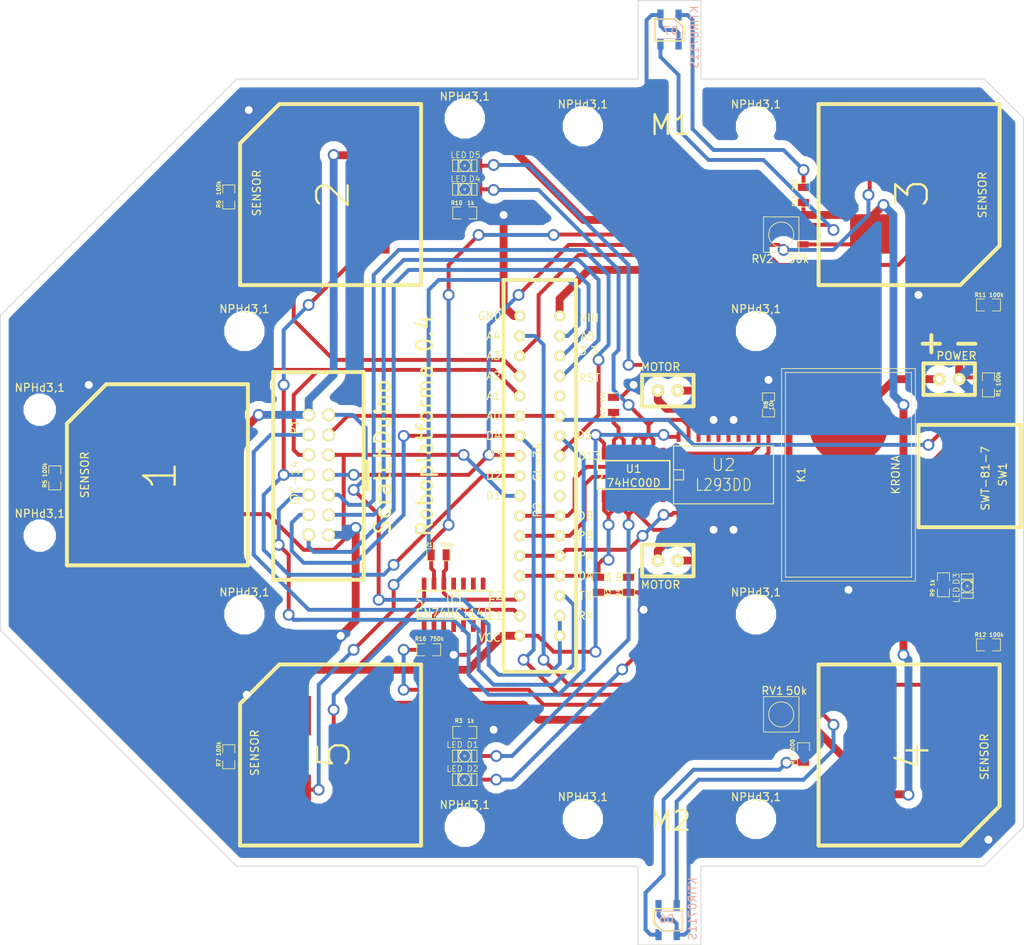
<source format=kicad_pcb>
(kicad_pcb (version 3) (host pcbnew "(2013-may-18)-stable")

  (general
    (links 133)
    (no_connects 2)
    (area 50.949999 20.329 181.140001 141.723)
    (thickness 1.6)
    (drawings 37)
    (tracks 815)
    (zones 0)
    (modules 53)
    (nets 41)
  )

  (page A4)
  (layers
    (15 F.Cu signal)
    (0 B.Cu signal hide)
    (16 B.Adhes user hide)
    (17 F.Adhes user hide)
    (18 B.Paste user hide)
    (19 F.Paste user hide)
    (20 B.SilkS user hide)
    (21 F.SilkS user)
    (22 B.Mask user hide)
    (23 F.Mask user hide)
    (24 Dwgs.User user hide)
    (25 Cmts.User user hide)
    (26 Eco1.User user hide)
    (27 Eco2.User user hide)
    (28 Edge.Cuts user)
  )

  (setup
    (last_trace_width 0.5)
    (user_trace_width 1)
    (trace_clearance 0.25)
    (zone_clearance 1)
    (zone_45_only yes)
    (trace_min 0.25)
    (segment_width 0.2)
    (edge_width 0.1)
    (via_size 1.5)
    (via_drill 1)
    (via_min_size 0.889)
    (via_min_drill 0.508)
    (uvia_size 0.508)
    (uvia_drill 0.127)
    (uvias_allowed no)
    (uvia_min_size 0.508)
    (uvia_min_drill 0.127)
    (pcb_text_width 0.3)
    (pcb_text_size 1.5 1.5)
    (mod_edge_width 0.1)
    (mod_text_size 1 1)
    (mod_text_width 0.15)
    (pad_size 3.1 3.1)
    (pad_drill 3.1)
    (pad_to_mask_clearance 0)
    (aux_axis_origin 0 0)
    (visible_elements 7FFFFFFF)
    (pcbplotparams
      (layerselection 284983297)
      (usegerberextensions false)
      (excludeedgelayer true)
      (linewidth 0.150000)
      (plotframeref false)
      (viasonmask false)
      (mode 1)
      (useauxorigin false)
      (hpglpennumber 1)
      (hpglpenspeed 20)
      (hpglpendiameter 15)
      (hpglpenoverlay 2)
      (psnegative false)
      (psa4output false)
      (plotreference true)
      (plotvalue true)
      (plotothertext true)
      (plotinvisibletext false)
      (padsonsilk false)
      (subtractmaskfromsilk false)
      (outputformat 1)
      (mirror false)
      (drillshape 0)
      (scaleselection 1)
      (outputdirectory gerber/))
  )

  (net 0 "")
  (net 1 A1)
  (net 2 A2)
  (net 3 A3)
  (net 4 A4)
  (net 5 A5)
  (net 6 D1)
  (net 7 D2)
  (net 8 D3)
  (net 9 D4)
  (net 10 D5)
  (net 11 DIR_A)
  (net 12 DIR_B)
  (net 13 ENC1)
  (net 14 ENC2)
  (net 15 GND)
  (net 16 N-0000010)
  (net 17 N-0000011)
  (net 18 N-0000013)
  (net 19 N-0000017)
  (net 20 N-0000020)
  (net 21 N-0000021)
  (net 22 N-0000022)
  (net 23 N-0000023)
  (net 24 N-0000024)
  (net 25 N-0000028)
  (net 26 N-0000029)
  (net 27 N-0000031)
  (net 28 N-0000033)
  (net 29 N-0000034)
  (net 30 N-0000037)
  (net 31 N-0000038)
  (net 32 N-0000039)
  (net 33 N-0000040)
  (net 34 N-0000041)
  (net 35 N-000006)
  (net 36 N-000007)
  (net 37 PWM_A)
  (net 38 PWM_B)
  (net 39 VCC)
  (net 40 V_IN)

  (net_class Default "Это класс цепей по умолчанию."
    (clearance 0.25)
    (trace_width 0.5)
    (via_dia 1.5)
    (via_drill 1)
    (uvia_dia 0.508)
    (uvia_drill 0.127)
    (add_net "")
    (add_net A1)
    (add_net A2)
    (add_net A3)
    (add_net A4)
    (add_net A5)
    (add_net D1)
    (add_net D2)
    (add_net D3)
    (add_net D4)
    (add_net D5)
    (add_net DIR_A)
    (add_net DIR_B)
    (add_net ENC1)
    (add_net ENC2)
    (add_net GND)
    (add_net N-0000010)
    (add_net N-0000011)
    (add_net N-0000013)
    (add_net N-0000017)
    (add_net N-0000020)
    (add_net N-0000021)
    (add_net N-0000022)
    (add_net N-0000023)
    (add_net N-0000024)
    (add_net N-0000028)
    (add_net N-0000029)
    (add_net N-0000031)
    (add_net N-0000033)
    (add_net N-0000034)
    (add_net N-0000037)
    (add_net N-0000038)
    (add_net N-0000039)
    (add_net N-0000040)
    (add_net N-0000041)
    (add_net N-000006)
    (add_net N-000007)
    (add_net PWM_A)
    (add_net PWM_B)
    (add_net VCC)
    (add_net V_IN)
  )

  (module NPHd3,1 (layer F.Cu) (tedit 55DA9F07) (tstamp 5575EAA3)
    (at 147 37)
    (fp_text reference NPHd3,1 (at 0 -2.794) (layer F.SilkS)
      (effects (font (size 1 1) (thickness 0.15)))
    )
    (fp_text value "" (at 0.254 2.794) (layer F.SilkS)
      (effects (font (size 1 1) (thickness 0.15)))
    )
    (pad "" np_thru_hole circle (at 0 0) (size 3.1 3.1) (drill 3.1)
      (layers *.Cu *.Mask F.SilkS)
    )
  )

  (module SOIC-14 (layer F.Cu) (tedit 55BFD491) (tstamp 5575A22A)
    (at 131.445 81.28)
    (descr "module CMS SOJ 14 pins etroit")
    (tags "CMS SOJ")
    (path /554A5189)
    (attr smd)
    (fp_text reference U1 (at 0 -0.762) (layer F.SilkS)
      (effects (font (size 1 1) (thickness 0.15)))
    )
    (fp_text value 74HC00D (at 0 1.016) (layer F.SilkS)
      (effects (font (size 1 1) (thickness 0.15)))
    )
    (fp_line (start -4.6 0.6) (end -4.6 1.8) (layer F.SilkS) (width 0.2))
    (fp_line (start -4.6 -1.8) (end -4.6 -0.6) (layer F.SilkS) (width 0.2))
    (fp_arc (start -4.6 0) (end -4 0) (angle 90) (layer F.SilkS) (width 0.2))
    (fp_arc (start -4.6 0) (end -4.6 -0.6) (angle 90) (layer F.SilkS) (width 0.2))
    (fp_line (start -4.6 -1.8) (end 4.6 -1.8) (layer F.SilkS) (width 0.2))
    (fp_line (start 4.6 -1.8) (end 4.6 1.8) (layer F.SilkS) (width 0.2))
    (fp_line (start 4.6 1.8) (end -4.6 1.8) (layer F.SilkS) (width 0.2))
    (pad 1 smd rect (at -3.75 2.7) (size 0.6 1.5)
      (layers F.Cu F.Paste F.Mask)
      (net 11 DIR_A)
    )
    (pad 2 smd rect (at -2.5 2.7) (size 0.6 1.5)
      (layers F.Cu F.Paste F.Mask)
      (net 11 DIR_A)
    )
    (pad 3 smd rect (at -1.27 2.7) (size 0.6 1.5)
      (layers F.Cu F.Paste F.Mask)
      (net 21 N-0000021)
    )
    (pad 4 smd rect (at 0 2.7) (size 0.6 1.5)
      (layers F.Cu F.Paste F.Mask)
      (net 21 N-0000021)
    )
    (pad 5 smd rect (at 1.25 2.7) (size 0.6 1.5)
      (layers F.Cu F.Paste F.Mask)
      (net 21 N-0000021)
    )
    (pad 6 smd rect (at 2.5 2.7) (size 0.6 1.5)
      (layers F.Cu F.Paste F.Mask)
      (net 27 N-0000031)
    )
    (pad 7 smd rect (at 3.75 2.7) (size 0.6 1.5)
      (layers F.Cu F.Paste F.Mask)
      (net 15 GND)
    )
    (pad 8 smd rect (at 3.75 -2.7) (size 0.6 1.5)
      (layers F.Cu F.Paste F.Mask)
      (net 34 N-0000041)
    )
    (pad 9 smd rect (at 2.5 -2.7) (size 0.6 1.5)
      (layers F.Cu F.Paste F.Mask)
      (net 24 N-0000024)
    )
    (pad 10 smd rect (at 1.25 -2.7) (size 0.6 1.5)
      (layers F.Cu F.Paste F.Mask)
      (net 24 N-0000024)
    )
    (pad 11 smd rect (at 0 -2.7) (size 0.6 1.5)
      (layers F.Cu F.Paste F.Mask)
      (net 24 N-0000024)
    )
    (pad 12 smd rect (at -1.25 -2.7) (size 0.6 1.5)
      (layers F.Cu F.Paste F.Mask)
      (net 12 DIR_B)
    )
    (pad 13 smd rect (at -2.5 -2.7) (size 0.6 1.5)
      (layers F.Cu F.Paste F.Mask)
      (net 12 DIR_B)
    )
    (pad 14 smd rect (at -3.75 -2.7) (size 0.6 1.5)
      (layers F.Cu F.Paste F.Mask)
      (net 39 VCC)
    )
    (model smd/cms_so14.wrl
      (at (xyz 0 0 0))
      (scale (xyz 0.5 0.3 0.5))
      (rotate (xyz 0 0 0))
    )
  )

  (module SO20 (layer F.Cu) (tedit 55BFCB42) (tstamp 55725B20)
    (at 142.875 81.28)
    (descr "Cms SOJ 20 pins large")
    (tags "CMS SOJ")
    (path /55602E9C)
    (attr smd)
    (fp_text reference U2 (at 0 -1.27) (layer F.SilkS)
      (effects (font (size 1.524 1.524) (thickness 0.127)))
    )
    (fp_text value L293DD (at 0 1.27) (layer F.SilkS)
      (effects (font (size 1.524 1.27) (thickness 0.127)))
    )
    (fp_line (start 6.35 3.683) (end 6.35 -3.683) (layer F.SilkS) (width 0.127))
    (fp_line (start -6.35 -3.683) (end -6.35 3.683) (layer F.SilkS) (width 0.127))
    (fp_line (start 6.35 3.683) (end -6.35 3.683) (layer F.SilkS) (width 0.127))
    (fp_line (start -6.35 -3.683) (end 6.35 -3.683) (layer F.SilkS) (width 0.127))
    (fp_line (start -6.35 -0.635) (end -5.08 -0.635) (layer F.SilkS) (width 0.127))
    (fp_line (start -5.08 -0.635) (end -5.08 0.635) (layer F.SilkS) (width 0.127))
    (fp_line (start -5.08 0.635) (end -6.35 0.635) (layer F.SilkS) (width 0.127))
    (pad 11 smd rect (at 5.715 -4.826) (size 0.508 1.27)
      (layers F.Cu F.Paste F.Mask)
      (net 38 PWM_B)
    )
    (pad 12 smd rect (at 4.445 -4.826) (size 0.508 1.27)
      (layers F.Cu F.Paste F.Mask)
      (net 34 N-0000041)
    )
    (pad 13 smd rect (at 3.175 -4.826) (size 0.508 1.27)
      (layers F.Cu F.Paste F.Mask)
      (net 22 N-0000022)
    )
    (pad 14 smd rect (at 1.905 -4.826) (size 0.508 1.27)
      (layers F.Cu F.Paste F.Mask)
      (net 15 GND)
    )
    (pad 15 smd rect (at 0.635 -4.826) (size 0.508 1.27)
      (layers F.Cu F.Paste F.Mask)
      (net 15 GND)
    )
    (pad 16 smd rect (at -0.635 -4.826) (size 0.508 1.27)
      (layers F.Cu F.Paste F.Mask)
      (net 15 GND)
    )
    (pad 17 smd rect (at -1.905 -4.826) (size 0.508 1.27)
      (layers F.Cu F.Paste F.Mask)
      (net 15 GND)
    )
    (pad 18 smd rect (at -3.175 -4.826) (size 0.508 1.27)
      (layers F.Cu F.Paste F.Mask)
      (net 23 N-0000023)
    )
    (pad 19 smd rect (at -4.445 -4.826) (size 0.508 1.27)
      (layers F.Cu F.Paste F.Mask)
      (net 24 N-0000024)
    )
    (pad 20 smd rect (at -5.715 -4.826) (size 0.508 1.27)
      (layers F.Cu F.Paste F.Mask)
      (net 39 VCC)
    )
    (pad 1 smd rect (at -5.715 4.826) (size 0.508 1.27)
      (layers F.Cu F.Paste F.Mask)
      (net 37 PWM_A)
    )
    (pad 2 smd rect (at -4.445 4.826) (size 0.508 1.27)
      (layers F.Cu F.Paste F.Mask)
      (net 21 N-0000021)
    )
    (pad 3 smd rect (at -3.175 4.826) (size 0.508 1.27)
      (layers F.Cu F.Paste F.Mask)
      (net 18 N-0000013)
    )
    (pad 4 smd rect (at -1.905 4.826) (size 0.508 1.27)
      (layers F.Cu F.Paste F.Mask)
      (net 15 GND)
    )
    (pad 5 smd rect (at -0.635 4.826) (size 0.508 1.27)
      (layers F.Cu F.Paste F.Mask)
      (net 15 GND)
    )
    (pad 6 smd rect (at 0.635 4.826) (size 0.508 1.27)
      (layers F.Cu F.Paste F.Mask)
      (net 15 GND)
    )
    (pad 7 smd rect (at 1.905 4.826) (size 0.508 1.27)
      (layers F.Cu F.Paste F.Mask)
      (net 15 GND)
    )
    (pad 8 smd rect (at 3.175 4.826) (size 0.508 1.27)
      (layers F.Cu F.Paste F.Mask)
      (net 20 N-0000020)
    )
    (pad 9 smd rect (at 4.445 4.826) (size 0.508 1.27)
      (layers F.Cu F.Paste F.Mask)
      (net 27 N-0000031)
    )
    (pad 10 smd rect (at 5.715 4.826) (size 0.508 1.27)
      (layers F.Cu F.Paste F.Mask)
      (net 40 V_IN)
    )
    (model smd/cms_so20.wrl
      (at (xyz 0 0 0))
      (scale (xyz 0.5 0.6 0.5))
      (rotate (xyz 0 0 0))
    )
  )

  (module SMD0805 (layer F.Cu) (tedit 55DAA6B0) (tstamp 55725B2C)
    (at 130.81 95.25 90)
    (path /5564B0BE)
    (attr smd)
    (fp_text reference R4 (at -1.016 -1.27 90) (layer F.SilkS)
      (effects (font (size 0.50038 0.50038) (thickness 0.10922)))
    )
    (fp_text value 10k (at 1.016 -1.27 90) (layer F.SilkS)
      (effects (font (size 0.50038 0.50038) (thickness 0.10922)))
    )
    (fp_line (start -0.508 0.762) (end -1.524 0.762) (layer F.SilkS) (width 0.09906))
    (fp_line (start -1.524 0.762) (end -1.524 -0.762) (layer F.SilkS) (width 0.09906))
    (fp_line (start -1.524 -0.762) (end -0.508 -0.762) (layer F.SilkS) (width 0.09906))
    (fp_line (start 0.508 -0.762) (end 1.524 -0.762) (layer F.SilkS) (width 0.09906))
    (fp_line (start 1.524 -0.762) (end 1.524 0.762) (layer F.SilkS) (width 0.09906))
    (fp_line (start 1.524 0.762) (end 0.508 0.762) (layer F.SilkS) (width 0.09906))
    (pad 1 smd rect (at -0.9525 0 90) (size 0.889 1.397)
      (layers F.Cu F.Paste F.Mask)
      (net 15 GND)
    )
    (pad 2 smd rect (at 0.9525 0 90) (size 0.889 1.397)
      (layers F.Cu F.Paste F.Mask)
      (net 37 PWM_A)
    )
    (model smd/chip_cms.wrl
      (at (xyz 0 0 0))
      (scale (xyz 0.1 0.1 0.1))
      (rotate (xyz 0 0 0))
    )
  )

  (module SMD0805 (layer F.Cu) (tedit 55DAA67C) (tstamp 55DBF232)
    (at 80.01 117.094 90)
    (path /55661600)
    (attr smd)
    (fp_text reference R7 (at -0.762 -1.27 90) (layer F.SilkS)
      (effects (font (size 0.50038 0.50038) (thickness 0.10922)))
    )
    (fp_text value 100k (at 1.016 -1.27 90) (layer F.SilkS)
      (effects (font (size 0.50038 0.50038) (thickness 0.10922)))
    )
    (fp_line (start -0.508 0.762) (end -1.524 0.762) (layer F.SilkS) (width 0.09906))
    (fp_line (start -1.524 0.762) (end -1.524 -0.762) (layer F.SilkS) (width 0.09906))
    (fp_line (start -1.524 -0.762) (end -0.508 -0.762) (layer F.SilkS) (width 0.09906))
    (fp_line (start 0.508 -0.762) (end 1.524 -0.762) (layer F.SilkS) (width 0.09906))
    (fp_line (start 1.524 -0.762) (end 1.524 0.762) (layer F.SilkS) (width 0.09906))
    (fp_line (start 1.524 0.762) (end 0.508 0.762) (layer F.SilkS) (width 0.09906))
    (pad 1 smd rect (at -0.9525 0 90) (size 0.889 1.397)
      (layers F.Cu F.Paste F.Mask)
      (net 5 A5)
    )
    (pad 2 smd rect (at 0.9525 0 90) (size 0.889 1.397)
      (layers F.Cu F.Paste F.Mask)
      (net 15 GND)
    )
    (model smd/chip_cms.wrl
      (at (xyz 0 0 0))
      (scale (xyz 0.1 0.1 0.1))
      (rotate (xyz 0 0 0))
    )
  )

  (module SMD0805 (layer F.Cu) (tedit 55DAA675) (tstamp 55C22BC8)
    (at 57.912 81.661 90)
    (path /55661919)
    (attr smd)
    (fp_text reference R5 (at -0.762 -1.27 90) (layer F.SilkS)
      (effects (font (size 0.50038 0.50038) (thickness 0.10922)))
    )
    (fp_text value 100k (at 1.016 -1.27 90) (layer F.SilkS)
      (effects (font (size 0.50038 0.50038) (thickness 0.10922)))
    )
    (fp_line (start -0.508 0.762) (end -1.524 0.762) (layer F.SilkS) (width 0.09906))
    (fp_line (start -1.524 0.762) (end -1.524 -0.762) (layer F.SilkS) (width 0.09906))
    (fp_line (start -1.524 -0.762) (end -0.508 -0.762) (layer F.SilkS) (width 0.09906))
    (fp_line (start 0.508 -0.762) (end 1.524 -0.762) (layer F.SilkS) (width 0.09906))
    (fp_line (start 1.524 -0.762) (end 1.524 0.762) (layer F.SilkS) (width 0.09906))
    (fp_line (start 1.524 0.762) (end 0.508 0.762) (layer F.SilkS) (width 0.09906))
    (pad 1 smd rect (at -0.9525 0 90) (size 0.889 1.397)
      (layers F.Cu F.Paste F.Mask)
      (net 1 A1)
    )
    (pad 2 smd rect (at 0.9525 0 90) (size 0.889 1.397)
      (layers F.Cu F.Paste F.Mask)
      (net 15 GND)
    )
    (model smd/chip_cms.wrl
      (at (xyz 0 0 0))
      (scale (xyz 0.1 0.1 0.1))
      (rotate (xyz 0 0 0))
    )
  )

  (module SMD0805 (layer F.Cu) (tedit 55DAA66F) (tstamp 55725B50)
    (at 80.01 45.974 90)
    (path /55661941)
    (attr smd)
    (fp_text reference R6 (at -0.889 -1.27 90) (layer F.SilkS)
      (effects (font (size 0.50038 0.50038) (thickness 0.10922)))
    )
    (fp_text value 100k (at 1.143 -1.27 90) (layer F.SilkS)
      (effects (font (size 0.50038 0.50038) (thickness 0.10922)))
    )
    (fp_line (start -0.508 0.762) (end -1.524 0.762) (layer F.SilkS) (width 0.09906))
    (fp_line (start -1.524 0.762) (end -1.524 -0.762) (layer F.SilkS) (width 0.09906))
    (fp_line (start -1.524 -0.762) (end -0.508 -0.762) (layer F.SilkS) (width 0.09906))
    (fp_line (start 0.508 -0.762) (end 1.524 -0.762) (layer F.SilkS) (width 0.09906))
    (fp_line (start 1.524 -0.762) (end 1.524 0.762) (layer F.SilkS) (width 0.09906))
    (fp_line (start 1.524 0.762) (end 0.508 0.762) (layer F.SilkS) (width 0.09906))
    (pad 1 smd rect (at -0.9525 0 90) (size 0.889 1.397)
      (layers F.Cu F.Paste F.Mask)
      (net 2 A2)
    )
    (pad 2 smd rect (at 0.9525 0 90) (size 0.889 1.397)
      (layers F.Cu F.Paste F.Mask)
      (net 15 GND)
    )
    (model smd/chip_cms.wrl
      (at (xyz 0 0 0))
      (scale (xyz 0.1 0.1 0.1))
      (rotate (xyz 0 0 0))
    )
  )

  (module SMD0805 (layer F.Cu) (tedit 55BFE3A2) (tstamp 55725B5C)
    (at 148.59 72.39 90)
    (path /5564BA9B)
    (attr smd)
    (fp_text reference R8 (at 0 -0.3175 90) (layer F.SilkS)
      (effects (font (size 0.50038 0.50038) (thickness 0.10922)))
    )
    (fp_text value 10k (at 0 0.381 90) (layer F.SilkS)
      (effects (font (size 0.50038 0.50038) (thickness 0.10922)))
    )
    (fp_line (start -0.508 0.762) (end -1.524 0.762) (layer F.SilkS) (width 0.09906))
    (fp_line (start -1.524 0.762) (end -1.524 -0.762) (layer F.SilkS) (width 0.09906))
    (fp_line (start -1.524 -0.762) (end -0.508 -0.762) (layer F.SilkS) (width 0.09906))
    (fp_line (start 0.508 -0.762) (end 1.524 -0.762) (layer F.SilkS) (width 0.09906))
    (fp_line (start 1.524 -0.762) (end 1.524 0.762) (layer F.SilkS) (width 0.09906))
    (fp_line (start 1.524 0.762) (end 0.508 0.762) (layer F.SilkS) (width 0.09906))
    (pad 1 smd rect (at -0.9525 0 90) (size 0.889 1.397)
      (layers F.Cu F.Paste F.Mask)
      (net 38 PWM_B)
    )
    (pad 2 smd rect (at 0.9525 0 90) (size 0.889 1.397)
      (layers F.Cu F.Paste F.Mask)
      (net 15 GND)
    )
    (model smd/chip_cms.wrl
      (at (xyz 0 0 0))
      (scale (xyz 0.1 0.1 0.1))
      (rotate (xyz 0 0 0))
    )
  )

  (module SMD0805 (layer F.Cu) (tedit 55DAA6A3) (tstamp 55725B68)
    (at 128.905 72.39 90)
    (path /5564BA85)
    (attr smd)
    (fp_text reference R13 (at -1.016 -1.397 90) (layer F.SilkS)
      (effects (font (size 0.50038 0.50038) (thickness 0.10922)))
    )
    (fp_text value 10k (at 1.016 -1.397 90) (layer F.SilkS)
      (effects (font (size 0.50038 0.50038) (thickness 0.10922)))
    )
    (fp_line (start -0.508 0.762) (end -1.524 0.762) (layer F.SilkS) (width 0.09906))
    (fp_line (start -1.524 0.762) (end -1.524 -0.762) (layer F.SilkS) (width 0.09906))
    (fp_line (start -1.524 -0.762) (end -0.508 -0.762) (layer F.SilkS) (width 0.09906))
    (fp_line (start 0.508 -0.762) (end 1.524 -0.762) (layer F.SilkS) (width 0.09906))
    (fp_line (start 1.524 -0.762) (end 1.524 0.762) (layer F.SilkS) (width 0.09906))
    (fp_line (start 1.524 0.762) (end 0.508 0.762) (layer F.SilkS) (width 0.09906))
    (pad 1 smd rect (at -0.9525 0 90) (size 0.889 1.397)
      (layers F.Cu F.Paste F.Mask)
      (net 12 DIR_B)
    )
    (pad 2 smd rect (at 0.9525 0 90) (size 0.889 1.397)
      (layers F.Cu F.Paste F.Mask)
      (net 15 GND)
    )
    (model smd/chip_cms.wrl
      (at (xyz 0 0 0))
      (scale (xyz 0.1 0.1 0.1))
      (rotate (xyz 0 0 0))
    )
  )

  (module SMD0805 (layer F.Cu) (tedit 55DAA667) (tstamp 55725B74)
    (at 110 48 180)
    (path /5564B6B2)
    (attr smd)
    (fp_text reference R10 (at 1.034 1.264 180) (layer F.SilkS)
      (effects (font (size 0.50038 0.50038) (thickness 0.10922)))
    )
    (fp_text value 1k (at -0.744 1.264 180) (layer F.SilkS)
      (effects (font (size 0.50038 0.50038) (thickness 0.10922)))
    )
    (fp_line (start -0.508 0.762) (end -1.524 0.762) (layer F.SilkS) (width 0.09906))
    (fp_line (start -1.524 0.762) (end -1.524 -0.762) (layer F.SilkS) (width 0.09906))
    (fp_line (start -1.524 -0.762) (end -0.508 -0.762) (layer F.SilkS) (width 0.09906))
    (fp_line (start 0.508 -0.762) (end 1.524 -0.762) (layer F.SilkS) (width 0.09906))
    (fp_line (start 1.524 -0.762) (end 1.524 0.762) (layer F.SilkS) (width 0.09906))
    (fp_line (start 1.524 0.762) (end 0.508 0.762) (layer F.SilkS) (width 0.09906))
    (pad 1 smd rect (at -0.9525 0 180) (size 0.889 1.397)
      (layers F.Cu F.Paste F.Mask)
      (net 15 GND)
    )
    (pad 2 smd rect (at 0.9525 0 180) (size 0.889 1.397)
      (layers F.Cu F.Paste F.Mask)
      (net 33 N-0000040)
    )
    (model smd/chip_cms.wrl
      (at (xyz 0 0 0))
      (scale (xyz 0.1 0.1 0.1))
      (rotate (xyz 0 0 0))
    )
  )

  (module SMD0805 (layer F.Cu) (tedit 55DAA647) (tstamp 55725B80)
    (at 176.53 59.69 180)
    (path /55661969)
    (attr smd)
    (fp_text reference R11 (at 1.016 1.27 180) (layer F.SilkS)
      (effects (font (size 0.50038 0.50038) (thickness 0.10922)))
    )
    (fp_text value 100k (at -1.016 1.27 180) (layer F.SilkS)
      (effects (font (size 0.50038 0.50038) (thickness 0.10922)))
    )
    (fp_line (start -0.508 0.762) (end -1.524 0.762) (layer F.SilkS) (width 0.09906))
    (fp_line (start -1.524 0.762) (end -1.524 -0.762) (layer F.SilkS) (width 0.09906))
    (fp_line (start -1.524 -0.762) (end -0.508 -0.762) (layer F.SilkS) (width 0.09906))
    (fp_line (start 0.508 -0.762) (end 1.524 -0.762) (layer F.SilkS) (width 0.09906))
    (fp_line (start 1.524 -0.762) (end 1.524 0.762) (layer F.SilkS) (width 0.09906))
    (fp_line (start 1.524 0.762) (end 0.508 0.762) (layer F.SilkS) (width 0.09906))
    (pad 1 smd rect (at -0.9525 0 180) (size 0.889 1.397)
      (layers F.Cu F.Paste F.Mask)
      (net 3 A3)
    )
    (pad 2 smd rect (at 0.9525 0 180) (size 0.889 1.397)
      (layers F.Cu F.Paste F.Mask)
      (net 15 GND)
    )
    (model smd/chip_cms.wrl
      (at (xyz 0 0 0))
      (scale (xyz 0.1 0.1 0.1))
      (rotate (xyz 0 0 0))
    )
  )

  (module SMD0805 (layer F.Cu) (tedit 55DAA6AB) (tstamp 55725B8C)
    (at 127 95.25 270)
    (path /5564AFCD)
    (attr smd)
    (fp_text reference R2 (at 1.016 -1.27 270) (layer F.SilkS)
      (effects (font (size 0.50038 0.50038) (thickness 0.10922)))
    )
    (fp_text value 10k (at -1.016 -1.27 270) (layer F.SilkS)
      (effects (font (size 0.50038 0.50038) (thickness 0.10922)))
    )
    (fp_line (start -0.508 0.762) (end -1.524 0.762) (layer F.SilkS) (width 0.09906))
    (fp_line (start -1.524 0.762) (end -1.524 -0.762) (layer F.SilkS) (width 0.09906))
    (fp_line (start -1.524 -0.762) (end -0.508 -0.762) (layer F.SilkS) (width 0.09906))
    (fp_line (start 0.508 -0.762) (end 1.524 -0.762) (layer F.SilkS) (width 0.09906))
    (fp_line (start 1.524 -0.762) (end 1.524 0.762) (layer F.SilkS) (width 0.09906))
    (fp_line (start 1.524 0.762) (end 0.508 0.762) (layer F.SilkS) (width 0.09906))
    (pad 1 smd rect (at -0.9525 0 270) (size 0.889 1.397)
      (layers F.Cu F.Paste F.Mask)
      (net 11 DIR_A)
    )
    (pad 2 smd rect (at 0.9525 0 270) (size 0.889 1.397)
      (layers F.Cu F.Paste F.Mask)
      (net 15 GND)
    )
    (model smd/chip_cms.wrl
      (at (xyz 0 0 0))
      (scale (xyz 0.1 0.1 0.1))
      (rotate (xyz 0 0 0))
    )
  )

  (module SMD0805 (layer F.Cu) (tedit 55DAA604) (tstamp 55725B98)
    (at 110 114 180)
    (path /5564ACB5)
    (attr smd)
    (fp_text reference R3 (at 0.78 1.478 180) (layer F.SilkS)
      (effects (font (size 0.50038 0.50038) (thickness 0.10922)))
    )
    (fp_text value 1k (at -0.744 1.478 180) (layer F.SilkS)
      (effects (font (size 0.50038 0.50038) (thickness 0.10922)))
    )
    (fp_line (start -0.508 0.762) (end -1.524 0.762) (layer F.SilkS) (width 0.09906))
    (fp_line (start -1.524 0.762) (end -1.524 -0.762) (layer F.SilkS) (width 0.09906))
    (fp_line (start -1.524 -0.762) (end -0.508 -0.762) (layer F.SilkS) (width 0.09906))
    (fp_line (start 0.508 -0.762) (end 1.524 -0.762) (layer F.SilkS) (width 0.09906))
    (fp_line (start 1.524 -0.762) (end 1.524 0.762) (layer F.SilkS) (width 0.09906))
    (fp_line (start 1.524 0.762) (end 0.508 0.762) (layer F.SilkS) (width 0.09906))
    (pad 1 smd rect (at -0.9525 0 180) (size 0.889 1.397)
      (layers F.Cu F.Paste F.Mask)
      (net 15 GND)
    )
    (pad 2 smd rect (at 0.9525 0 180) (size 0.889 1.397)
      (layers F.Cu F.Paste F.Mask)
      (net 32 N-0000039)
    )
    (model smd/chip_cms.wrl
      (at (xyz 0 0 0))
      (scale (xyz 0.1 0.1 0.1))
      (rotate (xyz 0 0 0))
    )
  )

  (module SMD0805 (layer F.Cu) (tedit 55DAA635) (tstamp 55725BA4)
    (at 176.53 102.87)
    (path /55661991)
    (attr smd)
    (fp_text reference R12 (at -1.016 -1.27) (layer F.SilkS)
      (effects (font (size 0.50038 0.50038) (thickness 0.10922)))
    )
    (fp_text value 100k (at 1.016 -1.27) (layer F.SilkS)
      (effects (font (size 0.50038 0.50038) (thickness 0.10922)))
    )
    (fp_line (start -0.508 0.762) (end -1.524 0.762) (layer F.SilkS) (width 0.09906))
    (fp_line (start -1.524 0.762) (end -1.524 -0.762) (layer F.SilkS) (width 0.09906))
    (fp_line (start -1.524 -0.762) (end -0.508 -0.762) (layer F.SilkS) (width 0.09906))
    (fp_line (start 0.508 -0.762) (end 1.524 -0.762) (layer F.SilkS) (width 0.09906))
    (fp_line (start 1.524 -0.762) (end 1.524 0.762) (layer F.SilkS) (width 0.09906))
    (fp_line (start 1.524 0.762) (end 0.508 0.762) (layer F.SilkS) (width 0.09906))
    (pad 1 smd rect (at -0.9525 0) (size 0.889 1.397)
      (layers F.Cu F.Paste F.Mask)
      (net 4 A4)
    )
    (pad 2 smd rect (at 0.9525 0) (size 0.889 1.397)
      (layers F.Cu F.Paste F.Mask)
      (net 15 GND)
    )
    (model smd/chip_cms.wrl
      (at (xyz 0 0 0))
      (scale (xyz 0.1 0.1 0.1))
      (rotate (xyz 0 0 0))
    )
  )

  (module SMD0805 (layer F.Cu) (tedit 55DAA624) (tstamp 5575C428)
    (at 170.815 95.25 270)
    (path /556623EC)
    (attr smd)
    (fp_text reference R9 (at 1.016 1.397 270) (layer F.SilkS)
      (effects (font (size 0.50038 0.50038) (thickness 0.10922)))
    )
    (fp_text value 1k (at -0.254 1.397 270) (layer F.SilkS)
      (effects (font (size 0.50038 0.50038) (thickness 0.10922)))
    )
    (fp_line (start -0.508 0.762) (end -1.524 0.762) (layer F.SilkS) (width 0.09906))
    (fp_line (start -1.524 0.762) (end -1.524 -0.762) (layer F.SilkS) (width 0.09906))
    (fp_line (start -1.524 -0.762) (end -0.508 -0.762) (layer F.SilkS) (width 0.09906))
    (fp_line (start 0.508 -0.762) (end 1.524 -0.762) (layer F.SilkS) (width 0.09906))
    (fp_line (start 1.524 -0.762) (end 1.524 0.762) (layer F.SilkS) (width 0.09906))
    (fp_line (start 1.524 0.762) (end 0.508 0.762) (layer F.SilkS) (width 0.09906))
    (pad 1 smd rect (at -0.9525 0 270) (size 0.889 1.397)
      (layers F.Cu F.Paste F.Mask)
      (net 39 VCC)
    )
    (pad 2 smd rect (at 0.9525 0 270) (size 0.889 1.397)
      (layers F.Cu F.Paste F.Mask)
      (net 29 N-0000034)
    )
    (model smd/chip_cms.wrl
      (at (xyz 0 0 0))
      (scale (xyz 0.1 0.1 0.1))
      (rotate (xyz 0 0 0))
    )
  )

  (module SMD0805 (layer F.Cu) (tedit 55DAA640) (tstamp 5575A853)
    (at 176.53 69.85 90)
    (path /55C0D4AE)
    (attr smd)
    (fp_text reference R1 (at -1.016 1.27 90) (layer F.SilkS)
      (effects (font (size 0.50038 0.50038) (thickness 0.10922)))
    )
    (fp_text value 100k (at 0.762 1.27 90) (layer F.SilkS)
      (effects (font (size 0.50038 0.50038) (thickness 0.10922)))
    )
    (fp_line (start -0.508 0.762) (end -1.524 0.762) (layer F.SilkS) (width 0.09906))
    (fp_line (start -1.524 0.762) (end -1.524 -0.762) (layer F.SilkS) (width 0.09906))
    (fp_line (start -1.524 -0.762) (end -0.508 -0.762) (layer F.SilkS) (width 0.09906))
    (fp_line (start 0.508 -0.762) (end 1.524 -0.762) (layer F.SilkS) (width 0.09906))
    (fp_line (start 1.524 -0.762) (end 1.524 0.762) (layer F.SilkS) (width 0.09906))
    (fp_line (start 1.524 0.762) (end 0.508 0.762) (layer F.SilkS) (width 0.09906))
    (pad 1 smd rect (at -0.9525 0 90) (size 0.889 1.397)
      (layers F.Cu F.Paste F.Mask)
      (net 19 N-0000017)
    )
    (pad 2 smd rect (at 0.9525 0 90) (size 0.889 1.397)
      (layers F.Cu F.Paste F.Mask)
      (net 15 GND)
    )
    (model smd/chip_cms.wrl
      (at (xyz 0 0 0))
      (scale (xyz 0.1 0.1 0.1))
      (rotate (xyz 0 0 0))
    )
  )

  (module MOTOR (layer F.Cu) (tedit 55DAA6FF) (tstamp 55725C3E)
    (at 139.065 68.58 180)
    (path /5564BCDB)
    (solder_mask_margin 0.1)
    (fp_text reference P12 (at -0.381 1.016 180) (layer F.SilkS) hide
      (effects (font (size 1 1) (thickness 0.15)))
    )
    (fp_text value MOTOR (at 4.191 1.016 180) (layer F.SilkS)
      (effects (font (size 1 1) (thickness 0.15)))
    )
    (fp_line (start 0 0) (end 0 -4) (layer F.SilkS) (width 0.5))
    (fp_line (start 0 -4) (end 6.54 -4) (layer F.SilkS) (width 0.5))
    (fp_line (start 6.54 -4) (end 6.54 0) (layer F.SilkS) (width 0.5))
    (fp_line (start 6.54 0) (end 0 0) (layer F.SilkS) (width 0.5))
    (pad 1 thru_hole circle (at 2 -2 180) (size 1.6 1.6) (drill 0.8)
      (layers *.Cu *.Mask F.SilkS)
      (net 22 N-0000022)
      (solder_mask_margin 0.1)
    )
    (pad 2 thru_hole circle (at 4.54 -2 180) (size 1.6 1.6) (drill 0.8)
      (layers *.Cu *.Mask F.SilkS)
      (net 23 N-0000023)
    )
  )

  (module MOTOR (layer F.Cu) (tedit 55DAA70A) (tstamp 55DAF196)
    (at 139.065 90.17 180)
    (path /5564BCA5)
    (solder_mask_margin 0.1)
    (fp_text reference P3 (at 0.381 -5.08 180) (layer F.SilkS) hide
      (effects (font (size 1 1) (thickness 0.15)))
    )
    (fp_text value MOTOR (at 4.191 -5.08 180) (layer F.SilkS)
      (effects (font (size 1 1) (thickness 0.15)))
    )
    (fp_line (start 0 0) (end 0 -4) (layer F.SilkS) (width 0.5))
    (fp_line (start 0 -4) (end 6.54 -4) (layer F.SilkS) (width 0.5))
    (fp_line (start 6.54 -4) (end 6.54 0) (layer F.SilkS) (width 0.5))
    (fp_line (start 6.54 0) (end 0 0) (layer F.SilkS) (width 0.5))
    (pad 1 thru_hole circle (at 2 -2 180) (size 1.6 1.6) (drill 0.8)
      (layers *.Cu *.Mask F.SilkS)
      (net 20 N-0000020)
      (solder_mask_margin 0.1)
    )
    (pad 2 thru_hole circle (at 4.54 -2 180) (size 1.6 1.6) (drill 0.8)
      (layers *.Cu *.Mask F.SilkS)
      (net 18 N-0000013)
    )
  )

  (module LED-1206 (layer F.Cu) (tedit 55DAA65C) (tstamp 55D76363)
    (at 110 42 180)
    (descr "LED 1206 smd package")
    (tags "LED1206 SMD")
    (path /5564B6AC)
    (attr smd)
    (fp_text reference D5 (at -1.252 1.36 180) (layer F.SilkS)
      (effects (font (size 0.762 0.762) (thickness 0.0889)))
    )
    (fp_text value LED (at 0.78 1.36 180) (layer F.SilkS)
      (effects (font (size 0.762 0.762) (thickness 0.0889)))
    )
    (fp_line (start -0.09906 0.09906) (end 0.09906 0.09906) (layer F.SilkS) (width 0.06604))
    (fp_line (start 0.09906 0.09906) (end 0.09906 -0.09906) (layer F.SilkS) (width 0.06604))
    (fp_line (start -0.09906 -0.09906) (end 0.09906 -0.09906) (layer F.SilkS) (width 0.06604))
    (fp_line (start -0.09906 0.09906) (end -0.09906 -0.09906) (layer F.SilkS) (width 0.06604))
    (fp_line (start 0.44958 0.6985) (end 0.79756 0.6985) (layer F.SilkS) (width 0.06604))
    (fp_line (start 0.79756 0.6985) (end 0.79756 0.44958) (layer F.SilkS) (width 0.06604))
    (fp_line (start 0.44958 0.44958) (end 0.79756 0.44958) (layer F.SilkS) (width 0.06604))
    (fp_line (start 0.44958 0.6985) (end 0.44958 0.44958) (layer F.SilkS) (width 0.06604))
    (fp_line (start 0.79756 0.6985) (end 0.89916 0.6985) (layer F.SilkS) (width 0.06604))
    (fp_line (start 0.89916 0.6985) (end 0.89916 -0.49784) (layer F.SilkS) (width 0.06604))
    (fp_line (start 0.79756 -0.49784) (end 0.89916 -0.49784) (layer F.SilkS) (width 0.06604))
    (fp_line (start 0.79756 0.6985) (end 0.79756 -0.49784) (layer F.SilkS) (width 0.06604))
    (fp_line (start 0.79756 -0.54864) (end 0.89916 -0.54864) (layer F.SilkS) (width 0.06604))
    (fp_line (start 0.89916 -0.54864) (end 0.89916 -0.6985) (layer F.SilkS) (width 0.06604))
    (fp_line (start 0.79756 -0.6985) (end 0.89916 -0.6985) (layer F.SilkS) (width 0.06604))
    (fp_line (start 0.79756 -0.54864) (end 0.79756 -0.6985) (layer F.SilkS) (width 0.06604))
    (fp_line (start -0.89916 0.6985) (end -0.79756 0.6985) (layer F.SilkS) (width 0.06604))
    (fp_line (start -0.79756 0.6985) (end -0.79756 -0.49784) (layer F.SilkS) (width 0.06604))
    (fp_line (start -0.89916 -0.49784) (end -0.79756 -0.49784) (layer F.SilkS) (width 0.06604))
    (fp_line (start -0.89916 0.6985) (end -0.89916 -0.49784) (layer F.SilkS) (width 0.06604))
    (fp_line (start -0.89916 -0.54864) (end -0.79756 -0.54864) (layer F.SilkS) (width 0.06604))
    (fp_line (start -0.79756 -0.54864) (end -0.79756 -0.6985) (layer F.SilkS) (width 0.06604))
    (fp_line (start -0.89916 -0.6985) (end -0.79756 -0.6985) (layer F.SilkS) (width 0.06604))
    (fp_line (start -0.89916 -0.54864) (end -0.89916 -0.6985) (layer F.SilkS) (width 0.06604))
    (fp_line (start 0.44958 0.6985) (end 0.59944 0.6985) (layer F.SilkS) (width 0.06604))
    (fp_line (start 0.59944 0.6985) (end 0.59944 0.44958) (layer F.SilkS) (width 0.06604))
    (fp_line (start 0.44958 0.44958) (end 0.59944 0.44958) (layer F.SilkS) (width 0.06604))
    (fp_line (start 0.44958 0.6985) (end 0.44958 0.44958) (layer F.SilkS) (width 0.06604))
    (fp_line (start 1.5494 0.7493) (end -1.5494 0.7493) (layer F.SilkS) (width 0.1016))
    (fp_line (start -1.5494 0.7493) (end -1.5494 -0.7493) (layer F.SilkS) (width 0.1016))
    (fp_line (start -1.5494 -0.7493) (end 1.5494 -0.7493) (layer F.SilkS) (width 0.1016))
    (fp_line (start 1.5494 -0.7493) (end 1.5494 0.7493) (layer F.SilkS) (width 0.1016))
    (fp_arc (start 0 0) (end 0.54864 0.49784) (angle 95.4) (layer F.SilkS) (width 0.1016))
    (fp_arc (start 0 0) (end -0.54864 0.49784) (angle 84.5) (layer F.SilkS) (width 0.1016))
    (fp_arc (start 0 0) (end -0.54864 -0.49784) (angle 95.4) (layer F.SilkS) (width 0.1016))
    (fp_arc (start 0 0) (end 0.54864 -0.49784) (angle 84.5) (layer F.SilkS) (width 0.1016))
    (pad 1 smd rect (at -1.41986 0 180) (size 1.59766 1.80086)
      (layers F.Cu F.Paste F.Mask)
      (net 34 N-0000041)
    )
    (pad 2 smd rect (at 1.41986 0 180) (size 1.59766 1.80086)
      (layers F.Cu F.Paste F.Mask)
      (net 33 N-0000040)
    )
  )

  (module LED-1206 (layer F.Cu) (tedit 55DAA663) (tstamp 55725C9C)
    (at 110 45 180)
    (descr "LED 1206 smd package")
    (tags "LED1206 SMD")
    (path /5564B6A6)
    (attr smd)
    (fp_text reference D4 (at -1.252 1.312 180) (layer F.SilkS)
      (effects (font (size 0.762 0.762) (thickness 0.0889)))
    )
    (fp_text value LED (at 0.78 1.312 180) (layer F.SilkS)
      (effects (font (size 0.762 0.762) (thickness 0.0889)))
    )
    (fp_line (start -0.09906 0.09906) (end 0.09906 0.09906) (layer F.SilkS) (width 0.06604))
    (fp_line (start 0.09906 0.09906) (end 0.09906 -0.09906) (layer F.SilkS) (width 0.06604))
    (fp_line (start -0.09906 -0.09906) (end 0.09906 -0.09906) (layer F.SilkS) (width 0.06604))
    (fp_line (start -0.09906 0.09906) (end -0.09906 -0.09906) (layer F.SilkS) (width 0.06604))
    (fp_line (start 0.44958 0.6985) (end 0.79756 0.6985) (layer F.SilkS) (width 0.06604))
    (fp_line (start 0.79756 0.6985) (end 0.79756 0.44958) (layer F.SilkS) (width 0.06604))
    (fp_line (start 0.44958 0.44958) (end 0.79756 0.44958) (layer F.SilkS) (width 0.06604))
    (fp_line (start 0.44958 0.6985) (end 0.44958 0.44958) (layer F.SilkS) (width 0.06604))
    (fp_line (start 0.79756 0.6985) (end 0.89916 0.6985) (layer F.SilkS) (width 0.06604))
    (fp_line (start 0.89916 0.6985) (end 0.89916 -0.49784) (layer F.SilkS) (width 0.06604))
    (fp_line (start 0.79756 -0.49784) (end 0.89916 -0.49784) (layer F.SilkS) (width 0.06604))
    (fp_line (start 0.79756 0.6985) (end 0.79756 -0.49784) (layer F.SilkS) (width 0.06604))
    (fp_line (start 0.79756 -0.54864) (end 0.89916 -0.54864) (layer F.SilkS) (width 0.06604))
    (fp_line (start 0.89916 -0.54864) (end 0.89916 -0.6985) (layer F.SilkS) (width 0.06604))
    (fp_line (start 0.79756 -0.6985) (end 0.89916 -0.6985) (layer F.SilkS) (width 0.06604))
    (fp_line (start 0.79756 -0.54864) (end 0.79756 -0.6985) (layer F.SilkS) (width 0.06604))
    (fp_line (start -0.89916 0.6985) (end -0.79756 0.6985) (layer F.SilkS) (width 0.06604))
    (fp_line (start -0.79756 0.6985) (end -0.79756 -0.49784) (layer F.SilkS) (width 0.06604))
    (fp_line (start -0.89916 -0.49784) (end -0.79756 -0.49784) (layer F.SilkS) (width 0.06604))
    (fp_line (start -0.89916 0.6985) (end -0.89916 -0.49784) (layer F.SilkS) (width 0.06604))
    (fp_line (start -0.89916 -0.54864) (end -0.79756 -0.54864) (layer F.SilkS) (width 0.06604))
    (fp_line (start -0.79756 -0.54864) (end -0.79756 -0.6985) (layer F.SilkS) (width 0.06604))
    (fp_line (start -0.89916 -0.6985) (end -0.79756 -0.6985) (layer F.SilkS) (width 0.06604))
    (fp_line (start -0.89916 -0.54864) (end -0.89916 -0.6985) (layer F.SilkS) (width 0.06604))
    (fp_line (start 0.44958 0.6985) (end 0.59944 0.6985) (layer F.SilkS) (width 0.06604))
    (fp_line (start 0.59944 0.6985) (end 0.59944 0.44958) (layer F.SilkS) (width 0.06604))
    (fp_line (start 0.44958 0.44958) (end 0.59944 0.44958) (layer F.SilkS) (width 0.06604))
    (fp_line (start 0.44958 0.6985) (end 0.44958 0.44958) (layer F.SilkS) (width 0.06604))
    (fp_line (start 1.5494 0.7493) (end -1.5494 0.7493) (layer F.SilkS) (width 0.1016))
    (fp_line (start -1.5494 0.7493) (end -1.5494 -0.7493) (layer F.SilkS) (width 0.1016))
    (fp_line (start -1.5494 -0.7493) (end 1.5494 -0.7493) (layer F.SilkS) (width 0.1016))
    (fp_line (start 1.5494 -0.7493) (end 1.5494 0.7493) (layer F.SilkS) (width 0.1016))
    (fp_arc (start 0 0) (end 0.54864 0.49784) (angle 95.4) (layer F.SilkS) (width 0.1016))
    (fp_arc (start 0 0) (end -0.54864 0.49784) (angle 84.5) (layer F.SilkS) (width 0.1016))
    (fp_arc (start 0 0) (end -0.54864 -0.49784) (angle 95.4) (layer F.SilkS) (width 0.1016))
    (fp_arc (start 0 0) (end 0.54864 -0.49784) (angle 84.5) (layer F.SilkS) (width 0.1016))
    (pad 1 smd rect (at -1.41986 0 180) (size 1.59766 1.80086)
      (layers F.Cu F.Paste F.Mask)
      (net 24 N-0000024)
    )
    (pad 2 smd rect (at 1.41986 0 180) (size 1.59766 1.80086)
      (layers F.Cu F.Paste F.Mask)
      (net 33 N-0000040)
    )
  )

  (module LED-1206 (layer F.Cu) (tedit 55DAA6BF) (tstamp 55725CC6)
    (at 110 120 180)
    (descr "LED 1206 smd package")
    (tags "LED1206 SMD")
    (path /5564ABF2)
    (attr smd)
    (fp_text reference D2 (at -0.998 1.382 180) (layer F.SilkS)
      (effects (font (size 0.762 0.762) (thickness 0.0889)))
    )
    (fp_text value LED (at 1.288 1.382 180) (layer F.SilkS)
      (effects (font (size 0.762 0.762) (thickness 0.0889)))
    )
    (fp_line (start -0.09906 0.09906) (end 0.09906 0.09906) (layer F.SilkS) (width 0.06604))
    (fp_line (start 0.09906 0.09906) (end 0.09906 -0.09906) (layer F.SilkS) (width 0.06604))
    (fp_line (start -0.09906 -0.09906) (end 0.09906 -0.09906) (layer F.SilkS) (width 0.06604))
    (fp_line (start -0.09906 0.09906) (end -0.09906 -0.09906) (layer F.SilkS) (width 0.06604))
    (fp_line (start 0.44958 0.6985) (end 0.79756 0.6985) (layer F.SilkS) (width 0.06604))
    (fp_line (start 0.79756 0.6985) (end 0.79756 0.44958) (layer F.SilkS) (width 0.06604))
    (fp_line (start 0.44958 0.44958) (end 0.79756 0.44958) (layer F.SilkS) (width 0.06604))
    (fp_line (start 0.44958 0.6985) (end 0.44958 0.44958) (layer F.SilkS) (width 0.06604))
    (fp_line (start 0.79756 0.6985) (end 0.89916 0.6985) (layer F.SilkS) (width 0.06604))
    (fp_line (start 0.89916 0.6985) (end 0.89916 -0.49784) (layer F.SilkS) (width 0.06604))
    (fp_line (start 0.79756 -0.49784) (end 0.89916 -0.49784) (layer F.SilkS) (width 0.06604))
    (fp_line (start 0.79756 0.6985) (end 0.79756 -0.49784) (layer F.SilkS) (width 0.06604))
    (fp_line (start 0.79756 -0.54864) (end 0.89916 -0.54864) (layer F.SilkS) (width 0.06604))
    (fp_line (start 0.89916 -0.54864) (end 0.89916 -0.6985) (layer F.SilkS) (width 0.06604))
    (fp_line (start 0.79756 -0.6985) (end 0.89916 -0.6985) (layer F.SilkS) (width 0.06604))
    (fp_line (start 0.79756 -0.54864) (end 0.79756 -0.6985) (layer F.SilkS) (width 0.06604))
    (fp_line (start -0.89916 0.6985) (end -0.79756 0.6985) (layer F.SilkS) (width 0.06604))
    (fp_line (start -0.79756 0.6985) (end -0.79756 -0.49784) (layer F.SilkS) (width 0.06604))
    (fp_line (start -0.89916 -0.49784) (end -0.79756 -0.49784) (layer F.SilkS) (width 0.06604))
    (fp_line (start -0.89916 0.6985) (end -0.89916 -0.49784) (layer F.SilkS) (width 0.06604))
    (fp_line (start -0.89916 -0.54864) (end -0.79756 -0.54864) (layer F.SilkS) (width 0.06604))
    (fp_line (start -0.79756 -0.54864) (end -0.79756 -0.6985) (layer F.SilkS) (width 0.06604))
    (fp_line (start -0.89916 -0.6985) (end -0.79756 -0.6985) (layer F.SilkS) (width 0.06604))
    (fp_line (start -0.89916 -0.54864) (end -0.89916 -0.6985) (layer F.SilkS) (width 0.06604))
    (fp_line (start 0.44958 0.6985) (end 0.59944 0.6985) (layer F.SilkS) (width 0.06604))
    (fp_line (start 0.59944 0.6985) (end 0.59944 0.44958) (layer F.SilkS) (width 0.06604))
    (fp_line (start 0.44958 0.44958) (end 0.59944 0.44958) (layer F.SilkS) (width 0.06604))
    (fp_line (start 0.44958 0.6985) (end 0.44958 0.44958) (layer F.SilkS) (width 0.06604))
    (fp_line (start 1.5494 0.7493) (end -1.5494 0.7493) (layer F.SilkS) (width 0.1016))
    (fp_line (start -1.5494 0.7493) (end -1.5494 -0.7493) (layer F.SilkS) (width 0.1016))
    (fp_line (start -1.5494 -0.7493) (end 1.5494 -0.7493) (layer F.SilkS) (width 0.1016))
    (fp_line (start 1.5494 -0.7493) (end 1.5494 0.7493) (layer F.SilkS) (width 0.1016))
    (fp_arc (start 0 0) (end 0.54864 0.49784) (angle 95.4) (layer F.SilkS) (width 0.1016))
    (fp_arc (start 0 0) (end -0.54864 0.49784) (angle 84.5) (layer F.SilkS) (width 0.1016))
    (fp_arc (start 0 0) (end -0.54864 -0.49784) (angle 95.4) (layer F.SilkS) (width 0.1016))
    (fp_arc (start 0 0) (end 0.54864 -0.49784) (angle 84.5) (layer F.SilkS) (width 0.1016))
    (pad 1 smd rect (at -1.41986 0 180) (size 1.59766 1.80086)
      (layers F.Cu F.Paste F.Mask)
      (net 27 N-0000031)
    )
    (pad 2 smd rect (at 1.41986 0 180) (size 1.59766 1.80086)
      (layers F.Cu F.Paste F.Mask)
      (net 32 N-0000039)
    )
  )

  (module LED-1206 (layer F.Cu) (tedit 55DAA6BA) (tstamp 55725CF0)
    (at 110 117 180)
    (descr "LED 1206 smd package")
    (tags "LED1206 SMD")
    (path /5564ABEC)
    (attr smd)
    (fp_text reference D1 (at -0.998 1.43 180) (layer F.SilkS)
      (effects (font (size 0.762 0.762) (thickness 0.0889)))
    )
    (fp_text value LED (at 1.288 1.43 180) (layer F.SilkS)
      (effects (font (size 0.762 0.762) (thickness 0.0889)))
    )
    (fp_line (start -0.09906 0.09906) (end 0.09906 0.09906) (layer F.SilkS) (width 0.06604))
    (fp_line (start 0.09906 0.09906) (end 0.09906 -0.09906) (layer F.SilkS) (width 0.06604))
    (fp_line (start -0.09906 -0.09906) (end 0.09906 -0.09906) (layer F.SilkS) (width 0.06604))
    (fp_line (start -0.09906 0.09906) (end -0.09906 -0.09906) (layer F.SilkS) (width 0.06604))
    (fp_line (start 0.44958 0.6985) (end 0.79756 0.6985) (layer F.SilkS) (width 0.06604))
    (fp_line (start 0.79756 0.6985) (end 0.79756 0.44958) (layer F.SilkS) (width 0.06604))
    (fp_line (start 0.44958 0.44958) (end 0.79756 0.44958) (layer F.SilkS) (width 0.06604))
    (fp_line (start 0.44958 0.6985) (end 0.44958 0.44958) (layer F.SilkS) (width 0.06604))
    (fp_line (start 0.79756 0.6985) (end 0.89916 0.6985) (layer F.SilkS) (width 0.06604))
    (fp_line (start 0.89916 0.6985) (end 0.89916 -0.49784) (layer F.SilkS) (width 0.06604))
    (fp_line (start 0.79756 -0.49784) (end 0.89916 -0.49784) (layer F.SilkS) (width 0.06604))
    (fp_line (start 0.79756 0.6985) (end 0.79756 -0.49784) (layer F.SilkS) (width 0.06604))
    (fp_line (start 0.79756 -0.54864) (end 0.89916 -0.54864) (layer F.SilkS) (width 0.06604))
    (fp_line (start 0.89916 -0.54864) (end 0.89916 -0.6985) (layer F.SilkS) (width 0.06604))
    (fp_line (start 0.79756 -0.6985) (end 0.89916 -0.6985) (layer F.SilkS) (width 0.06604))
    (fp_line (start 0.79756 -0.54864) (end 0.79756 -0.6985) (layer F.SilkS) (width 0.06604))
    (fp_line (start -0.89916 0.6985) (end -0.79756 0.6985) (layer F.SilkS) (width 0.06604))
    (fp_line (start -0.79756 0.6985) (end -0.79756 -0.49784) (layer F.SilkS) (width 0.06604))
    (fp_line (start -0.89916 -0.49784) (end -0.79756 -0.49784) (layer F.SilkS) (width 0.06604))
    (fp_line (start -0.89916 0.6985) (end -0.89916 -0.49784) (layer F.SilkS) (width 0.06604))
    (fp_line (start -0.89916 -0.54864) (end -0.79756 -0.54864) (layer F.SilkS) (width 0.06604))
    (fp_line (start -0.79756 -0.54864) (end -0.79756 -0.6985) (layer F.SilkS) (width 0.06604))
    (fp_line (start -0.89916 -0.6985) (end -0.79756 -0.6985) (layer F.SilkS) (width 0.06604))
    (fp_line (start -0.89916 -0.54864) (end -0.89916 -0.6985) (layer F.SilkS) (width 0.06604))
    (fp_line (start 0.44958 0.6985) (end 0.59944 0.6985) (layer F.SilkS) (width 0.06604))
    (fp_line (start 0.59944 0.6985) (end 0.59944 0.44958) (layer F.SilkS) (width 0.06604))
    (fp_line (start 0.44958 0.44958) (end 0.59944 0.44958) (layer F.SilkS) (width 0.06604))
    (fp_line (start 0.44958 0.6985) (end 0.44958 0.44958) (layer F.SilkS) (width 0.06604))
    (fp_line (start 1.5494 0.7493) (end -1.5494 0.7493) (layer F.SilkS) (width 0.1016))
    (fp_line (start -1.5494 0.7493) (end -1.5494 -0.7493) (layer F.SilkS) (width 0.1016))
    (fp_line (start -1.5494 -0.7493) (end 1.5494 -0.7493) (layer F.SilkS) (width 0.1016))
    (fp_line (start 1.5494 -0.7493) (end 1.5494 0.7493) (layer F.SilkS) (width 0.1016))
    (fp_arc (start 0 0) (end 0.54864 0.49784) (angle 95.4) (layer F.SilkS) (width 0.1016))
    (fp_arc (start 0 0) (end -0.54864 0.49784) (angle 84.5) (layer F.SilkS) (width 0.1016))
    (fp_arc (start 0 0) (end -0.54864 -0.49784) (angle 95.4) (layer F.SilkS) (width 0.1016))
    (fp_arc (start 0 0) (end 0.54864 -0.49784) (angle 84.5) (layer F.SilkS) (width 0.1016))
    (pad 1 smd rect (at -1.41986 0 180) (size 1.59766 1.80086)
      (layers F.Cu F.Paste F.Mask)
      (net 21 N-0000021)
    )
    (pad 2 smd rect (at 1.41986 0 180) (size 1.59766 1.80086)
      (layers F.Cu F.Paste F.Mask)
      (net 32 N-0000039)
    )
  )

  (module LED-1206 (layer F.Cu) (tedit 55DAA631) (tstamp 55725D1A)
    (at 173.84 95.415 90)
    (descr "LED 1206 smd package")
    (tags "LED1206 SMD")
    (path /556623F2)
    (attr smd)
    (fp_text reference D3 (at 0.927 -1.374 90) (layer F.SilkS)
      (effects (font (size 0.762 0.762) (thickness 0.0889)))
    )
    (fp_text value LED (at -1.105 -1.374 90) (layer F.SilkS)
      (effects (font (size 0.762 0.762) (thickness 0.0889)))
    )
    (fp_line (start -0.09906 0.09906) (end 0.09906 0.09906) (layer F.SilkS) (width 0.06604))
    (fp_line (start 0.09906 0.09906) (end 0.09906 -0.09906) (layer F.SilkS) (width 0.06604))
    (fp_line (start -0.09906 -0.09906) (end 0.09906 -0.09906) (layer F.SilkS) (width 0.06604))
    (fp_line (start -0.09906 0.09906) (end -0.09906 -0.09906) (layer F.SilkS) (width 0.06604))
    (fp_line (start 0.44958 0.6985) (end 0.79756 0.6985) (layer F.SilkS) (width 0.06604))
    (fp_line (start 0.79756 0.6985) (end 0.79756 0.44958) (layer F.SilkS) (width 0.06604))
    (fp_line (start 0.44958 0.44958) (end 0.79756 0.44958) (layer F.SilkS) (width 0.06604))
    (fp_line (start 0.44958 0.6985) (end 0.44958 0.44958) (layer F.SilkS) (width 0.06604))
    (fp_line (start 0.79756 0.6985) (end 0.89916 0.6985) (layer F.SilkS) (width 0.06604))
    (fp_line (start 0.89916 0.6985) (end 0.89916 -0.49784) (layer F.SilkS) (width 0.06604))
    (fp_line (start 0.79756 -0.49784) (end 0.89916 -0.49784) (layer F.SilkS) (width 0.06604))
    (fp_line (start 0.79756 0.6985) (end 0.79756 -0.49784) (layer F.SilkS) (width 0.06604))
    (fp_line (start 0.79756 -0.54864) (end 0.89916 -0.54864) (layer F.SilkS) (width 0.06604))
    (fp_line (start 0.89916 -0.54864) (end 0.89916 -0.6985) (layer F.SilkS) (width 0.06604))
    (fp_line (start 0.79756 -0.6985) (end 0.89916 -0.6985) (layer F.SilkS) (width 0.06604))
    (fp_line (start 0.79756 -0.54864) (end 0.79756 -0.6985) (layer F.SilkS) (width 0.06604))
    (fp_line (start -0.89916 0.6985) (end -0.79756 0.6985) (layer F.SilkS) (width 0.06604))
    (fp_line (start -0.79756 0.6985) (end -0.79756 -0.49784) (layer F.SilkS) (width 0.06604))
    (fp_line (start -0.89916 -0.49784) (end -0.79756 -0.49784) (layer F.SilkS) (width 0.06604))
    (fp_line (start -0.89916 0.6985) (end -0.89916 -0.49784) (layer F.SilkS) (width 0.06604))
    (fp_line (start -0.89916 -0.54864) (end -0.79756 -0.54864) (layer F.SilkS) (width 0.06604))
    (fp_line (start -0.79756 -0.54864) (end -0.79756 -0.6985) (layer F.SilkS) (width 0.06604))
    (fp_line (start -0.89916 -0.6985) (end -0.79756 -0.6985) (layer F.SilkS) (width 0.06604))
    (fp_line (start -0.89916 -0.54864) (end -0.89916 -0.6985) (layer F.SilkS) (width 0.06604))
    (fp_line (start 0.44958 0.6985) (end 0.59944 0.6985) (layer F.SilkS) (width 0.06604))
    (fp_line (start 0.59944 0.6985) (end 0.59944 0.44958) (layer F.SilkS) (width 0.06604))
    (fp_line (start 0.44958 0.44958) (end 0.59944 0.44958) (layer F.SilkS) (width 0.06604))
    (fp_line (start 0.44958 0.6985) (end 0.44958 0.44958) (layer F.SilkS) (width 0.06604))
    (fp_line (start 1.5494 0.7493) (end -1.5494 0.7493) (layer F.SilkS) (width 0.1016))
    (fp_line (start -1.5494 0.7493) (end -1.5494 -0.7493) (layer F.SilkS) (width 0.1016))
    (fp_line (start -1.5494 -0.7493) (end 1.5494 -0.7493) (layer F.SilkS) (width 0.1016))
    (fp_line (start 1.5494 -0.7493) (end 1.5494 0.7493) (layer F.SilkS) (width 0.1016))
    (fp_arc (start 0 0) (end 0.54864 0.49784) (angle 95.4) (layer F.SilkS) (width 0.1016))
    (fp_arc (start 0 0) (end -0.54864 0.49784) (angle 84.5) (layer F.SilkS) (width 0.1016))
    (fp_arc (start 0 0) (end -0.54864 -0.49784) (angle 95.4) (layer F.SilkS) (width 0.1016))
    (fp_arc (start 0 0) (end 0.54864 -0.49784) (angle 84.5) (layer F.SilkS) (width 0.1016))
    (pad 1 smd rect (at -1.41986 0 90) (size 1.59766 1.80086)
      (layers F.Cu F.Paste F.Mask)
      (net 29 N-0000034)
    )
    (pad 2 smd rect (at 1.41986 0 90) (size 1.59766 1.80086)
      (layers F.Cu F.Paste F.Mask)
      (net 15 GND)
    )
  )

  (module SOIC-14 (layer F.Cu) (tedit 55BFCA96) (tstamp 55BFC3EC)
    (at 108.585 97.79)
    (descr "module CMS SOJ 14 pins etroit")
    (tags "CMS SOJ")
    (path /55BF1464)
    (attr smd)
    (fp_text reference U3 (at 0 -0.762) (layer F.SilkS)
      (effects (font (size 1 1) (thickness 0.15)))
    )
    (fp_text value SN74HCT14D (at 0 1.016) (layer F.SilkS)
      (effects (font (size 1 1) (thickness 0.15)))
    )
    (fp_line (start -4.6 0.6) (end -4.6 1.8) (layer F.SilkS) (width 0.2))
    (fp_line (start -4.6 -1.8) (end -4.6 -0.6) (layer F.SilkS) (width 0.2))
    (fp_arc (start -4.6 0) (end -4 0) (angle 90) (layer F.SilkS) (width 0.2))
    (fp_arc (start -4.6 0) (end -4.6 -0.6) (angle 90) (layer F.SilkS) (width 0.2))
    (fp_line (start -4.6 -1.8) (end 4.6 -1.8) (layer F.SilkS) (width 0.2))
    (fp_line (start 4.6 -1.8) (end 4.6 1.8) (layer F.SilkS) (width 0.2))
    (fp_line (start 4.6 1.8) (end -4.6 1.8) (layer F.SilkS) (width 0.2))
    (pad 1 smd rect (at -3.75 2.7) (size 0.6 1.5)
      (layers F.Cu F.Paste F.Mask)
      (net 31 N-0000038)
    )
    (pad 2 smd rect (at -2.5 2.7) (size 0.6 1.5)
      (layers F.Cu F.Paste F.Mask)
      (net 13 ENC1)
    )
    (pad 3 smd rect (at -1.27 2.7) (size 0.6 1.5)
      (layers F.Cu F.Paste F.Mask)
    )
    (pad 4 smd rect (at 0 2.7) (size 0.6 1.5)
      (layers F.Cu F.Paste F.Mask)
    )
    (pad 5 smd rect (at 1.25 2.7) (size 0.6 1.5)
      (layers F.Cu F.Paste F.Mask)
    )
    (pad 6 smd rect (at 2.5 2.7) (size 0.6 1.5)
      (layers F.Cu F.Paste F.Mask)
    )
    (pad 7 smd rect (at 3.75 2.7) (size 0.6 1.5)
      (layers F.Cu F.Paste F.Mask)
      (net 15 GND)
    )
    (pad 8 smd rect (at 3.75 -2.7) (size 0.6 1.5)
      (layers F.Cu F.Paste F.Mask)
    )
    (pad 9 smd rect (at 2.5 -2.7) (size 0.6 1.5)
      (layers F.Cu F.Paste F.Mask)
    )
    (pad 10 smd rect (at 1.25 -2.7) (size 0.6 1.5)
      (layers F.Cu F.Paste F.Mask)
    )
    (pad 11 smd rect (at 0 -2.7) (size 0.6 1.5)
      (layers F.Cu F.Paste F.Mask)
    )
    (pad 12 smd rect (at -1.25 -2.7) (size 0.6 1.5)
      (layers F.Cu F.Paste F.Mask)
      (net 14 ENC2)
    )
    (pad 13 smd rect (at -2.5 -2.7) (size 0.6 1.5)
      (layers F.Cu F.Paste F.Mask)
      (net 30 N-0000037)
    )
    (pad 14 smd rect (at -3.75 -2.7) (size 0.6 1.5)
      (layers F.Cu F.Paste F.Mask)
      (net 39 VCC)
    )
    (model smd/cms_so14.wrl
      (at (xyz 0 0 0))
      (scale (xyz 0.5 0.3 0.5))
      (rotate (xyz 0 0 0))
    )
  )

  (module SMD0805 (layer F.Cu) (tedit 55DAA617) (tstamp 55BFC3F8)
    (at 153.035 116.84 270)
    (path /55BEF80B)
    (attr smd)
    (fp_text reference R14 (at 0.508 1.397 270) (layer F.SilkS)
      (effects (font (size 0.50038 0.50038) (thickness 0.10922)))
    )
    (fp_text value 200 (at -1.27 1.397 270) (layer F.SilkS)
      (effects (font (size 0.50038 0.50038) (thickness 0.10922)))
    )
    (fp_line (start -0.508 0.762) (end -1.524 0.762) (layer F.SilkS) (width 0.09906))
    (fp_line (start -1.524 0.762) (end -1.524 -0.762) (layer F.SilkS) (width 0.09906))
    (fp_line (start -1.524 -0.762) (end -0.508 -0.762) (layer F.SilkS) (width 0.09906))
    (fp_line (start 0.508 -0.762) (end 1.524 -0.762) (layer F.SilkS) (width 0.09906))
    (fp_line (start 1.524 -0.762) (end 1.524 0.762) (layer F.SilkS) (width 0.09906))
    (fp_line (start 1.524 0.762) (end 0.508 0.762) (layer F.SilkS) (width 0.09906))
    (pad 1 smd rect (at -0.9525 0 270) (size 0.889 1.397)
      (layers F.Cu F.Paste F.Mask)
      (net 39 VCC)
    )
    (pad 2 smd rect (at 0.9525 0 270) (size 0.889 1.397)
      (layers F.Cu F.Paste F.Mask)
      (net 26 N-0000029)
    )
    (model smd/chip_cms.wrl
      (at (xyz 0 0 0))
      (scale (xyz 0.1 0.1 0.1))
      (rotate (xyz 0 0 0))
    )
  )

  (module SMD0805 (layer F.Cu) (tedit 55DAA64F) (tstamp 55D77ABE)
    (at 153.035 45.72 90)
    (path /55BEF81A)
    (attr smd)
    (fp_text reference R15 (at -0.762 -1.143 90) (layer F.SilkS)
      (effects (font (size 0.50038 0.50038) (thickness 0.10922)))
    )
    (fp_text value 200 (at 1.27 -1.143 90) (layer F.SilkS)
      (effects (font (size 0.50038 0.50038) (thickness 0.10922)))
    )
    (fp_line (start -0.508 0.762) (end -1.524 0.762) (layer F.SilkS) (width 0.09906))
    (fp_line (start -1.524 0.762) (end -1.524 -0.762) (layer F.SilkS) (width 0.09906))
    (fp_line (start -1.524 -0.762) (end -0.508 -0.762) (layer F.SilkS) (width 0.09906))
    (fp_line (start 0.508 -0.762) (end 1.524 -0.762) (layer F.SilkS) (width 0.09906))
    (fp_line (start 1.524 -0.762) (end 1.524 0.762) (layer F.SilkS) (width 0.09906))
    (fp_line (start 1.524 0.762) (end 0.508 0.762) (layer F.SilkS) (width 0.09906))
    (pad 1 smd rect (at -0.9525 0 90) (size 0.889 1.397)
      (layers F.Cu F.Paste F.Mask)
      (net 39 VCC)
    )
    (pad 2 smd rect (at 0.9525 0 90) (size 0.889 1.397)
      (layers F.Cu F.Paste F.Mask)
      (net 25 N-0000028)
    )
    (model smd/chip_cms.wrl
      (at (xyz 0 0 0))
      (scale (xyz 0.1 0.1 0.1))
      (rotate (xyz 0 0 0))
    )
  )

  (module SMD0805 (layer F.Cu) (tedit 55DAA68D) (tstamp 55BFC410)
    (at 106.68 91.44)
    (path /55BF1EFB)
    (attr smd)
    (fp_text reference R17 (at -1.016 -1.27) (layer F.SilkS)
      (effects (font (size 0.50038 0.50038) (thickness 0.10922)))
    )
    (fp_text value 750k (at 1.016 -1.27) (layer F.SilkS)
      (effects (font (size 0.50038 0.50038) (thickness 0.10922)))
    )
    (fp_line (start -0.508 0.762) (end -1.524 0.762) (layer F.SilkS) (width 0.09906))
    (fp_line (start -1.524 0.762) (end -1.524 -0.762) (layer F.SilkS) (width 0.09906))
    (fp_line (start -1.524 -0.762) (end -0.508 -0.762) (layer F.SilkS) (width 0.09906))
    (fp_line (start 0.508 -0.762) (end 1.524 -0.762) (layer F.SilkS) (width 0.09906))
    (fp_line (start 1.524 -0.762) (end 1.524 0.762) (layer F.SilkS) (width 0.09906))
    (fp_line (start 1.524 0.762) (end 0.508 0.762) (layer F.SilkS) (width 0.09906))
    (pad 1 smd rect (at -0.9525 0) (size 0.889 1.397)
      (layers F.Cu F.Paste F.Mask)
      (net 30 N-0000037)
    )
    (pad 2 smd rect (at 0.9525 0) (size 0.889 1.397)
      (layers F.Cu F.Paste F.Mask)
      (net 14 ENC2)
    )
    (model smd/chip_cms.wrl
      (at (xyz 0 0 0))
      (scale (xyz 0.1 0.1 0.1))
      (rotate (xyz 0 0 0))
    )
  )

  (module SMD0805 (layer F.Cu) (tedit 55DAA685) (tstamp 55BFC41C)
    (at 105.41 103.505 180)
    (path /55BF1F0A)
    (attr smd)
    (fp_text reference R16 (at 1.016 1.397 180) (layer F.SilkS)
      (effects (font (size 0.50038 0.50038) (thickness 0.10922)))
    )
    (fp_text value 750k (at -1.016 1.397 180) (layer F.SilkS)
      (effects (font (size 0.50038 0.50038) (thickness 0.10922)))
    )
    (fp_line (start -0.508 0.762) (end -1.524 0.762) (layer F.SilkS) (width 0.09906))
    (fp_line (start -1.524 0.762) (end -1.524 -0.762) (layer F.SilkS) (width 0.09906))
    (fp_line (start -1.524 -0.762) (end -0.508 -0.762) (layer F.SilkS) (width 0.09906))
    (fp_line (start 0.508 -0.762) (end 1.524 -0.762) (layer F.SilkS) (width 0.09906))
    (fp_line (start 1.524 -0.762) (end 1.524 0.762) (layer F.SilkS) (width 0.09906))
    (fp_line (start 1.524 0.762) (end 0.508 0.762) (layer F.SilkS) (width 0.09906))
    (pad 1 smd rect (at -0.9525 0 180) (size 0.889 1.397)
      (layers F.Cu F.Paste F.Mask)
      (net 13 ENC1)
    )
    (pad 2 smd rect (at 0.9525 0 180) (size 0.889 1.397)
      (layers F.Cu F.Paste F.Mask)
      (net 31 N-0000038)
    )
    (model smd/chip_cms.wrl
      (at (xyz 0 0 0))
      (scale (xyz 0.1 0.1 0.1))
      (rotate (xyz 0 0 0))
    )
  )

  (module KRONA (layer F.Cu) (tedit 55BFB8F3) (tstamp 55BFC45A)
    (at 158.75 81.28 270)
    (path /55BFB7FF)
    (fp_text reference K1 (at 0 6 270) (layer F.SilkS)
      (effects (font (size 1 1) (thickness 0.15)))
    )
    (fp_text value KRONA (at 0 -6 270) (layer F.SilkS)
      (effects (font (size 1 1) (thickness 0.15)))
    )
    (fp_line (start -13 -8) (end 13 -8) (layer F.SilkS) (width 0.1))
    (fp_line (start 13 -8) (end 13 8) (layer F.SilkS) (width 0.1))
    (fp_line (start 13 8) (end -13 8) (layer F.SilkS) (width 0.1))
    (fp_line (start -13 8) (end -13 -8) (layer F.SilkS) (width 0.1))
    (fp_line (start -13.5 -8.5) (end 13.5 -8.5) (layer F.SilkS) (width 0.1))
    (fp_line (start 13.5 -8.5) (end 13.5 8.5) (layer F.SilkS) (width 0.1))
    (fp_line (start 13.5 8.5) (end -13.5 8.5) (layer F.SilkS) (width 0.1))
    (fp_line (start -13.5 8.5) (end -13.5 -8.5) (layer F.SilkS) (width 0.1))
    (pad 1 smd circle (at -6.3 0 270) (size 10 10)
      (layers F.Cu F.Paste F.Mask)
      (net 40 V_IN)
    )
    (pad 2 smd circle (at 6.4 0 270) (size 10 10)
      (layers F.Cu F.Paste F.Mask)
      (net 15 GND)
    )
  )

  (module SWT-81-7 (layer F.Cu) (tedit 5571C4BA) (tstamp 55C29E49)
    (at 167.64 74.93 270)
    (path /55C0D486)
    (fp_text reference SW1 (at 6.3 -10.7 270) (layer F.SilkS)
      (effects (font (size 1 1) (thickness 0.15)))
    )
    (fp_text value SWT-81-7 (at 6.8 -8.5 270) (layer F.SilkS)
      (effects (font (size 1 1) (thickness 0.15)))
    )
    (fp_line (start 0 0) (end 13 0) (layer F.SilkS) (width 0.5))
    (fp_line (start 13 0) (end 13 -13) (layer F.SilkS) (width 0.5))
    (fp_line (start 13 -13) (end 0 -13) (layer F.SilkS) (width 0.5))
    (fp_line (start 0 -13) (end 0 0) (layer F.SilkS) (width 0.5))
    (pad 1 smd rect (at -1.25 -4) (size 1.5 2)
      (layers F.Cu F.Paste F.Mask)
      (net 19 N-0000017)
    )
    (pad 2 smd rect (at -1.25 -9) (size 1.5 2)
      (layers F.Cu F.Paste F.Mask)
      (net 39 VCC)
    )
    (pad 3 smd rect (at 14.25 -4) (size 1.5 2)
      (layers F.Cu F.Paste F.Mask)
    )
    (pad 4 smd rect (at 14.25 -9) (size 1.5 2)
      (layers F.Cu F.Paste F.Mask)
    )
  )

  (module 3314G-1-503E (layer F.Cu) (tedit 55DAA6F2) (tstamp 55DE29A7)
    (at 146.05 50.8 90)
    (path /55BF0114)
    (fp_text reference RV2 (at -3.048 1.778 180) (layer F.SilkS)
      (effects (font (size 1 1) (thickness 0.15)))
    )
    (fp_text value 50k (at -3.048 6.35 180) (layer F.SilkS)
      (effects (font (size 1 1) (thickness 0.15)))
    )
    (fp_circle (center 0.05 4.15) (end 1.175 3.025) (layer F.SilkS) (width 0.1))
    (fp_line (start -2.2 1.9) (end 2.3 1.9) (layer F.SilkS) (width 0.1))
    (fp_line (start 2.3 1.9) (end 2.3 6.4) (layer F.SilkS) (width 0.1))
    (fp_line (start 2.3 6.4) (end -2.2 6.4) (layer F.SilkS) (width 0.1))
    (fp_line (start -2.2 6.4) (end -2.2 1.9) (layer F.SilkS) (width 0.1))
    (pad 2 smd rect (at 0.05 1.4 90) (size 0.8 1.4)
      (layers F.Cu F.Paste F.Mask)
      (net 30 N-0000037)
    )
    (pad 3 smd rect (at -1.2 6.925 90) (size 0.8 1.4)
      (layers F.Cu F.Paste F.Mask)
      (net 39 VCC)
    )
    (pad 1 smd rect (at 1.3 6.925 90) (size 0.8 1.4)
      (layers F.Cu F.Paste F.Mask)
      (net 30 N-0000037)
    )
  )

  (module 3314G-1-503E (layer F.Cu) (tedit 55DAA6D3) (tstamp 55C21933)
    (at 146.05 111.76 90)
    (path /55BF0100)
    (fp_text reference RV1 (at 3.048 3.048 180) (layer F.SilkS)
      (effects (font (size 1 1) (thickness 0.15)))
    )
    (fp_text value 50k (at 3.048 6.096 180) (layer F.SilkS)
      (effects (font (size 1 1) (thickness 0.15)))
    )
    (fp_circle (center 0.05 4.15) (end 1.175 3.025) (layer F.SilkS) (width 0.1))
    (fp_line (start -2.2 1.9) (end 2.3 1.9) (layer F.SilkS) (width 0.1))
    (fp_line (start 2.3 1.9) (end 2.3 6.4) (layer F.SilkS) (width 0.1))
    (fp_line (start 2.3 6.4) (end -2.2 6.4) (layer F.SilkS) (width 0.1))
    (fp_line (start -2.2 6.4) (end -2.2 1.9) (layer F.SilkS) (width 0.1))
    (pad 2 smd rect (at 0.05 1.4 90) (size 0.8 1.4)
      (layers F.Cu F.Paste F.Mask)
      (net 31 N-0000038)
    )
    (pad 3 smd rect (at -1.2 6.925 90) (size 0.8 1.4)
      (layers F.Cu F.Paste F.Mask)
      (net 39 VCC)
    )
    (pad 1 smd rect (at 1.3 6.925 90) (size 0.8 1.4)
      (layers F.Cu F.Paste F.Mask)
      (net 31 N-0000038)
    )
  )

  (module KTIR0711S (layer B.Cu) (tedit 55DAA59F) (tstamp 55D769A8)
    (at 134.62 139.7)
    (path /55BEF7E6)
    (fp_text reference D6 (at 1 -2) (layer B.SilkS)
      (effects (font (size 1 1) (thickness 0.15)) (justify mirror))
    )
    (fp_text value KTIR0711S (at 4.318 -3.302 90) (layer B.SilkS)
      (effects (font (size 1 1) (thickness 0.15)) (justify mirror))
    )
    (fp_line (start 3 -0.5) (end 3 -3) (layer B.SilkS) (width 0.1))
    (fp_line (start 3 -3) (end -0.5 -3) (layer B.SilkS) (width 0.1))
    (fp_line (start -0.5 -3) (end -0.5 -1.5) (layer B.SilkS) (width 0.1))
    (fp_line (start -0.5 -1.5) (end 0.5 -0.5) (layer B.SilkS) (width 0.1))
    (fp_line (start 0.5 -0.5) (end 3 -0.5) (layer B.SilkS) (width 0.1))
    (pad 3 smd rect (at 2.3 -3.7) (size 0.8 1.4)
      (layers B.Cu B.Paste B.Mask)
      (net 31 N-0000038)
    )
    (pad 2 smd rect (at 0 -3.7) (size 0.8 1.4)
      (layers B.Cu B.Paste B.Mask)
      (net 15 GND)
    )
    (pad 1 smd rect (at 0 0) (size 0.8 1.4)
      (layers B.Cu B.Paste B.Mask)
      (net 26 N-0000029)
    )
    (pad 4 smd rect (at 2.3 0) (size 0.8 1.4)
      (layers B.Cu B.Paste B.Mask)
      (net 15 GND)
    )
  )

  (module KTIR0711S (layer B.Cu) (tedit 55DAA5A7) (tstamp 55D64E74)
    (at 137.16 22.86 180)
    (path /55BEF7D7)
    (fp_text reference D7 (at 1 -2 180) (layer B.SilkS)
      (effects (font (size 1 1) (thickness 0.15)) (justify mirror))
    )
    (fp_text value KTIR0711S (at -2.032 -2.794 270) (layer B.SilkS)
      (effects (font (size 1 1) (thickness 0.15)) (justify mirror))
    )
    (fp_line (start 3 -0.5) (end 3 -3) (layer B.SilkS) (width 0.1))
    (fp_line (start 3 -3) (end -0.5 -3) (layer B.SilkS) (width 0.1))
    (fp_line (start -0.5 -3) (end -0.5 -1.5) (layer B.SilkS) (width 0.1))
    (fp_line (start -0.5 -1.5) (end 0.5 -0.5) (layer B.SilkS) (width 0.1))
    (fp_line (start 0.5 -0.5) (end 3 -0.5) (layer B.SilkS) (width 0.1))
    (pad 3 smd rect (at 2.3 -3.7 180) (size 0.8 1.4)
      (layers B.Cu B.Paste B.Mask)
      (net 30 N-0000037)
    )
    (pad 2 smd rect (at 0 -3.7 180) (size 0.8 1.4)
      (layers B.Cu B.Paste B.Mask)
      (net 15 GND)
    )
    (pad 1 smd rect (at 0 0 180) (size 0.8 1.4)
      (layers B.Cu B.Paste B.Mask)
      (net 25 N-0000028)
    )
    (pad 4 smd rect (at 2.3 0 180) (size 0.8 1.4)
      (layers B.Cu B.Paste B.Mask)
      (net 15 GND)
    )
  )

  (module POWER (layer F.Cu) (tedit 55DE2979) (tstamp 55DE298E)
    (at 168.275 71.12)
    (path /5564A594)
    (solder_mask_margin 0.1)
    (fp_text reference P9 (at 5.715 1.143) (layer F.SilkS) hide
      (effects (font (size 1 1) (thickness 0.15)))
    )
    (fp_text value POWER (at 4.191 -4.953) (layer F.SilkS)
      (effects (font (size 1 1) (thickness 0.15)))
    )
    (fp_line (start 4.4 -6.5) (end 6.6 -6.5) (layer F.SilkS) (width 0.5))
    (fp_line (start 1 -5.4) (end 1 -7.6) (layer F.SilkS) (width 0.5))
    (fp_line (start -0.1 -6.5) (end 2.1 -6.5) (layer F.SilkS) (width 0.5))
    (fp_line (start 0 0) (end 0 -4) (layer F.SilkS) (width 0.5))
    (fp_line (start 0 -4) (end 6.54 -4) (layer F.SilkS) (width 0.5))
    (fp_line (start 6.54 -4) (end 6.54 0) (layer F.SilkS) (width 0.5))
    (fp_line (start 6.54 0) (end 0 0) (layer F.SilkS) (width 0.5))
    (pad 1 thru_hole circle (at 2 -2) (size 1.6 1.6) (drill 0.8)
      (layers *.Cu *.Mask F.SilkS)
      (net 40 V_IN)
      (solder_mask_margin 0.1)
    )
    (pad 2 thru_hole circle (at 4.54 -2) (size 1.6 1.6) (drill 0.8)
      (layers *.Cu *.Mask F.SilkS)
      (net 15 GND)
    )
  )

  (module IDC-14M_SOCKET (layer F.Cu) (tedit 55DAA699) (tstamp 55D65243)
    (at 91.44 81.28 90)
    (path /55DAC56F)
    (fp_text reference P1 (at 6.096 -3.048 90) (layer F.SilkS)
      (effects (font (size 1 1) (thickness 0.15)))
    )
    (fp_text value IDC-14 (at -1.016 -3.048 90) (layer F.SilkS)
      (effects (font (size 1 1) (thickness 0.15)))
    )
    (fp_line (start 1.665 6.215) (end -1.935 6.215) (layer F.SilkS) (width 0.5))
    (fp_line (start 1.665 6.215) (end 1.665 5.715) (layer F.SilkS) (width 0.5))
    (fp_line (start -13.335 5.715) (end 13.065 5.715) (layer F.SilkS) (width 0.5))
    (fp_line (start 13.065 5.715) (end 13.065 -5.785) (layer F.SilkS) (width 0.5))
    (fp_line (start 13.065 -5.785) (end -13.335 -5.785) (layer F.SilkS) (width 0.5))
    (fp_line (start -13.335 -5.785) (end -13.335 5.715) (layer F.SilkS) (width 0.5))
    (pad 9 thru_hole circle (at 2.54 1.27 90) (size 1.6 1.6) (drill 1.1)
      (layers *.Cu *.Mask F.SilkS)
      (net 6 D1)
    )
    (pad 10 thru_hole circle (at 2.54 -1.27 90) (size 1.6 1.6) (drill 1.1)
      (layers *.Cu *.Mask F.SilkS)
      (net 1 A1)
    )
    (pad 13 thru_hole circle (at 7.62 1.27 90) (size 1.6 1.6) (drill 1.1)
      (layers *.Cu *.Mask F.SilkS)
      (net 36 N-000007)
    )
    (pad 14 thru_hole circle (at 7.62 -1.27 90) (size 1.6 1.6) (drill 1.1)
      (layers *.Cu *.Mask F.SilkS)
      (net 39 VCC)
    )
    (pad 11 thru_hole circle (at 5.08 1.27 90) (size 1.6 1.6) (drill 1.1)
      (layers *.Cu *.Mask F.SilkS)
      (net 19 N-0000017)
    )
    (pad 12 thru_hole circle (at 5.08 -1.27 90) (size 1.6 1.6) (drill 1.1)
      (layers *.Cu *.Mask F.SilkS)
      (net 35 N-000006)
    )
    (pad 4 thru_hole circle (at -5.08 -1.27 90) (size 1.6 1.6) (drill 1.1)
      (layers *.Cu *.Mask F.SilkS)
      (net 9 D4)
    )
    (pad 3 thru_hole circle (at -5.08 1.27 90) (size 1.6 1.6) (drill 1.1)
      (layers *.Cu *.Mask F.SilkS)
      (net 16 N-0000010)
    )
    (pad 7 thru_hole circle (at 0 1.27 90) (size 1.6 1.6) (drill 1.1)
      (layers *.Cu *.Mask F.SilkS)
      (net 8 D3)
    )
    (pad 8 thru_hole circle (at 0 -1.27 90) (size 1.6 1.6) (drill 1.1)
      (layers *.Cu *.Mask F.SilkS)
      (net 7 D2)
    )
    (pad 6 thru_hole circle (at -2.54 -1.27 90) (size 1.6 1.6) (drill 1.1)
      (layers *.Cu *.Mask F.SilkS)
      (net 10 D5)
    )
    (pad 5 thru_hole circle (at -2.54 1.27 90) (size 1.6 1.6) (drill 1.1)
      (layers *.Cu *.Mask F.SilkS)
      (net 28 N-0000033)
    )
    (pad 2 thru_hole circle (at -7.62 -1.27 90) (size 1.6 1.6) (drill 1.1)
      (layers *.Cu *.Mask F.SilkS)
      (net 17 N-0000011)
    )
    (pad 1 thru_hole circle (at -7.62 1.27 90) (size 1.6 1.6) (drill 1.1)
      (layers *.Cu *.Mask F.SilkS)
      (net 15 GND)
    )
  )

  (module SL-34_SOCKET (layer F.Cu) (tedit 55DAA2AD) (tstamp 55BFECDB)
    (at 114.935 56.515 270)
    (path /5564A382)
    (fp_text reference P2 (at 29.21 -4.318 270) (layer F.SilkS)
      (effects (font (size 1 1) (thickness 0.15)))
    )
    (fp_text value SL-34 (at 23.114 -4.318 270) (layer F.SilkS)
      (effects (font (size 1 1) (thickness 0.15)))
    )
    (fp_text user VCC (at 45.466 1.778 360) (layer F.SilkS)
      (effects (font (size 1 1) (thickness 0.15)))
    )
    (fp_text user E1 (at 42.672 1.016 360) (layer F.SilkS)
      (effects (font (size 1 1) (thickness 0.15)))
    )
    (fp_text user E2 (at 40.132 1.016 360) (layer F.SilkS)
      (effects (font (size 1 1) (thickness 0.15)))
    )
    (fp_text user D1 (at 27.432 1.27 360) (layer F.SilkS)
      (effects (font (size 1 1) (thickness 0.15)))
    )
    (fp_text user D2 (at 24.892 1.27 360) (layer F.SilkS)
      (effects (font (size 1 1) (thickness 0.15)))
    )
    (fp_text user D3 (at 22.225 1.143 360) (layer F.SilkS)
      (effects (font (size 1 1) (thickness 0.15)))
    )
    (fp_text user D4 (at 19.812 1.27 360) (layer F.SilkS)
      (effects (font (size 1 1) (thickness 0.15)))
    )
    (fp_text user A0 (at 17.272 1.27 360) (layer F.SilkS)
      (effects (font (size 1 1) (thickness 0.15)))
    )
    (fp_text user A1 (at 14.732 1.27 360) (layer F.SilkS)
      (effects (font (size 1 1) (thickness 0.15)))
    )
    (fp_text user A2 (at 12.192 1.27 360) (layer F.SilkS)
      (effects (font (size 1 1) (thickness 0.15)))
    )
    (fp_text user A3 (at 9.652 1.27 360) (layer F.SilkS)
      (effects (font (size 1 1) (thickness 0.15)))
    )
    (fp_text user A4 (at 7.112 1.27 360) (layer F.SilkS)
      (effects (font (size 1 1) (thickness 0.15)))
    )
    (fp_text user RX (at 42.672 -10.414 360) (layer F.SilkS)
      (effects (font (size 1 1) (thickness 0.15)))
    )
    (fp_text user TX (at 40.132 -10.414 360) (layer F.SilkS)
      (effects (font (size 1 1) (thickness 0.15)))
    )
    (fp_text user DA (at 37.592 -10.414 360) (layer F.SilkS)
      (effects (font (size 1 1) (thickness 0.15)))
    )
    (fp_text user PA (at 35.052 -10.414 360) (layer F.SilkS)
      (effects (font (size 1 1) (thickness 0.15)))
    )
    (fp_text user PB (at 32.512 -10.414 360) (layer F.SilkS)
      (effects (font (size 1 1) (thickness 0.15)))
    )
    (fp_text user DB (at 29.972 -10.414 360) (layer F.SilkS)
      (effects (font (size 1 1) (thickness 0.15)))
    )
    (fp_text user D13 (at 22.352 -10.922 360) (layer F.SilkS)
      (effects (font (size 1 1) (thickness 0.15)))
    )
    (fp_text user D5 (at 19.685 -10.287 360) (layer F.SilkS)
      (effects (font (size 1 1) (thickness 0.15)))
    )
    (fp_text user RST (at 12.446 -10.922 360) (layer F.SilkS)
      (effects (font (size 1 1) (thickness 0.15)))
    )
    (fp_text user 3.3 (at 9.017 -10.795 360) (layer F.SilkS)
      (effects (font (size 1 1) (thickness 0.15)))
    )
    (fp_text user GND (at 4.572 1.778 360) (layer F.SilkS)
      (effects (font (size 1 1) (thickness 0.15)))
    )
    (fp_text user A5 (at 7.112 -10.668 360) (layer F.SilkS)
      (effects (font (size 1 1) (thickness 0.15)))
    )
    (fp_text user VIN (at 4.826 -10.922 360) (layer F.SilkS)
      (effects (font (size 1 1) (thickness 0.15)))
    )
    (fp_line (start 0 0) (end 49.78 0) (layer F.SilkS) (width 0.5))
    (fp_line (start 49.78 0) (end 49.78 -9.2) (layer F.SilkS) (width 0.5))
    (fp_line (start 49.78 -9.2) (end 0 -9.2) (layer F.SilkS) (width 0.5))
    (fp_line (start 0 -9.2) (end 0 0) (layer F.SilkS) (width 0.5))
    (pad 1 thru_hole circle (at 4.57 -2.06 270) (size 1.4 1.4) (drill 0.8)
      (layers *.Cu *.Mask F.SilkS)
      (net 15 GND)
    )
    (pad 2 thru_hole circle (at 7.11 -2.06 270) (size 1.4 1.4) (drill 0.8)
      (layers *.Cu *.Mask F.SilkS)
      (net 4 A4)
    )
    (pad 3 thru_hole circle (at 9.65 -2.06 270) (size 1.4 1.4) (drill 0.8)
      (layers *.Cu *.Mask F.SilkS)
      (net 3 A3)
    )
    (pad 4 thru_hole circle (at 12.19 -2.06 270) (size 1.4 1.4) (drill 0.8)
      (layers *.Cu *.Mask F.SilkS)
      (net 2 A2)
    )
    (pad 5 thru_hole circle (at 14.73 -2.06 270) (size 1.4 1.4) (drill 0.8)
      (layers *.Cu *.Mask F.SilkS)
      (net 1 A1)
    )
    (pad 6 thru_hole circle (at 17.27 -2.06 270) (size 1.4 1.4) (drill 0.8)
      (layers *.Cu *.Mask F.SilkS)
      (net 19 N-0000017)
    )
    (pad 7 thru_hole circle (at 19.81 -2.06 270) (size 1.4 1.4) (drill 0.8)
      (layers *.Cu *.Mask F.SilkS)
      (net 9 D4)
    )
    (pad 8 thru_hole circle (at 22.35 -2.06 270) (size 1.4 1.4) (drill 0.8)
      (layers *.Cu *.Mask F.SilkS)
      (net 8 D3)
    )
    (pad 9 thru_hole circle (at 24.89 -2.06 270) (size 1.4 1.4) (drill 0.8)
      (layers *.Cu *.Mask F.SilkS)
      (net 7 D2)
    )
    (pad 10 thru_hole circle (at 27.43 -2.06 270) (size 1.4 1.4) (drill 0.8)
      (layers *.Cu *.Mask F.SilkS)
      (net 6 D1)
    )
    (pad 11 thru_hole circle (at 29.97 -2.06 270) (size 1.4 1.4) (drill 0.8)
      (layers *.Cu *.Mask F.SilkS)
      (net 12 DIR_B)
    )
    (pad 12 thru_hole circle (at 32.51 -2.06 270) (size 1.4 1.4) (drill 0.8)
      (layers *.Cu *.Mask F.SilkS)
      (net 38 PWM_B)
    )
    (pad 13 thru_hole circle (at 35.05 -2.06 270) (size 1.4 1.4) (drill 0.8)
      (layers *.Cu *.Mask F.SilkS)
      (net 37 PWM_A)
    )
    (pad 14 thru_hole circle (at 37.59 -2.06 270) (size 1.4 1.4) (drill 0.8)
      (layers *.Cu *.Mask F.SilkS)
      (net 11 DIR_A)
    )
    (pad 15 thru_hole circle (at 40.13 -2.06 270) (size 1.4 1.4) (drill 0.8)
      (layers *.Cu *.Mask F.SilkS)
      (net 14 ENC2)
    )
    (pad 16 thru_hole circle (at 42.67 -2.06 270) (size 1.4 1.4) (drill 0.8)
      (layers *.Cu *.Mask F.SilkS)
      (net 13 ENC1)
    )
    (pad 17 thru_hole circle (at 45.21 -2.06 270) (size 1.4 1.4) (drill 0.8)
      (layers *.Cu *.Mask F.SilkS)
      (net 39 VCC)
    )
    (pad 18 thru_hole circle (at 45.21 -7.14 270) (size 1.4 1.4) (drill 0.8)
      (layers *.Cu *.Mask F.SilkS)
      (net 36 N-000007)
    )
    (pad 19 thru_hole circle (at 42.67 -7.14 270) (size 1.4 1.4) (drill 0.8)
      (layers *.Cu *.Mask F.SilkS)
      (net 36 N-000007)
    )
    (pad 20 thru_hole circle (at 40.13 -7.14 270) (size 1.4 1.4) (drill 0.8)
      (layers *.Cu *.Mask F.SilkS)
      (net 35 N-000006)
    )
    (pad 21 thru_hole circle (at 37.59 -7.14 270) (size 1.4 1.4) (drill 0.8)
      (layers *.Cu *.Mask F.SilkS)
      (net 11 DIR_A)
    )
    (pad 22 thru_hole circle (at 35.05 -7.14 270) (size 1.4 1.4) (drill 0.8)
      (layers *.Cu *.Mask F.SilkS)
      (net 37 PWM_A)
    )
    (pad 23 thru_hole circle (at 32.51 -7.14 270) (size 1.4 1.4) (drill 0.8)
      (layers *.Cu *.Mask F.SilkS)
      (net 38 PWM_B)
    )
    (pad 24 thru_hole circle (at 29.97 -7.14 270) (size 1.4 1.4) (drill 0.8)
      (layers *.Cu *.Mask F.SilkS)
      (net 12 DIR_B)
    )
    (pad 25 thru_hole circle (at 27.43 -7.14 270) (size 1.4 1.4) (drill 0.8)
      (layers *.Cu *.Mask F.SilkS)
    )
    (pad 26 thru_hole circle (at 24.89 -7.14 270) (size 1.4 1.4) (drill 0.8)
      (layers *.Cu *.Mask F.SilkS)
    )
    (pad 27 thru_hole circle (at 22.35 -7.14 270) (size 1.4 1.4) (drill 0.8)
      (layers *.Cu *.Mask F.SilkS)
      (net 28 N-0000033)
    )
    (pad 28 thru_hole circle (at 19.81 -7.14 270) (size 1.4 1.4) (drill 0.8)
      (layers *.Cu *.Mask F.SilkS)
      (net 10 D5)
    )
    (pad 29 thru_hole circle (at 17.27 -7.14 270) (size 1.4 1.4) (drill 0.8)
      (layers *.Cu *.Mask F.SilkS)
      (net 19 N-0000017)
    )
    (pad 30 thru_hole circle (at 14.73 -7.14 270) (size 1.4 1.4) (drill 0.8)
      (layers *.Cu *.Mask F.SilkS)
    )
    (pad 31 thru_hole circle (at 12.19 -7.14 270) (size 1.4 1.4) (drill 0.8)
      (layers *.Cu *.Mask F.SilkS)
      (net 16 N-0000010)
    )
    (pad 32 thru_hole circle (at 9.65 -7.14 270) (size 1.4 1.4) (drill 0.8)
      (layers *.Cu *.Mask F.SilkS)
      (net 17 N-0000011)
    )
    (pad 33 thru_hole circle (at 7.11 -7.14 270) (size 1.4 1.4) (drill 0.8)
      (layers *.Cu *.Mask F.SilkS)
      (net 5 A5)
    )
    (pad 34 thru_hole circle (at 4.57 -7.14 270) (size 1.4 1.4) (drill 0.8)
      (layers *.Cu *.Mask F.SilkS)
      (net 40 V_IN)
    )
  )

  (module SENSOR_SOCKET (layer F.Cu) (tedit 55DC10BB) (tstamp 55726BC7)
    (at 82.45 92.77 90)
    (path /55661900)
    (fp_text reference P6 (at 3.6 -21.7 90) (layer F.SilkS) hide
      (effects (font (size 1 1) (thickness 0.15)))
    )
    (fp_text value SENSOR (at 11.49 -20.728 90) (layer F.SilkS)
      (effects (font (size 1 1) (thickness 0.15)))
    )
    (fp_line (start 0 0) (end 23 0) (layer F.SilkS) (width 0.5))
    (fp_line (start 23 0) (end 23 -18) (layer F.SilkS) (width 0.5))
    (fp_line (start 23 -18) (end 18 -23) (layer F.SilkS) (width 0.5))
    (fp_line (start 18 -23) (end 0 -23) (layer F.SilkS) (width 0.5))
    (fp_line (start 0 -23) (end 0 0) (layer F.SilkS) (width 0.5))
    (pad 3 smd rect (at 6.5 -6.5 90) (size 5 5)
      (layers F.Cu F.Mask)
      (net 6 D1)
      (solder_mask_margin 0.1)
    )
    (pad 2 smd rect (at 16.5 -6.5 90) (size 5 5)
      (layers F.Cu F.Mask)
      (net 39 VCC)
    )
    (pad 4 smd rect (at 6.5 -16.5 90) (size 5 5)
      (layers F.Cu F.Mask)
      (net 1 A1)
    )
    (pad 1 smd rect (at 16.5 -16.5 90) (size 5 5)
      (layers F.Cu F.Mask)
      (net 15 GND)
    )
  )

  (module SENSOR_SOCKET (layer F.Cu) (tedit 55DC10C3) (tstamp 55725BF3)
    (at 154.95 105.37 270)
    (path /5570A06F)
    (fp_text reference P11 (at 3.6 -21.7 270) (layer F.SilkS) hide
      (effects (font (size 1 1) (thickness 0.15)))
    )
    (fp_text value SENSOR (at 11.724 -21.072 270) (layer F.SilkS)
      (effects (font (size 1 1) (thickness 0.15)))
    )
    (fp_line (start 0 0) (end 23 0) (layer F.SilkS) (width 0.5))
    (fp_line (start 23 0) (end 23 -18) (layer F.SilkS) (width 0.5))
    (fp_line (start 23 -18) (end 18 -23) (layer F.SilkS) (width 0.5))
    (fp_line (start 18 -23) (end 0 -23) (layer F.SilkS) (width 0.5))
    (fp_line (start 0 -23) (end 0 0) (layer F.SilkS) (width 0.5))
    (pad 3 smd rect (at 6.5 -6.5 270) (size 5 5)
      (layers F.Cu F.Mask)
      (net 9 D4)
      (solder_mask_margin 0.1)
    )
    (pad 2 smd rect (at 16.5 -6.5 270) (size 5 5)
      (layers F.Cu F.Mask)
      (net 39 VCC)
    )
    (pad 4 smd rect (at 6.5 -16.5 270) (size 5 5)
      (layers F.Cu F.Mask)
      (net 4 A4)
    )
    (pad 1 smd rect (at 16.5 -16.5 270) (size 5 5)
      (layers F.Cu F.Mask)
      (net 15 GND)
    )
  )

  (module SENSOR_SOCKET (layer F.Cu) (tedit 55DC10C0) (tstamp 55725C00)
    (at 154.95 34.17 270)
    (path /55661950)
    (fp_text reference P10 (at 3.6 -21.7 270) (layer F.SilkS) hide
      (effects (font (size 1 1) (thickness 0.15)))
    )
    (fp_text value SENSOR (at 11.55 -20.818 270) (layer F.SilkS)
      (effects (font (size 1 1) (thickness 0.15)))
    )
    (fp_line (start 0 0) (end 23 0) (layer F.SilkS) (width 0.5))
    (fp_line (start 23 0) (end 23 -18) (layer F.SilkS) (width 0.5))
    (fp_line (start 23 -18) (end 18 -23) (layer F.SilkS) (width 0.5))
    (fp_line (start 18 -23) (end 0 -23) (layer F.SilkS) (width 0.5))
    (fp_line (start 0 -23) (end 0 0) (layer F.SilkS) (width 0.5))
    (pad 3 smd rect (at 6.5 -6.5 270) (size 5 5)
      (layers F.Cu F.Mask)
      (net 8 D3)
      (solder_mask_margin 0.1)
    )
    (pad 2 smd rect (at 16.5 -6.5 270) (size 5 5)
      (layers F.Cu F.Mask)
      (net 39 VCC)
    )
    (pad 4 smd rect (at 6.5 -16.5 270) (size 5 5)
      (layers F.Cu F.Mask)
      (net 3 A3)
    )
    (pad 1 smd rect (at 16.5 -16.5 270) (size 5 5)
      (layers F.Cu F.Mask)
      (net 15 GND)
    )
  )

  (module SENSOR_SOCKET (layer F.Cu) (tedit 55DC103E) (tstamp 55725C0D)
    (at 104.45 57.17 90)
    (path /55661928)
    (fp_text reference P7 (at 3.6 -21.7 90) (layer F.SilkS) hide
      (effects (font (size 1 1) (thickness 0.15)))
    )
    (fp_text value SENSOR (at 11.704 -20.884 90) (layer F.SilkS)
      (effects (font (size 1 1) (thickness 0.15)))
    )
    (fp_line (start 0 0) (end 23 0) (layer F.SilkS) (width 0.5))
    (fp_line (start 23 0) (end 23 -18) (layer F.SilkS) (width 0.5))
    (fp_line (start 23 -18) (end 18 -23) (layer F.SilkS) (width 0.5))
    (fp_line (start 18 -23) (end 0 -23) (layer F.SilkS) (width 0.5))
    (fp_line (start 0 -23) (end 0 0) (layer F.SilkS) (width 0.5))
    (pad 3 smd rect (at 6.5 -6.5 90) (size 5 5)
      (layers F.Cu F.Mask)
      (net 7 D2)
      (solder_mask_margin 0.1)
    )
    (pad 2 smd rect (at 16.5 -6.5 90) (size 5 5)
      (layers F.Cu F.Mask)
      (net 39 VCC)
    )
    (pad 4 smd rect (at 6.5 -16.5 90) (size 5 5)
      (layers F.Cu F.Mask)
      (net 2 A2)
    )
    (pad 1 smd rect (at 16.5 -16.5 90) (size 5 5)
      (layers F.Cu F.Mask)
      (net 15 GND)
    )
  )

  (module SENSOR_SOCKET (layer F.Cu) (tedit 55DC109D) (tstamp 55725C27)
    (at 104.45 128.37 90)
    (path /5564A457)
    (fp_text reference P8 (at 3.6 -21.7 90) (layer F.SilkS) hide
      (effects (font (size 1 1) (thickness 0.15)))
    )
    (fp_text value SENSOR (at 11.784 -21.138 90) (layer F.SilkS)
      (effects (font (size 1 1) (thickness 0.15)))
    )
    (fp_line (start 0 0) (end 23 0) (layer F.SilkS) (width 0.5))
    (fp_line (start 23 0) (end 23 -18) (layer F.SilkS) (width 0.5))
    (fp_line (start 23 -18) (end 18 -23) (layer F.SilkS) (width 0.5))
    (fp_line (start 18 -23) (end 0 -23) (layer F.SilkS) (width 0.5))
    (fp_line (start 0 -23) (end 0 0) (layer F.SilkS) (width 0.5))
    (pad 3 smd rect (at 6.5 -6.5 90) (size 5 5)
      (layers F.Cu F.Mask)
      (net 10 D5)
      (solder_mask_margin 0.1)
    )
    (pad 2 smd rect (at 16.5 -6.5 90) (size 5 5)
      (layers F.Cu F.Mask)
      (net 39 VCC)
    )
    (pad 4 smd rect (at 6.5 -16.5 90) (size 5 5)
      (layers F.Cu F.Mask)
      (net 5 A5)
    )
    (pad 1 smd rect (at 16.5 -16.5 90) (size 5 5)
      (layers F.Cu F.Mask)
      (net 15 GND)
    )
  )

  (module NPHd3,1 (layer F.Cu) (tedit 55DA9EC1) (tstamp 5575EABC)
    (at 82 99)
    (fp_text reference NPHd3,1 (at 0 -2.794) (layer F.SilkS)
      (effects (font (size 1 1) (thickness 0.15)))
    )
    (fp_text value "" (at 0.254 2.794) (layer F.SilkS)
      (effects (font (size 1 1) (thickness 0.15)))
    )
    (pad "" np_thru_hole circle (at 0 0) (size 3.1 3.1) (drill 3.1)
      (layers *.Cu *.Mask F.SilkS)
    )
  )

  (module NPHd3,1 (layer F.Cu) (tedit 55DA9F10) (tstamp 55D76BF6)
    (at 147 99)
    (fp_text reference NPHd3,1 (at 0 -2.794) (layer F.SilkS)
      (effects (font (size 1 1) (thickness 0.15)))
    )
    (fp_text value "" (at 0.254 2.794) (layer F.SilkS)
      (effects (font (size 1 1) (thickness 0.15)))
    )
    (pad "" np_thru_hole circle (at 0 0) (size 3.1 3.1) (drill 3.1)
      (layers *.Cu *.Mask F.SilkS)
    )
  )

  (module NPHd3,1 (layer F.Cu) (tedit 55DA9F0A) (tstamp 55D76BCC)
    (at 147 63)
    (fp_text reference NPHd3,1 (at 0 -2.794) (layer F.SilkS)
      (effects (font (size 1 1) (thickness 0.15)))
    )
    (fp_text value "" (at 0.254 2.794) (layer F.SilkS)
      (effects (font (size 1 1) (thickness 0.15)))
    )
    (pad "" np_thru_hole circle (at 0 0) (size 3.1 3.1) (drill 3.1)
      (layers *.Cu *.Mask F.SilkS)
    )
  )

  (module NPHd3,1 (layer F.Cu) (tedit 55DA9F14) (tstamp 55D76441)
    (at 110 126)
    (fp_text reference NPHd3,1 (at 0 -2.794) (layer F.SilkS)
      (effects (font (size 1 1) (thickness 0.15)))
    )
    (fp_text value "" (at 0.254 2.794) (layer F.SilkS)
      (effects (font (size 1 1) (thickness 0.15)))
    )
    (pad "" np_thru_hole circle (at 0 0) (size 3.1 3.1) (drill 3.1)
      (layers *.Cu *.Mask F.SilkS)
    )
  )

  (module NPHd3,1 (layer F.Cu) (tedit 55DA9F01) (tstamp 55D7630A)
    (at 110 36)
    (fp_text reference NPHd3,1 (at 0 -2.794) (layer F.SilkS)
      (effects (font (size 1 1) (thickness 0.15)))
    )
    (fp_text value "" (at 0.254 2.794) (layer F.SilkS)
      (effects (font (size 1 1) (thickness 0.15)))
    )
    (pad "" np_thru_hole circle (at 0 0) (size 3.1 3.1) (drill 3.1)
      (layers *.Cu *.Mask F.SilkS)
    )
  )

  (module NPHd3,1 (layer F.Cu) (tedit 55DA9F17) (tstamp 5575EA63)
    (at 125 125)
    (fp_text reference NPHd3,1 (at 0 -2.794) (layer F.SilkS)
      (effects (font (size 1 1) (thickness 0.15)))
    )
    (fp_text value "" (at 0.254 2.794) (layer F.SilkS)
      (effects (font (size 1 1) (thickness 0.15)))
    )
    (pad "" np_thru_hole circle (at 0 0) (size 3.1 3.1) (drill 3.1)
      (layers *.Cu *.Mask F.SilkS)
    )
  )

  (module NPHd3,1 (layer F.Cu) (tedit 55DA9F1A) (tstamp 55DAE846)
    (at 147 125)
    (fp_text reference NPHd3,1 (at 0 -2.794) (layer F.SilkS)
      (effects (font (size 1 1) (thickness 0.15)))
    )
    (fp_text value "" (at 0.254 2.794) (layer F.SilkS)
      (effects (font (size 1 1) (thickness 0.15)))
    )
    (pad "" np_thru_hole circle (at 0 0) (size 3.1 3.1) (drill 3.1)
      (layers *.Cu *.Mask F.SilkS)
    )
  )

  (module NPHd3,1 (layer F.Cu) (tedit 55DA9F04) (tstamp 55D77B96)
    (at 125 37)
    (fp_text reference NPHd3,1 (at 0 -2.794) (layer F.SilkS)
      (effects (font (size 1 1) (thickness 0.15)))
    )
    (fp_text value "" (at 0.254 2.794) (layer F.SilkS)
      (effects (font (size 1 1) (thickness 0.15)))
    )
    (pad "" np_thru_hole circle (at 0 0) (size 3.1 3.1) (drill 3.1)
      (layers *.Cu *.Mask F.SilkS)
    )
  )

  (module NPHd3,1 (layer F.Cu) (tedit 55DA9EF4) (tstamp 5575EAD7)
    (at 82 63)
    (fp_text reference NPHd3,1 (at 0 -2.794) (layer F.SilkS)
      (effects (font (size 1 1) (thickness 0.15)))
    )
    (fp_text value "" (at 0.254 2.794) (layer F.SilkS)
      (effects (font (size 1 1) (thickness 0.15)))
    )
    (pad "" np_thru_hole circle (at 0 0) (size 3.1 3.1) (drill 3.1)
      (layers *.Cu *.Mask F.SilkS)
    )
  )

  (module NPHd2,1 (layer F.Cu) (tedit 55DA9CE0) (tstamp 5575EACE)
    (at 56 73)
    (fp_text reference NPHd3,1 (at 0 -2.794) (layer F.SilkS)
      (effects (font (size 1 1) (thickness 0.15)))
    )
    (fp_text value "" (at 0.254 2.794) (layer F.SilkS)
      (effects (font (size 1 1) (thickness 0.15)))
    )
    (pad "" np_thru_hole circle (at 0 0) (size 2.1 2.1) (drill 2.1)
      (layers *.Cu *.Mask F.SilkS)
    )
  )

  (module NPHd2,1 (layer F.Cu) (tedit 55DA9CE0) (tstamp 5575EAC5)
    (at 56 89)
    (fp_text reference NPHd3,1 (at 0 -2.794) (layer F.SilkS)
      (effects (font (size 1 1) (thickness 0.15)))
    )
    (fp_text value "" (at 0.254 2.794) (layer F.SilkS)
      (effects (font (size 1 1) (thickness 0.15)))
    )
    (pad "" np_thru_hole circle (at 0 0) (size 2.1 2.1) (drill 2.1)
      (layers *.Cu *.Mask F.SilkS)
    )
  )

  (gr_text "Roboplatforma 0.4" (at 104.902 75.057 90) (layer F.SilkS)
    (effects (font (size 2 2) (thickness 0.3)))
  )
  (gr_text ScratchDuino (at 99.568 78.994 90) (layer F.SilkS)
    (effects (font (size 2 2) (thickness 0.3)))
  )
  (gr_line (start 137.668 136.398) (end 133.858 136.398) (angle 90) (layer F.SilkS) (width 0.2))
  (gr_line (start 137.668 139.192) (end 137.668 136.398) (angle 90) (layer F.SilkS) (width 0.2))
  (gr_line (start 134.874 139.192) (end 137.668 139.192) (angle 90) (layer F.SilkS) (width 0.2))
  (gr_line (start 133.858 136.652) (end 133.858 136.398) (angle 90) (layer F.SilkS) (width 0.2))
  (gr_line (start 133.858 138.176) (end 133.858 136.652) (angle 90) (layer F.SilkS) (width 0.2))
  (gr_line (start 134.874 139.192) (end 133.858 138.176) (angle 90) (layer F.SilkS) (width 0.2))
  (gr_line (start 132 31) (end 81 31) (angle 90) (layer Edge.Cuts) (width 0.1))
  (gr_line (start 132 21) (end 132 31) (angle 90) (layer Edge.Cuts) (width 0.1))
  (gr_line (start 140 21) (end 132 21) (angle 90) (layer Edge.Cuts) (width 0.1))
  (gr_line (start 140 31) (end 140 21) (angle 90) (layer Edge.Cuts) (width 0.1))
  (gr_line (start 176 31) (end 140 31) (angle 90) (layer Edge.Cuts) (width 0.1))
  (gr_line (start 181 36) (end 176 31) (angle 90) (layer Edge.Cuts) (width 0.1))
  (gr_line (start 181 126) (end 181 36) (angle 90) (layer Edge.Cuts) (width 0.1))
  (gr_line (start 176 131) (end 181 126) (angle 90) (layer Edge.Cuts) (width 0.1))
  (gr_line (start 140 131) (end 176 131) (angle 90) (layer Edge.Cuts) (width 0.1))
  (gr_line (start 140 141) (end 140 131) (angle 90) (layer Edge.Cuts) (width 0.1))
  (gr_line (start 132 141) (end 140 141) (angle 90) (layer Edge.Cuts) (width 0.1))
  (gr_line (start 132 131) (end 132 141) (angle 90) (layer Edge.Cuts) (width 0.1))
  (gr_line (start 81 131) (end 132 131) (angle 90) (layer Edge.Cuts) (width 0.1))
  (gr_line (start 51 101) (end 81 131) (angle 90) (layer Edge.Cuts) (width 0.1))
  (gr_line (start 51 61) (end 51 101) (angle 90) (layer Edge.Cuts) (width 0.1))
  (gr_line (start 81 31) (end 51 61) (angle 90) (layer Edge.Cuts) (width 0.1))
  (gr_text M1 (at 136.144 36.83) (layer F.SilkS)
    (effects (font (size 2.5 2.5) (thickness 0.3)))
  )
  (gr_text M2 (at 136.144 125.222) (layer F.SilkS)
    (effects (font (size 2.5 2.5) (thickness 0.3)))
  )
  (gr_line (start 134.112 23.368) (end 134.366 23.368) (angle 90) (layer F.SilkS) (width 0.2))
  (gr_line (start 134.112 26.162) (end 134.112 23.368) (angle 90) (layer F.SilkS) (width 0.2))
  (gr_line (start 137.922 26.162) (end 134.112 26.162) (angle 90) (layer F.SilkS) (width 0.2))
  (gr_line (start 137.922 24.384) (end 137.922 26.162) (angle 90) (layer F.SilkS) (width 0.2))
  (gr_line (start 136.906 23.368) (end 137.922 24.384) (angle 90) (layer F.SilkS) (width 0.2))
  (gr_line (start 134.366 23.368) (end 136.906 23.368) (angle 90) (layer F.SilkS) (width 0.2))
  (gr_text 5 (at 93.4 116.795 90) (layer F.SilkS)
    (effects (font (size 4 4) (thickness 0.3)))
  )
  (gr_text 4 (at 166.95 117.045 90) (layer F.SilkS)
    (effects (font (size 4 4) (thickness 0.3)))
  )
  (gr_text 3 (at 166.85 45.495 90) (layer F.SilkS)
    (effects (font (size 4 4) (thickness 0.3)))
  )
  (gr_text 2 (at 93.275 45.645 90) (layer F.SilkS)
    (effects (font (size 4 4) (thickness 0.3)))
  )
  (gr_text 1 (at 71.3 81.37 90) (layer F.SilkS)
    (effects (font (size 4 4) (thickness 0.3)))
  )

  (segment (start 57.912 82.6135) (end 62.2935 82.6135) (width 0.5) (layer F.Cu) (net 1))
  (segment (start 62.2935 82.6135) (end 65.95 86.27) (width 0.5) (layer F.Cu) (net 1) (tstamp 55DC11B4))
  (segment (start 111.76 67.945) (end 113.695 67.945) (width 0.5) (layer F.Cu) (net 1))
  (segment (start 91.44 67.945) (end 110.49 67.945) (width 0.5) (layer F.Cu) (net 1) (tstamp 55D7C1A0))
  (segment (start 110.49 67.945) (end 111.76 67.945) (width 0.5) (layer F.Cu) (net 1) (tstamp 55D7C1A1))
  (segment (start 113.695 67.945) (end 116.995 71.245) (width 0.5) (layer F.Cu) (net 1) (tstamp 55DBE22E))
  (segment (start 88.265 78.105) (end 88.9 78.74) (width 0.5) (layer F.Cu) (net 1))
  (segment (start 91.44 67.945) (end 88.265 71.12) (width 0.5) (layer F.Cu) (net 1) (tstamp 55D7C254))
  (segment (start 88.265 77.47) (end 88.265 78.105) (width 0.5) (layer F.Cu) (net 1))
  (segment (start 88.265 77.47) (end 88.265 71.12) (width 0.5) (layer F.Cu) (net 1))
  (segment (start 88.9 78.74) (end 90.17 78.74) (width 0.5) (layer F.Cu) (net 1) (tstamp 55D8A1CA))
  (segment (start 91.44 67.945) (end 74.295 67.945) (width 0.5) (layer F.Cu) (net 1))
  (segment (start 74.295 67.945) (end 72.39 69.85) (width 0.5) (layer F.Cu) (net 1) (tstamp 55D78105))
  (segment (start 71.12 80.01) (end 65.95 85.18) (width 0.5) (layer F.Cu) (net 1) (tstamp 55D6098E))
  (segment (start 65.95 85.18) (end 65.95 86.27) (width 0.5) (layer F.Cu) (net 1) (tstamp 55D60996))
  (segment (start 72.39 69.85) (end 71.12 71.12) (width 0.5) (layer F.Cu) (net 1) (tstamp 55D60563))
  (segment (start 71.12 71.12) (end 71.12 80.01) (width 0.5) (layer F.Cu) (net 1))
  (segment (start 80.01 46.9265) (end 84.2065 46.9265) (width 0.5) (layer F.Cu) (net 2))
  (segment (start 84.2065 46.9265) (end 87.95 50.67) (width 0.5) (layer F.Cu) (net 2) (tstamp 55DC106C))
  (segment (start 114.935 66.675) (end 114.965 66.675) (width 0.5) (layer F.Cu) (net 2))
  (segment (start 114.965 66.675) (end 116.995 68.705) (width 0.5) (layer F.Cu) (net 2) (tstamp 55DBE21C))
  (segment (start 112.395 66.675) (end 114.935 66.675) (width 0.5) (layer F.Cu) (net 2))
  (segment (start 112.395 66.675) (end 93.345 66.675) (width 0.5) (layer F.Cu) (net 2) (tstamp 55D7C26B))
  (segment (start 88.265 61.595) (end 93.345 66.675) (width 0.5) (layer F.Cu) (net 2))
  (segment (start 88.265 50.985) (end 87.95 50.67) (width 0.5) (layer F.Cu) (net 2) (tstamp 55D7C283))
  (segment (start 88.265 61.595) (end 88.265 50.985) (width 0.5) (layer F.Cu) (net 2) (tstamp 55D7C279))
  (segment (start 116.995 66.165) (end 116.995 66.139) (width 0.5) (layer F.Cu) (net 3))
  (segment (start 165.1 54.61) (end 166.37 53.34) (width 0.5) (layer F.Cu) (net 3) (tstamp 55DBDF7A))
  (segment (start 166.37 53.34) (end 166.37 45.75) (width 0.5) (layer F.Cu) (net 3) (tstamp 55DBDF7F))
  (segment (start 166.37 45.75) (end 167.02 45.1) (width 0.5) (layer F.Cu) (net 3) (tstamp 55DBDF83))
  (segment (start 148.59 53.34) (end 149.86 54.61) (width 0.5) (layer F.Cu) (net 3) (tstamp 55D66383))
  (segment (start 128.27 53.34) (end 148.59 53.34) (width 0.5) (layer F.Cu) (net 3) (tstamp 55D66382))
  (segment (start 127.635 53.34) (end 128.27 53.34) (width 0.5) (layer F.Cu) (net 3) (tstamp 55D66541))
  (segment (start 124.46 53.34) (end 119.38 58.42) (width 0.5) (layer F.Cu) (net 3) (tstamp 55D66F3D))
  (segment (start 127.635 53.34) (end 124.46 53.34) (width 0.5) (layer F.Cu) (net 3))
  (segment (start 149.86 54.61) (end 165.1 54.61) (width 0.5) (layer F.Cu) (net 3))
  (segment (start 119.38 63.754) (end 119.38 58.42) (width 0.5) (layer F.Cu) (net 3) (tstamp 55DBE32B))
  (segment (start 116.995 66.139) (end 119.38 63.754) (width 0.5) (layer F.Cu) (net 3) (tstamp 55DBE325))
  (segment (start 167.02 45.1) (end 167.005 45.115) (width 0.5) (layer F.Cu) (net 3))
  (segment (start 171.45 40.67) (end 167.02 45.1) (width 0.5) (layer F.Cu) (net 3) (tstamp 55DBDF6C))
  (segment (start 167.005 45.115) (end 167.02 45.1) (width 0.5) (layer F.Cu) (net 3) (tstamp 55D66391))
  (segment (start 177.4825 59.69) (end 177.4825 46.7025) (width 0.5) (layer F.Cu) (net 3))
  (segment (start 177.4825 46.7025) (end 171.45 40.67) (width 0.5) (layer F.Cu) (net 3) (tstamp 55D60DA7))
  (segment (start 171.45 107.95) (end 171.45 111.87) (width 0.5) (layer F.Cu) (net 4))
  (segment (start 175.26 104.14) (end 175.514 103.886) (width 0.5) (layer F.Cu) (net 4))
  (segment (start 171.45 107.95) (end 175.26 104.14) (width 0.5) (layer F.Cu) (net 4) (tstamp 55DBDD32))
  (segment (start 123.19 107.95) (end 170.4975 107.95) (width 0.5) (layer F.Cu) (net 4))
  (segment (start 118.87 63.625) (end 120.015 64.77) (width 0.5) (layer B.Cu) (net 4) (tstamp 55D7C527))
  (segment (start 120.015 64.77) (end 120.015 73.025) (width 0.5) (layer B.Cu) (net 4) (tstamp 55D7C52F))
  (via (at 120.015 104.775) (size 1.5) (layers F.Cu B.Cu) (net 4))
  (segment (start 120.015 104.775) (end 123.19 107.95) (width 0.5) (layer F.Cu) (net 4) (tstamp 55D66880))
  (segment (start 120.015 73.025) (end 120.015 104.775) (width 0.5) (layer B.Cu) (net 4) (tstamp 55D660E2))
  (segment (start 116.995 63.625) (end 118.87 63.625) (width 0.5) (layer B.Cu) (net 4))
  (segment (start 170.4975 107.95) (end 171.45 107.95) (width 0.5) (layer F.Cu) (net 4))
  (segment (start 175.514 102.9335) (end 175.5775 102.87) (width 0.5) (layer F.Cu) (net 4) (tstamp 55DBDD48))
  (segment (start 175.514 103.886) (end 175.514 102.9335) (width 0.5) (layer F.Cu) (net 4) (tstamp 55DBDD43))
  (segment (start 80.264 118.0465) (end 84.1265 118.0465) (width 0.5) (layer F.Cu) (net 5))
  (segment (start 84.1265 118.0465) (end 87.95 121.87) (width 0.5) (layer F.Cu) (net 5) (tstamp 55DC10CD))
  (segment (start 113.03 56.515) (end 106.68 56.515) (width 0.5) (layer B.Cu) (net 5))
  (segment (start 103.505 92.71) (end 100.965 95.25) (width 0.5) (layer B.Cu) (net 5) (tstamp 55D7C4C9))
  (via (at 100.965 95.25) (size 1.5) (layers F.Cu B.Cu) (net 5))
  (segment (start 100.965 95.25) (end 100.965 98.425) (width 0.5) (layer F.Cu) (net 5) (tstamp 55D7C4D8))
  (segment (start 100.965 98.425) (end 95.885 103.505) (width 0.5) (layer F.Cu) (net 5) (tstamp 55D7C4D9))
  (via (at 95.885 103.505) (size 1.5) (layers F.Cu B.Cu) (net 5))
  (segment (start 95.885 103.505) (end 91.44 107.95) (width 0.5) (layer B.Cu) (net 5) (tstamp 55D7C4EE))
  (segment (start 91.44 107.95) (end 91.44 110.49) (width 0.5) (layer B.Cu) (net 5) (tstamp 55D7C4EF))
  (segment (start 123.19 56.515) (end 113.03 56.515) (width 0.5) (layer B.Cu) (net 5))
  (segment (start 123.065 63.625) (end 124.46 62.23) (width 0.5) (layer B.Cu) (net 5) (tstamp 55D5F0A9))
  (segment (start 124.46 62.23) (end 124.46 57.785) (width 0.5) (layer B.Cu) (net 5) (tstamp 55D5F0AE))
  (segment (start 124.46 57.785) (end 123.19 56.515) (width 0.5) (layer B.Cu) (net 5) (tstamp 55D5F0AF))
  (segment (start 122.075 63.625) (end 123.065 63.625) (width 0.5) (layer B.Cu) (net 5))
  (segment (start 91.44 121.285) (end 88.535 121.285) (width 0.5) (layer F.Cu) (net 5))
  (via (at 91.44 121.285) (size 1.5) (layers F.Cu B.Cu) (net 5))
  (segment (start 91.44 110.49) (end 91.44 121.285) (width 0.5) (layer B.Cu) (net 5) (tstamp 55D60A2B))
  (segment (start 88.535 121.285) (end 87.95 121.87) (width 0.5) (layer F.Cu) (net 5) (tstamp 55D783DE))
  (segment (start 105.41 90.805) (end 103.505 92.71) (width 0.5) (layer B.Cu) (net 5) (tstamp 55DBDCCF))
  (segment (start 105.41 57.785) (end 105.41 90.805) (width 0.5) (layer B.Cu) (net 5) (tstamp 55DBDCCB))
  (segment (start 106.68 56.515) (end 105.41 57.785) (width 0.5) (layer B.Cu) (net 5) (tstamp 55DBDCB6))
  (segment (start 87.95 121.87) (end 87.95 120.33) (width 0.5) (layer F.Cu) (net 5) (tstamp 55D60A34))
  (segment (start 94.615 78.74) (end 94.615 80.645) (width 0.5) (layer F.Cu) (net 6))
  (segment (start 93.345 90.805) (end 94.615 89.535) (width 0.5) (layer F.Cu) (net 6) (tstamp 55DBD988))
  (segment (start 94.615 89.535) (end 94.615 85.09) (width 0.5) (layer F.Cu) (net 6) (tstamp 55DBD989))
  (segment (start 94.615 82.55) (end 94.615 85.09) (width 0.5) (layer F.Cu) (net 6) (tstamp 55D65AF4))
  (segment (start 89.535 90.805) (end 85 86.27) (width 0.5) (layer F.Cu) (net 6) (tstamp 55D65B4A))
  (segment (start 85 86.27) (end 75.95 86.27) (width 0.5) (layer F.Cu) (net 6) (tstamp 55D65B62))
  (segment (start 89.535 90.805) (end 93.345 90.805) (width 0.5) (layer F.Cu) (net 6))
  (segment (start 94.615 82.55) (end 94.615 80.645) (width 0.5) (layer F.Cu) (net 6))
  (segment (start 109.855 78.74) (end 115.062 83.947) (width 0.5) (layer B.Cu) (net 6))
  (via (at 109.855 78.74) (size 1.5) (layers F.Cu B.Cu) (net 6))
  (segment (start 96.52 78.74) (end 109.855 78.74) (width 0.5) (layer F.Cu) (net 6) (tstamp 55DBE0D9))
  (segment (start 116.993 83.947) (end 116.995 83.945) (width 0.5) (layer B.Cu) (net 6) (tstamp 55DBE1E9))
  (segment (start 115.062 83.947) (end 116.993 83.947) (width 0.5) (layer B.Cu) (net 6) (tstamp 55DBE1E6))
  (segment (start 95.25 78.74) (end 94.615 78.74) (width 0.5) (layer F.Cu) (net 6))
  (segment (start 94.615 78.74) (end 92.71 78.74) (width 0.5) (layer F.Cu) (net 6) (tstamp 55DBE0C7))
  (segment (start 95.25 78.74) (end 96.52 78.74) (width 0.5) (layer F.Cu) (net 6))
  (via (at 86.995 81.28) (size 1.5) (layers F.Cu B.Cu) (net 7))
  (segment (start 97.95 50.67) (end 96.52 52.1) (width 0.5) (layer F.Cu) (net 7) (tstamp 55DBD931))
  (via (at 90.17 59.69) (size 1.5) (layers F.Cu B.Cu) (net 7))
  (via (at 86.995 69.85) (size 1.5) (layers F.Cu B.Cu) (net 7))
  (segment (start 86.995 62.865) (end 90.17 59.69) (width 0.5) (layer B.Cu) (net 7) (tstamp 55D7D1BB))
  (segment (start 86.995 69.85) (end 86.995 62.865) (width 0.5) (layer B.Cu) (net 7))
  (segment (start 90.17 59.69) (end 96.52 53.34) (width 0.5) (layer F.Cu) (net 7))
  (segment (start 96.52 53.34) (end 96.52 52.1) (width 0.5) (layer F.Cu) (net 7) (tstamp 55DBD92D))
  (segment (start 86.995 69.85) (end 86.995 81.28) (width 0.5) (layer F.Cu) (net 7) (tstamp 55DBED11))
  (segment (start 84.455 85.09) (end 84.455 83.82) (width 0.5) (layer B.Cu) (net 7))
  (segment (start 99.695 93.98) (end 87.63 93.98) (width 0.5) (layer B.Cu) (net 7))
  (segment (start 116.995 81.405) (end 112.27 81.405) (width 0.5) (layer F.Cu) (net 7))
  (segment (start 85.725 92.075) (end 86.995 93.345) (width 0.5) (layer B.Cu) (net 7) (tstamp 55D658EF))
  (segment (start 85.725 92.075) (end 84.455 90.805) (width 0.5) (layer B.Cu) (net 7))
  (segment (start 100.965 92.71) (end 99.695 93.98) (width 0.5) (layer B.Cu) (net 7) (tstamp 55DBDBE2))
  (via (at 100.965 92.71) (size 1.5) (layers F.Cu B.Cu) (net 7))
  (segment (start 112.27 81.405) (end 100.965 92.71) (width 0.5) (layer F.Cu) (net 7) (tstamp 55DBDBD7))
  (segment (start 87.63 93.98) (end 86.995 93.345) (width 0.5) (layer B.Cu) (net 7) (tstamp 55DBE8E1))
  (segment (start 84.455 90.805) (end 84.455 85.09) (width 0.5) (layer B.Cu) (net 7))
  (segment (start 86.995 81.28) (end 90.17 81.28) (width 0.5) (layer B.Cu) (net 7) (tstamp 55DBED0C))
  (segment (start 84.455 83.82) (end 86.995 81.28) (width 0.5) (layer B.Cu) (net 7) (tstamp 55DBECFE))
  (segment (start 116.87 81.28) (end 116.995 81.405) (width 0.5) (layer F.Cu) (net 7) (tstamp 55D8A0E0))
  (segment (start 116.84 58.42) (end 113.03 62.23) (width 0.5) (layer B.Cu) (net 8))
  (segment (start 123.19 52.07) (end 118.745 56.515) (width 0.5) (layer F.Cu) (net 8) (tstamp 55D66F46))
  (segment (start 118.745 56.515) (end 116.84 58.42) (width 0.5) (layer F.Cu) (net 8) (tstamp 55D66612))
  (via (at 116.84 58.42) (size 1.5) (layers F.Cu B.Cu) (net 8))
  (segment (start 127 52.07) (end 123.19 52.07) (width 0.5) (layer F.Cu) (net 8))
  (segment (start 127 52.07) (end 149.86 52.07) (width 0.5) (layer F.Cu) (net 8) (tstamp 55D665BD))
  (segment (start 149.86 52.07) (end 150.495 52.705) (width 0.5) (layer F.Cu) (net 8) (tstamp 55D665D4))
  (segment (start 150.495 52.705) (end 156.845 52.705) (width 0.5) (layer B.Cu) (net 8))
  (segment (start 161.45 40.67) (end 161.45 45.56) (width 0.5) (layer F.Cu) (net 8) (tstamp 55D665E1))
  (segment (start 161.29 45.72) (end 161.45 45.56) (width 0.5) (layer F.Cu) (net 8) (tstamp 55D665E0))
  (via (at 161.29 45.72) (size 1.5) (layers F.Cu B.Cu) (net 8))
  (via (at 150.495 52.705) (size 1.5) (layers F.Cu B.Cu) (net 8))
  (segment (start 161.29 48.26) (end 161.29 45.72) (width 0.5) (layer B.Cu) (net 8) (tstamp 55D768CF))
  (segment (start 156.845 52.705) (end 161.29 48.26) (width 0.5) (layer B.Cu) (net 8) (tstamp 55D768C9))
  (via (at 113.03 78.74) (size 1.5) (layers F.Cu B.Cu) (net 8))
  (segment (start 113.03 62.23) (end 113.03 78.74) (width 0.5) (layer B.Cu) (net 8) (tstamp 55DBE1A9))
  (segment (start 112.268 79.502) (end 113.03 78.74) (width 0.5) (layer F.Cu) (net 8))
  (segment (start 98.425 81.28) (end 95.885 81.28) (width 0.5) (layer F.Cu) (net 8))
  (segment (start 110.49 81.28) (end 98.425 81.28) (width 0.5) (layer F.Cu) (net 8))
  (segment (start 92.71 81.28) (end 95.885 81.28) (width 0.5) (layer B.Cu) (net 8) (tstamp 55D7CA89))
  (via (at 95.885 81.28) (size 1.5) (layers F.Cu B.Cu) (net 8))
  (segment (start 112.268 79.502) (end 110.49 81.28) (width 0.5) (layer F.Cu) (net 8))
  (segment (start 113.03 78.74) (end 114.935 78.74) (width 0.5) (layer F.Cu) (net 8) (tstamp 55DAEBD3))
  (segment (start 114.935 78.74) (end 115.062 78.74) (width 0.5) (layer F.Cu) (net 8))
  (segment (start 115.062 78.74) (end 116.87 78.74) (width 0.5) (layer F.Cu) (net 8) (tstamp 55DAE9A6))
  (segment (start 116.87 78.74) (end 116.995 78.865) (width 0.5) (layer F.Cu) (net 8) (tstamp 55D8A0C8))
  (segment (start 90.551 92.456) (end 89.535 92.456) (width 0.5) (layer B.Cu) (net 9))
  (segment (start 89.027 86.36) (end 88.011 87.376) (width 0.5) (layer B.Cu) (net 9) (tstamp 55DBECCB))
  (segment (start 88.011 87.376) (end 88.011 88.519) (width 0.5) (layer B.Cu) (net 9) (tstamp 55DBECD2))
  (segment (start 98.425 90.17) (end 96.139 92.456) (width 0.5) (layer B.Cu) (net 9))
  (segment (start 102.237 76.325) (end 102.235 76.327) (width 0.5) (layer F.Cu) (net 9) (tstamp 55DBE0FD))
  (via (at 102.235 76.327) (size 1.5) (layers F.Cu B.Cu) (net 9))
  (segment (start 102.235 76.327) (end 102.235 77.47) (width 0.5) (layer B.Cu) (net 9) (tstamp 55DBE101))
  (segment (start 116.995 76.325) (end 103.505 76.325) (width 0.5) (layer F.Cu) (net 9))
  (segment (start 103.505 76.325) (end 103.38 76.325) (width 0.5) (layer F.Cu) (net 9) (tstamp 55DBE0EF))
  (segment (start 99.06 89.535) (end 98.425 90.17) (width 0.5) (layer B.Cu) (net 9))
  (segment (start 99.06 89.535) (end 102.235 86.36) (width 0.5) (layer B.Cu) (net 9) (tstamp 55D65713))
  (segment (start 102.235 86.36) (end 102.235 79.375) (width 0.5) (layer B.Cu) (net 9) (tstamp 55D65717))
  (segment (start 102.235 79.375) (end 102.235 77.47) (width 0.5) (layer B.Cu) (net 9))
  (segment (start 103.38 76.325) (end 102.237 76.325) (width 0.5) (layer F.Cu) (net 9))
  (segment (start 88.011 89.916) (end 88.011 88.519) (width 0.5) (layer B.Cu) (net 9) (tstamp 55DBE8D2))
  (segment (start 96.139 92.456) (end 90.551 92.456) (width 0.5) (layer B.Cu) (net 9) (tstamp 55DBE8B2))
  (segment (start 89.027 86.36) (end 90.17 86.36) (width 0.5) (layer B.Cu) (net 9))
  (segment (start 88.011 90.932) (end 88.011 89.916) (width 0.5) (layer B.Cu) (net 9) (tstamp 55DBECE5))
  (segment (start 89.535 92.456) (end 88.011 90.932) (width 0.5) (layer B.Cu) (net 9) (tstamp 55DBECE1))
  (segment (start 118.745 85.725) (end 118.745 78.075) (width 0.5) (layer B.Cu) (net 9))
  (segment (start 161.45 111.87) (end 158.8 109.22) (width 0.5) (layer F.Cu) (net 9) (tstamp 55D6607C))
  (segment (start 123.825 109.22) (end 154.94 109.22) (width 0.5) (layer F.Cu) (net 9) (tstamp 55D66061))
  (segment (start 154.94 109.22) (end 158.8 109.22) (width 0.5) (layer F.Cu) (net 9))
  (segment (start 121.92 109.22) (end 123.825 109.22) (width 0.5) (layer F.Cu) (net 9) (tstamp 55D660D6))
  (via (at 117.475 104.775) (size 1.5) (layers F.Cu B.Cu) (net 9))
  (segment (start 117.475 104.775) (end 118.745 103.505) (width 0.5) (layer B.Cu) (net 9) (tstamp 55D6688B))
  (segment (start 118.745 85.725) (end 118.745 103.505) (width 0.5) (layer B.Cu) (net 9))
  (segment (start 121.92 109.22) (end 117.475 104.775) (width 0.5) (layer F.Cu) (net 9))
  (segment (start 118.745 78.075) (end 116.995 76.325) (width 0.5) (layer B.Cu) (net 9) (tstamp 55D7CC4F))
  (segment (start 90.17 83.82) (end 88.265 83.82) (width 0.5) (layer B.Cu) (net 10))
  (via (at 86.36 90.17) (size 1.5) (layers F.Cu B.Cu) (net 10))
  (segment (start 86.36 90.17) (end 87.63 91.44) (width 0.5) (layer F.Cu) (net 10) (tstamp 55D65B84))
  (segment (start 87.63 99.06) (end 88.265 99.695) (width 0.5) (layer B.Cu) (net 10) (tstamp 55D6599F))
  (via (at 87.63 99.06) (size 1.5) (layers F.Cu B.Cu) (net 10))
  (segment (start 87.63 91.44) (end 87.63 99.06) (width 0.5) (layer F.Cu) (net 10) (tstamp 55D65B85))
  (segment (start 86.36 87.63) (end 86.36 90.17) (width 0.5) (layer B.Cu) (net 10) (tstamp 55DBE811))
  (segment (start 86.36 85.725) (end 86.36 87.63) (width 0.5) (layer B.Cu) (net 10) (tstamp 55DBECC5))
  (segment (start 88.265 83.82) (end 86.36 85.725) (width 0.5) (layer B.Cu) (net 10) (tstamp 55DBECC0))
  (segment (start 125.095 97.155) (end 125.095 79.345) (width 0.5) (layer B.Cu) (net 10))
  (segment (start 110.49 106.045) (end 110.49 101.6) (width 0.5) (layer B.Cu) (net 10))
  (segment (start 110.49 106.68) (end 110.49 106.045) (width 0.5) (layer B.Cu) (net 10))
  (segment (start 113.03 109.22) (end 110.49 106.68) (width 0.5) (layer B.Cu) (net 10))
  (segment (start 121.92 109.22) (end 116.205 109.22) (width 0.5) (layer B.Cu) (net 10) (tstamp 55D5F3C8))
  (segment (start 116.205 109.22) (end 114.935 109.22) (width 0.5) (layer B.Cu) (net 10))
  (segment (start 114.935 109.22) (end 113.03 109.22) (width 0.5) (layer B.Cu) (net 10))
  (segment (start 102.87 99.695) (end 104.14 99.695) (width 0.5) (layer B.Cu) (net 10) (tstamp 55D65915))
  (segment (start 108.585 99.695) (end 104.14 99.695) (width 0.5) (layer B.Cu) (net 10) (tstamp 55D65D73))
  (segment (start 110.49 101.6) (end 108.585 99.695) (width 0.5) (layer B.Cu) (net 10) (tstamp 55D65D72))
  (segment (start 125.095 106.045) (end 121.92 109.22) (width 0.5) (layer B.Cu) (net 10) (tstamp 55D60AF2))
  (segment (start 125.095 106.045) (end 125.095 97.155) (width 0.5) (layer B.Cu) (net 10))
  (segment (start 125.095 79.345) (end 122.075 76.325) (width 0.5) (layer B.Cu) (net 10) (tstamp 55DBE543))
  (segment (start 93.345 117.475) (end 93.345 111.125) (width 0.5) (layer F.Cu) (net 10))
  (segment (start 93.345 117.475) (end 97.74 121.87) (width 0.5) (layer F.Cu) (net 10) (tstamp 55D6087A))
  (segment (start 97.95 121.87) (end 97.74 121.87) (width 0.5) (layer F.Cu) (net 10) (tstamp 55D6087B))
  (segment (start 93.345 109.22) (end 102.87 99.695) (width 0.5) (layer B.Cu) (net 10) (tstamp 55D7C576))
  (segment (start 93.345 111.125) (end 93.345 109.22) (width 0.5) (layer B.Cu) (net 10) (tstamp 55D7C575))
  (via (at 93.345 111.125) (size 1.5) (layers F.Cu B.Cu) (net 10))
  (segment (start 102.87 99.695) (end 96.52 99.695) (width 0.5) (layer B.Cu) (net 10) (tstamp 55D7C57E))
  (segment (start 96.52 99.695) (end 88.265 99.695) (width 0.5) (layer B.Cu) (net 10))
  (segment (start 88.265 99.695) (end 88.9 99.695) (width 0.5) (layer B.Cu) (net 10))
  (segment (start 128.27 91.44) (end 128.27 92.075) (width 0.5) (layer B.Cu) (net 11))
  (segment (start 127 92.583) (end 127.508 92.075) (width 0.5) (layer F.Cu) (net 11) (tstamp 55DBE43B))
  (segment (start 127 94.2975) (end 127 92.583) (width 0.5) (layer F.Cu) (net 11))
  (segment (start 128.27 86.995) (end 128.27 86.36) (width 0.5) (layer F.Cu) (net 11) (tstamp 55D66A49))
  (segment (start 128.27 87.63) (end 128.27 86.995) (width 0.5) (layer F.Cu) (net 11) (tstamp 55DBDFF1))
  (via (at 128.27 87.63) (size 1.5) (layers F.Cu B.Cu) (net 11))
  (segment (start 128.27 87.63) (end 128.27 91.44) (width 0.5) (layer B.Cu) (net 11))
  (segment (start 128.27 92.075) (end 127.508 92.075) (width 0.5) (layer F.Cu) (net 11) (tstamp 55DBE59B))
  (via (at 128.27 92.075) (size 1.5) (layers F.Cu B.Cu) (net 11))
  (segment (start 126.8075 94.105) (end 122.075 94.105) (width 0.5) (layer F.Cu) (net 11))
  (segment (start 116.995 94.105) (end 122.075 94.105) (width 0.5) (layer F.Cu) (net 11))
  (segment (start 122.075 94.105) (end 121.795 94.105) (width 0.5) (layer F.Cu) (net 11))
  (segment (start 128.27 86.36) (end 128.905 85.725) (width 0.5) (layer F.Cu) (net 11))
  (segment (start 128.905 85.725) (end 128.905 84.02) (width 0.5) (layer F.Cu) (net 11) (tstamp 55D60B0B))
  (segment (start 128.905 84.02) (end 128.945 83.98) (width 0.5) (layer F.Cu) (net 11) (tstamp 55D60B0D))
  (segment (start 127.695 85.785) (end 127.695 83.98) (width 0.5) (layer F.Cu) (net 11) (tstamp 55D60B07))
  (segment (start 128.27 86.36) (end 127.695 85.785) (width 0.5) (layer F.Cu) (net 11) (tstamp 55D60B05))
  (segment (start 122.075 94.105) (end 122.2 93.98) (width 0.5) (layer F.Cu) (net 11) (tstamp 55BFE32C) (status 30))
  (segment (start 129.54 76.28) (end 129.54 75.311) (width 0.5) (layer F.Cu) (net 12))
  (segment (start 128.905 74.676) (end 128.905 73.3425) (width 0.5) (layer F.Cu) (net 12) (tstamp 55DBDEF3))
  (segment (start 129.54 75.311) (end 128.905 74.676) (width 0.5) (layer F.Cu) (net 12) (tstamp 55DBDEEE))
  (segment (start 122.075 86.485) (end 123.065 86.485) (width 0.5) (layer F.Cu) (net 12))
  (segment (start 128.945 79.589) (end 128.945 78.58) (width 0.5) (layer F.Cu) (net 12) (tstamp 55DAEB9A))
  (segment (start 128.27 80.264) (end 128.945 79.589) (width 0.5) (layer F.Cu) (net 12) (tstamp 55DAEB99))
  (segment (start 125.476 80.264) (end 128.27 80.264) (width 0.5) (layer F.Cu) (net 12) (tstamp 55DAEB98))
  (segment (start 123.952 81.788) (end 125.476 80.264) (width 0.5) (layer F.Cu) (net 12) (tstamp 55DAEB97))
  (segment (start 123.952 85.598) (end 123.952 81.788) (width 0.5) (layer F.Cu) (net 12) (tstamp 55DAEB96))
  (segment (start 123.065 86.485) (end 123.952 85.598) (width 0.5) (layer F.Cu) (net 12) (tstamp 55DAEB95))
  (segment (start 116.995 86.485) (end 122.075 86.485) (width 0.5) (layer F.Cu) (net 12))
  (segment (start 128.945 73.3825) (end 128.905 73.3425) (width 0.5) (layer F.Cu) (net 12) (tstamp 55D66B5F) (status 30))
  (segment (start 128.945 78.58) (end 128.945 76.875) (width 0.5) (layer F.Cu) (net 12))
  (segment (start 128.945 76.875) (end 129.54 76.28) (width 0.5) (layer F.Cu) (net 12) (tstamp 55D666E7))
  (segment (start 129.54 76.28) (end 129.62 76.28) (width 0.5) (layer F.Cu) (net 12) (tstamp 55D666E8))
  (segment (start 129.62 76.28) (end 130.195 76.855) (width 0.5) (layer F.Cu) (net 12) (tstamp 55D666E9))
  (segment (start 130.195 76.855) (end 130.195 78.58) (width 0.5) (layer F.Cu) (net 12) (tstamp 55D666EA))
  (segment (start 114.3 98.425) (end 116.235 98.425) (width 0.5) (layer F.Cu) (net 13))
  (segment (start 106.085 99.147) (end 106.807 98.425) (width 0.5) (layer F.Cu) (net 13) (tstamp 55DBDAE4))
  (segment (start 106.807 98.425) (end 114.3 98.425) (width 0.5) (layer F.Cu) (net 13) (tstamp 55DBDAEA))
  (segment (start 106.085 100.49) (end 106.085 99.147) (width 0.5) (layer F.Cu) (net 13))
  (segment (start 116.235 98.425) (end 116.995 99.185) (width 0.5) (layer F.Cu) (net 13) (tstamp 55DBDE46))
  (segment (start 116.87 99.06) (end 116.995 99.185) (width 0.5) (layer F.Cu) (net 13) (tstamp 55D8A12F))
  (segment (start 106.3625 103.505) (end 106.3625 102.2985) (width 0.5) (layer F.Cu) (net 13))
  (segment (start 106.085 102.021) (end 106.085 100.49) (width 0.5) (layer F.Cu) (net 13) (tstamp 55DBDAD8))
  (segment (start 106.3625 102.2985) (end 106.085 102.021) (width 0.5) (layer F.Cu) (net 13) (tstamp 55DBDAD5))
  (segment (start 114.32 97.135) (end 116.505 97.135) (width 0.5) (layer F.Cu) (net 14))
  (segment (start 107.335 96.286) (end 108.184 97.135) (width 0.5) (layer F.Cu) (net 14) (tstamp 55DBDAFA))
  (segment (start 108.184 97.135) (end 114.32 97.135) (width 0.5) (layer F.Cu) (net 14) (tstamp 55DBDAFF))
  (segment (start 107.335 95.09) (end 107.335 96.286) (width 0.5) (layer F.Cu) (net 14))
  (segment (start 116.505 97.135) (end 116.995 96.645) (width 0.5) (layer F.Cu) (net 14) (tstamp 55DBDE4F))
  (segment (start 107.335 95.09) (end 107.335 93.579) (width 0.5) (layer F.Cu) (net 14))
  (segment (start 107.6325 93.2815) (end 107.6325 91.44) (width 0.5) (layer F.Cu) (net 14) (tstamp 55DBDB3D))
  (segment (start 107.335 93.579) (end 107.6325 93.2815) (width 0.5) (layer F.Cu) (net 14) (tstamp 55DBDB3C))
  (segment (start 116.87 96.52) (end 116.995 96.645) (width 0.5) (layer F.Cu) (net 14) (tstamp 55D8A125))
  (segment (start 57.912 80.7085) (end 61.5115 80.7085) (width 0.5) (layer F.Cu) (net 15))
  (segment (start 61.5115 80.7085) (end 65.95 76.27) (width 0.5) (layer F.Cu) (net 15) (tstamp 55DC11B8))
  (segment (start 65.95 76.11) (end 65.95 76.27) (width 1) (layer F.Cu) (net 15))
  (segment (start 65.95 76.11) (end 62.23 72.39) (width 1) (layer F.Cu) (net 15) (tstamp 55D60D1B))
  (via (at 62.23 69.85) (size 1.5) (layers F.Cu B.Cu) (net 15))
  (segment (start 62.23 72.39) (end 62.23 69.85) (width 1) (layer F.Cu) (net 15))
  (segment (start 80.264 116.1415) (end 83.6785 116.1415) (width 0.5) (layer F.Cu) (net 15))
  (segment (start 83.6785 116.1415) (end 87.95 111.87) (width 0.5) (layer F.Cu) (net 15) (tstamp 55DC10C9))
  (segment (start 80.01 45.0215) (end 83.5985 45.0215) (width 0.5) (layer F.Cu) (net 15))
  (segment (start 83.5985 45.0215) (end 87.95 40.67) (width 0.5) (layer F.Cu) (net 15) (tstamp 55DC1068))
  (segment (start 84.946 111.87) (end 82.296 109.22) (width 1) (layer F.Cu) (net 15) (tstamp 55DBF18D))
  (via (at 82.296 109.22) (size 1.5) (layers F.Cu B.Cu) (net 15))
  (segment (start 84.946 111.87) (end 87.95 111.87) (width 1) (layer F.Cu) (net 15))
  (segment (start 134.62 136) (end 134.62 137.287) (width 0.5) (layer B.Cu) (net 15))
  (segment (start 136.92 138.317) (end 136.92 139.7) (width 0.5) (layer B.Cu) (net 15) (tstamp 55DBEB37))
  (segment (start 136.398 137.795) (end 136.92 138.317) (width 0.5) (layer B.Cu) (net 15) (tstamp 55DBEB34))
  (segment (start 135.128 137.795) (end 136.398 137.795) (width 0.5) (layer B.Cu) (net 15) (tstamp 55DBEB32))
  (segment (start 134.62 137.287) (end 135.128 137.795) (width 0.5) (layer B.Cu) (net 15) (tstamp 55DBEB2F))
  (segment (start 136.92 139.7) (end 137.922 139.7) (width 0.5) (layer B.Cu) (net 15))
  (segment (start 138.43 128.778) (end 141.351 125.857) (width 0.5) (layer B.Cu) (net 15) (tstamp 55DBEB27))
  (segment (start 138.43 139.192) (end 138.43 128.778) (width 0.5) (layer B.Cu) (net 15) (tstamp 55DBEB20))
  (segment (start 137.922 139.7) (end 138.43 139.192) (width 0.5) (layer B.Cu) (net 15) (tstamp 55DBEB0D))
  (segment (start 134.86 22.86) (end 134.86 24.243) (width 0.5) (layer B.Cu) (net 15))
  (segment (start 137.16 25.146) (end 137.16 26.56) (width 0.5) (layer B.Cu) (net 15) (tstamp 55DBEADA))
  (segment (start 136.779 24.765) (end 137.16 25.146) (width 0.5) (layer B.Cu) (net 15) (tstamp 55DBEAD4))
  (segment (start 135.382 24.765) (end 136.779 24.765) (width 0.5) (layer B.Cu) (net 15) (tstamp 55DBEAD0))
  (segment (start 134.86 24.243) (end 135.382 24.765) (width 0.5) (layer B.Cu) (net 15) (tstamp 55DBEAC5))
  (segment (start 134.86 22.86) (end 133.731 22.86) (width 0.5) (layer B.Cu) (net 15))
  (segment (start 133.096 23.495) (end 133.096 35.179) (width 0.5) (layer B.Cu) (net 15) (tstamp 55DBEA95))
  (segment (start 133.731 22.86) (end 133.096 23.495) (width 0.5) (layer B.Cu) (net 15) (tstamp 55DBEA8F))
  (segment (start 92.71 88.9) (end 95.25 88.9) (width 1) (layer B.Cu) (net 15))
  (via (at 94.234 101.727) (size 1.5) (layers F.Cu B.Cu) (net 15))
  (segment (start 96.139 99.822) (end 94.234 101.727) (width 1) (layer F.Cu) (net 15) (tstamp 55DBE95F))
  (segment (start 96.139 88.011) (end 96.139 99.822) (width 1) (layer F.Cu) (net 15) (tstamp 55DBE95E))
  (via (at 96.139 88.011) (size 1.5) (layers F.Cu B.Cu) (net 15))
  (segment (start 95.25 88.9) (end 96.139 88.011) (width 1) (layer B.Cu) (net 15) (tstamp 55DBE957))
  (segment (start 177.4825 94.0435) (end 173.88836 94.0435) (width 0.5) (layer F.Cu) (net 15))
  (segment (start 173.88836 94.0435) (end 173.84 93.99514) (width 0.5) (layer F.Cu) (net 15) (tstamp 55DBE7E0))
  (segment (start 177.4825 97.63764) (end 177.4825 94.0435) (width 0.5) (layer F.Cu) (net 15))
  (segment (start 177.4825 102.87) (end 177.4825 97.63764) (width 0.5) (layer F.Cu) (net 15))
  (segment (start 179.07 69.85) (end 177.8 68.58) (width 0.5) (layer F.Cu) (net 15))
  (segment (start 179.07 90.805) (end 179.07 69.85) (width 0.5) (layer F.Cu) (net 15) (tstamp 55D76D35))
  (segment (start 176.8475 68.58) (end 176.53 68.8975) (width 0.5) (layer F.Cu) (net 15) (tstamp 55D89F81))
  (segment (start 177.8 68.58) (end 176.8475 68.58) (width 0.5) (layer F.Cu) (net 15) (tstamp 55D89F74))
  (segment (start 179.07 92.456) (end 179.07 90.805) (width 0.5) (layer F.Cu) (net 15) (tstamp 55DBE7DC))
  (segment (start 177.4825 94.0435) (end 179.07 92.456) (width 0.5) (layer F.Cu) (net 15) (tstamp 55DBE7CD))
  (segment (start 169.418 58.42) (end 172.815 58.42) (width 1) (layer F.Cu) (net 15))
  (via (at 167.64 58.42) (size 1.5) (layers F.Cu B.Cu) (net 15))
  (segment (start 167.64 58.42) (end 169.418 58.42) (width 1) (layer F.Cu) (net 15))
  (segment (start 172.593 58.547) (end 172.815 58.547) (width 1) (layer F.Cu) (net 15) (tstamp 55DBDF61))
  (segment (start 172.688 58.547) (end 172.593 58.547) (width 1) (layer F.Cu) (net 15) (tstamp 55DBDF60))
  (segment (start 172.815 58.42) (end 172.688 58.547) (width 1) (layer F.Cu) (net 15) (tstamp 55DBDF5B))
  (segment (start 132.715 98.425) (end 132.715 96.901) (width 0.5) (layer F.Cu) (net 15))
  (via (at 132.715 98.425) (size 1.5) (layers F.Cu B.Cu) (net 15))
  (segment (start 132.0165 96.2025) (end 130.81 96.2025) (width 0.5) (layer F.Cu) (net 15) (tstamp 55DBDE66))
  (segment (start 132.715 96.901) (end 132.0165 96.2025) (width 0.5) (layer F.Cu) (net 15) (tstamp 55DBDE65))
  (segment (start 127 96.2025) (end 130.81 96.2025) (width 0.5) (layer F.Cu) (net 15))
  (segment (start 175.5775 59.69) (end 172.815 59.69) (width 0.5) (layer F.Cu) (net 15))
  (segment (start 111.76 102.87) (end 110.49 104.14) (width 0.5) (layer F.Cu) (net 15))
  (via (at 108.585 104.14) (size 1.5) (layers F.Cu B.Cu) (net 15))
  (segment (start 112.335 100.49) (end 112.335 102.295) (width 0.5) (layer F.Cu) (net 15))
  (segment (start 112.335 102.295) (end 111.76 102.87) (width 0.5) (layer F.Cu) (net 15) (tstamp 55D60802))
  (segment (start 110.49 104.14) (end 108.585 104.14) (width 0.5) (layer F.Cu) (net 15) (tstamp 55DBDAA9))
  (segment (start 172.815 63.595) (end 172.815 63.913) (width 1) (layer F.Cu) (net 15) (tstamp 55DAEBF5))
  (segment (start 116.995 61.085) (end 116.203 61.085) (width 1) (layer F.Cu) (net 15))
  (segment (start 114.675 48) (end 110.9525 48) (width 0.5) (layer F.Cu) (net 15))
  (via (at 114.935 48.26) (size 1.5) (layers F.Cu B.Cu) (net 15))
  (segment (start 114.675 48) (end 114.935 48.26) (width 0.5) (layer F.Cu) (net 15) (tstamp 55D766A7))
  (segment (start 114.935 59.817) (end 114.935 48.26) (width 1) (layer F.Cu) (net 15) (tstamp 55DAEBD9))
  (segment (start 116.203 61.085) (end 114.935 59.817) (width 1) (layer F.Cu) (net 15) (tstamp 55DAEBD8))
  (segment (start 135.195 83.98) (end 139.86 83.98) (width 0.5) (layer F.Cu) (net 15))
  (segment (start 140.97 85.09) (end 140.97 86.106) (width 0.5) (layer F.Cu) (net 15) (tstamp 55DAEB7F))
  (segment (start 139.86 83.98) (end 140.97 85.09) (width 0.5) (layer F.Cu) (net 15) (tstamp 55DAEB7E))
  (segment (start 116.87 60.96) (end 116.995 61.085) (width 1) (layer F.Cu) (net 15) (tstamp 55D8A02B))
  (segment (start 176.53 68.8975) (end 173.0375 68.8975) (width 0.5) (layer F.Cu) (net 15))
  (segment (start 173.0375 68.8975) (end 172.815 69.12) (width 0.5) (layer F.Cu) (net 15) (tstamp 55D89F84))
  (segment (start 171.45 121.87) (end 171.45 122.555) (width 1) (layer F.Cu) (net 15))
  (via (at 176.53 127.635) (size 1.5) (layers F.Cu B.Cu) (net 15))
  (segment (start 171.45 122.555) (end 176.53 127.635) (width 1) (layer F.Cu) (net 15) (tstamp 55D7815E))
  (segment (start 87.95 40.67) (end 87.95 40.325) (width 1) (layer F.Cu) (net 15))
  (via (at 82.55 34.925) (size 1.5) (layers F.Cu B.Cu) (net 15))
  (segment (start 87.95 40.325) (end 82.55 34.925) (width 1) (layer F.Cu) (net 15) (tstamp 55D7809C))
  (segment (start 172.815 69.12) (end 172.815 64.008) (width 1) (layer F.Cu) (net 15))
  (segment (start 172.815 64.008) (end 172.815 61.817) (width 1) (layer F.Cu) (net 15) (tstamp 55DAEBF8))
  (segment (start 172.815 61.817) (end 172.815 59.69) (width 1) (layer F.Cu) (net 15) (tstamp 55DAEC01))
  (segment (start 172.815 59.69) (end 172.815 58.547) (width 1) (layer F.Cu) (net 15) (tstamp 55D77F2A))
  (segment (start 172.815 58.547) (end 172.815 57.785) (width 1) (layer F.Cu) (net 15) (tstamp 55DBDF62))
  (segment (start 172.815 57.785) (end 172.815 57.15) (width 1) (layer F.Cu) (net 15) (tstamp 55D77F14))
  (segment (start 172.815 57.15) (end 172.815 52.035) (width 1) (layer F.Cu) (net 15) (tstamp 55D77F09))
  (segment (start 172.815 52.035) (end 171.45 50.67) (width 1) (layer F.Cu) (net 15) (tstamp 55D77EFC))
  (segment (start 177.4825 102.87) (end 177.4825 115.8375) (width 0.5) (layer F.Cu) (net 15))
  (segment (start 177.4825 115.8375) (end 171.45 121.87) (width 0.5) (layer F.Cu) (net 15) (tstamp 55D60E2A))
  (segment (start 158.75 87.68) (end 158.75 95.885) (width 1) (layer F.Cu) (net 15))
  (via (at 158.75 95.885) (size 1.5) (layers F.Cu B.Cu) (net 15))
  (segment (start 87.95 111.87) (end 87.95 111.445) (width 1) (layer F.Cu) (net 15))
  (segment (start 128.905 71.4375) (end 129.8575 71.4375) (width 0.5) (layer F.Cu) (net 15))
  (segment (start 133.35 67.945) (end 133.35 64.77) (width 0.5) (layer B.Cu) (net 15) (tstamp 55D766BF))
  (segment (start 131.445 69.85) (end 133.35 67.945) (width 0.5) (layer B.Cu) (net 15) (tstamp 55D766BE))
  (via (at 131.445 69.85) (size 1.5) (layers F.Cu B.Cu) (net 15))
  (segment (start 129.8575 71.4375) (end 131.445 69.85) (width 0.5) (layer F.Cu) (net 15) (tstamp 55D766B5))
  (segment (start 110.9525 114) (end 113.33 114) (width 0.5) (layer F.Cu) (net 15))
  (via (at 113.665 113.665) (size 1.5) (layers F.Cu B.Cu) (net 15))
  (segment (start 113.33 114) (end 113.665 113.665) (width 0.5) (layer F.Cu) (net 15) (tstamp 55D7653A))
  (segment (start 148.59 71.4375) (end 148.59 69.215) (width 0.5) (layer F.Cu) (net 15))
  (via (at 148.59 69.215) (size 1.5) (layers F.Cu B.Cu) (net 15))
  (segment (start 141.605 88.265) (end 144.145 88.265) (width 0.5) (layer B.Cu) (net 15))
  (via (at 144.145 88.265) (size 1.5) (layers F.Cu B.Cu) (net 15))
  (via (at 141.605 88.265) (size 1.5) (layers F.Cu B.Cu) (net 15))
  (segment (start 144.78 86.106) (end 144.78 87.63) (width 0.5) (layer F.Cu) (net 15))
  (segment (start 144.78 87.63) (end 144.145 88.265) (width 0.5) (layer F.Cu) (net 15) (tstamp 55D66BAF))
  (segment (start 143.51 87.63) (end 144.145 88.265) (width 0.5) (layer F.Cu) (net 15) (tstamp 55D66BAC))
  (segment (start 143.51 87.63) (end 143.51 86.106) (width 0.5) (layer F.Cu) (net 15))
  (segment (start 142.24 86.106) (end 142.24 87.63) (width 0.5) (layer F.Cu) (net 15))
  (segment (start 140.97 87.63) (end 141.605 88.265) (width 0.5) (layer F.Cu) (net 15) (tstamp 55D66BA2))
  (segment (start 140.97 87.63) (end 140.97 86.106) (width 0.5) (layer F.Cu) (net 15))
  (segment (start 142.24 87.63) (end 141.605 88.265) (width 0.5) (layer F.Cu) (net 15) (tstamp 55D66BA8))
  (segment (start 143.51 76.454) (end 143.51 74.93) (width 0.5) (layer F.Cu) (net 15))
  (segment (start 143.51 74.93) (end 144.145 74.295) (width 0.5) (layer F.Cu) (net 15) (tstamp 55D666F8))
  (segment (start 142.24 76.454) (end 142.24 74.93) (width 0.5) (layer F.Cu) (net 15))
  (segment (start 142.24 74.93) (end 141.605 74.295) (width 0.5) (layer F.Cu) (net 15) (tstamp 55D666F5))
  (segment (start 140.97 76.454) (end 140.97 74.93) (width 0.5) (layer F.Cu) (net 15))
  (segment (start 144.78 74.93) (end 144.78 76.454) (width 0.5) (layer F.Cu) (net 15) (tstamp 55C23611))
  (segment (start 144.145 74.295) (end 144.78 74.93) (width 0.5) (layer F.Cu) (net 15) (tstamp 55C23610))
  (via (at 144.145 74.295) (size 1.5) (layers F.Cu B.Cu) (net 15))
  (segment (start 141.605 74.295) (end 144.145 74.295) (width 0.5) (layer B.Cu) (net 15) (tstamp 55C2360D))
  (via (at 141.605 74.295) (size 1.5) (layers F.Cu B.Cu) (net 15))
  (segment (start 140.97 74.93) (end 141.605 74.295) (width 0.5) (layer F.Cu) (net 15) (tstamp 55C2360B))
  (segment (start 172.83 69.165) (end 172.85 69.145) (width 1) (layer F.Cu) (net 15) (tstamp 5575C764) (status 30))
  (segment (start 109.855 53.975) (end 102.235 53.975) (width 0.5) (layer B.Cu) (net 16))
  (segment (start 92.71 86.36) (end 95.885 86.36) (width 0.5) (layer B.Cu) (net 16) (tstamp 55D654B5))
  (segment (start 122.43 68.705) (end 122.075 68.705) (width 0.5) (layer B.Cu) (net 16))
  (segment (start 124.46 53.975) (end 115.57 53.975) (width 0.5) (layer B.Cu) (net 16) (tstamp 55D5F269))
  (segment (start 127 56.515) (end 124.46 53.975) (width 0.5) (layer B.Cu) (net 16) (tstamp 55D5F267))
  (segment (start 127 64.135) (end 127 56.515) (width 0.5) (layer B.Cu) (net 16) (tstamp 55D5F263))
  (segment (start 122.43 68.705) (end 127 64.135) (width 0.5) (layer B.Cu) (net 16) (tstamp 55D5F261))
  (segment (start 115.57 53.975) (end 109.855 53.975) (width 0.5) (layer B.Cu) (net 16))
  (segment (start 98.425 86.36) (end 95.885 86.36) (width 0.5) (layer B.Cu) (net 16) (tstamp 55D65598))
  (segment (start 99.695 85.09) (end 98.425 86.36) (width 0.5) (layer B.Cu) (net 16) (tstamp 55D65594))
  (segment (start 99.695 56.515) (end 99.695 63.5) (width 0.5) (layer B.Cu) (net 16) (tstamp 55D6558E))
  (segment (start 99.695 63.5) (end 99.695 85.09) (width 0.5) (layer B.Cu) (net 16) (tstamp 55D65DB3))
  (segment (start 102.235 53.975) (end 99.695 56.515) (width 0.5) (layer B.Cu) (net 16) (tstamp 55D6558A))
  (segment (start 92.329 91.059) (end 90.805 91.059) (width 0.5) (layer B.Cu) (net 17))
  (segment (start 95.631 91.059) (end 92.329 91.059) (width 0.5) (layer B.Cu) (net 17) (tstamp 55DBE83B))
  (segment (start 110.49 55.245) (end 102.87 55.245) (width 0.5) (layer B.Cu) (net 17))
  (segment (start 111.76 55.245) (end 110.49 55.245) (width 0.5) (layer B.Cu) (net 17))
  (segment (start 122.075 66.165) (end 122.43 66.165) (width 0.5) (layer B.Cu) (net 17))
  (segment (start 123.825 55.245) (end 114.3 55.245) (width 0.5) (layer B.Cu) (net 17) (tstamp 55D5F6BF))
  (segment (start 125.73 57.15) (end 123.825 55.245) (width 0.5) (layer B.Cu) (net 17) (tstamp 55D5F6BD))
  (segment (start 125.73 62.865) (end 125.73 57.15) (width 0.5) (layer B.Cu) (net 17) (tstamp 55D5F6BA))
  (segment (start 122.43 66.165) (end 125.73 62.865) (width 0.5) (layer B.Cu) (net 17) (tstamp 55D5F6AE))
  (segment (start 114.3 55.245) (end 111.76 55.245) (width 0.5) (layer B.Cu) (net 17))
  (segment (start 99.06 87.63) (end 97.155 89.535) (width 0.5) (layer B.Cu) (net 17) (tstamp 55D655C2))
  (segment (start 100.965 85.725) (end 99.06 87.63) (width 0.5) (layer B.Cu) (net 17) (tstamp 55D655C1))
  (segment (start 100.965 57.15) (end 100.965 85.725) (width 0.5) (layer B.Cu) (net 17) (tstamp 55D655B9))
  (segment (start 102.87 55.245) (end 100.965 57.15) (width 0.5) (layer B.Cu) (net 17) (tstamp 55D655B6))
  (segment (start 97.155 89.535) (end 95.631 91.059) (width 0.5) (layer B.Cu) (net 17))
  (segment (start 90.17 90.424) (end 90.17 88.9) (width 0.5) (layer B.Cu) (net 17) (tstamp 55DBECED))
  (segment (start 90.805 91.059) (end 90.17 90.424) (width 0.5) (layer B.Cu) (net 17) (tstamp 55DBECE9))
  (segment (start 139.7 88.265) (end 139.7 87.63) (width 1) (layer F.Cu) (net 18))
  (segment (start 139.7 88.265) (end 138.43 89.535) (width 1) (layer F.Cu) (net 18))
  (segment (start 139.7 86.106) (end 139.7 87.63) (width 0.5) (layer F.Cu) (net 18))
  (segment (start 134.525 90.9) (end 134.525 92.17) (width 1) (layer F.Cu) (net 18) (tstamp 55D66DC1))
  (segment (start 135.89 89.535) (end 134.525 90.9) (width 1) (layer F.Cu) (net 18) (tstamp 55D66DBE))
  (segment (start 138.43 89.535) (end 135.89 89.535) (width 1) (layer F.Cu) (net 18) (tstamp 55D66DB9))
  (segment (start 125.095 74.295) (end 122.585 74.295) (width 0.5) (layer B.Cu) (net 19))
  (segment (start 127 74.295) (end 135.89 74.295) (width 0.5) (layer B.Cu) (net 19))
  (segment (start 139.065 77.47) (end 135.89 74.295) (width 0.5) (layer B.Cu) (net 19) (tstamp 55D765CC))
  (segment (start 171.64 74.74) (end 168.91 77.47) (width 0.5) (layer F.Cu) (net 19) (tstamp 55D7CE2F))
  (via (at 168.91 77.47) (size 1.5) (layers F.Cu B.Cu) (net 19))
  (segment (start 168.91 77.47) (end 139.065 77.47) (width 0.5) (layer B.Cu) (net 19))
  (segment (start 171.64 73.68) (end 171.64 74.74) (width 0.5) (layer F.Cu) (net 19))
  (segment (start 127 74.295) (end 125.095 74.295) (width 0.5) (layer B.Cu) (net 19))
  (segment (start 122.585 74.295) (end 122.075 73.785) (width 0.5) (layer B.Cu) (net 19) (tstamp 55DBE717))
  (segment (start 92.71 76.2) (end 95.123 73.787) (width 0.5) (layer F.Cu) (net 19))
  (segment (start 116.993 73.787) (end 116.995 73.785) (width 0.5) (layer F.Cu) (net 19) (tstamp 55DBE292))
  (segment (start 95.123 73.787) (end 116.993 73.787) (width 0.5) (layer F.Cu) (net 19) (tstamp 55DBE288))
  (segment (start 171.64 73.68) (end 172.573 73.68) (width 0.5) (layer F.Cu) (net 19))
  (segment (start 175.4505 70.8025) (end 176.53 70.8025) (width 0.5) (layer F.Cu) (net 19) (tstamp 55DBDDB3))
  (segment (start 172.573 73.68) (end 175.4505 70.8025) (width 0.5) (layer F.Cu) (net 19) (tstamp 55DBDDAF))
  (segment (start 116.995 73.785) (end 122.075 73.785) (width 0.5) (layer F.Cu) (net 19) (tstamp 55DBD99B))
  (segment (start 146.05 87.63) (end 146.05 89.154) (width 1) (layer F.Cu) (net 20))
  (segment (start 146.05 86.106) (end 146.05 87.63) (width 0.5) (layer F.Cu) (net 20))
  (segment (start 143.034 92.17) (end 137.065 92.17) (width 1) (layer F.Cu) (net 20) (tstamp 55DAEBCE))
  (segment (start 146.05 89.154) (end 143.034 92.17) (width 1) (layer F.Cu) (net 20) (tstamp 55DAEBCD))
  (segment (start 130.81 87.63) (end 130.81 102.19) (width 0.5) (layer B.Cu) (net 21))
  (segment (start 129.165 103.835) (end 130.302 102.698) (width 0.5) (layer B.Cu) (net 21) (tstamp 55DBE50D))
  (via (at 130.81 87.63) (size 1.5) (layers F.Cu B.Cu) (net 21))
  (segment (start 130.81 87.63) (end 130.81 86.36) (width 0.5) (layer F.Cu) (net 21))
  (segment (start 130.81 102.19) (end 130.302 102.698) (width 0.5) (layer B.Cu) (net 21) (tstamp 55DBE5CD))
  (segment (start 129.1365 103.8635) (end 129.165 103.835) (width 0.5) (layer B.Cu) (net 21))
  (segment (start 111.41986 117) (end 114 117) (width 0.5) (layer F.Cu) (net 21) (tstamp 55D8AC43))
  (via (at 114 117) (size 1.5) (layers F.Cu B.Cu) (net 21))
  (segment (start 116 117) (end 114 117) (width 0.5) (layer B.Cu) (net 21) (tstamp 55D8AC40))
  (segment (start 129.1365 103.8635) (end 116 117) (width 0.5) (layer B.Cu) (net 21) (tstamp 55DBE509))
  (segment (start 129.165 103.835) (end 129.1365 103.8635) (width 0.5) (layer B.Cu) (net 21) (tstamp 55D8AC3E))
  (segment (start 137.16 88.265) (end 133.985 88.265) (width 0.5) (layer F.Cu) (net 21))
  (segment (start 138.43 86.106) (end 138.43 86.995) (width 0.5) (layer F.Cu) (net 21))
  (segment (start 138.43 86.995) (end 137.16 88.265) (width 0.5) (layer F.Cu) (net 21) (tstamp 55D66D9F))
  (segment (start 133.985 88.265) (end 132.08 86.36) (width 0.5) (layer F.Cu) (net 21) (tstamp 55DBE455))
  (segment (start 131.445 85.725) (end 130.81 86.36) (width 0.5) (layer F.Cu) (net 21))
  (segment (start 130.175 85.725) (end 130.175 83.98) (width 0.5) (layer F.Cu) (net 21) (tstamp 55D666B4))
  (segment (start 130.81 86.36) (end 130.175 85.725) (width 0.5) (layer F.Cu) (net 21) (tstamp 55D666B3))
  (segment (start 131.445 83.98) (end 131.445 85.725) (width 0.5) (layer F.Cu) (net 21))
  (segment (start 132.695 85.745) (end 132.695 83.98) (width 0.5) (layer F.Cu) (net 21) (tstamp 55D666AF))
  (segment (start 132.08 86.36) (end 132.695 85.745) (width 0.5) (layer F.Cu) (net 21) (tstamp 55D666AE))
  (segment (start 131.445 85.725) (end 132.08 86.36) (width 0.5) (layer F.Cu) (net 21) (tstamp 55D666AC))
  (segment (start 146.05 74.93) (end 146.05 72.39) (width 1) (layer F.Cu) (net 22))
  (segment (start 146.05 76.454) (end 146.05 74.93) (width 0.5) (layer F.Cu) (net 22))
  (segment (start 144.24 70.58) (end 137.065 70.58) (width 1) (layer F.Cu) (net 22) (tstamp 55DAEBBE))
  (segment (start 146.05 72.39) (end 144.24 70.58) (width 1) (layer F.Cu) (net 22) (tstamp 55DAEBBD))
  (segment (start 139.7 74.93) (end 139.7 74.168) (width 1) (layer F.Cu) (net 23))
  (segment (start 139.7 76.454) (end 139.7 74.93) (width 0.5) (layer F.Cu) (net 23))
  (segment (start 134.525 71.787) (end 134.525 70.58) (width 1) (layer F.Cu) (net 23) (tstamp 55DAEBC7))
  (segment (start 135.636 72.898) (end 134.525 71.787) (width 1) (layer F.Cu) (net 23) (tstamp 55DAEBC6))
  (segment (start 138.43 72.898) (end 135.636 72.898) (width 1) (layer F.Cu) (net 23) (tstamp 55DAEBC5))
  (segment (start 139.7 74.168) (end 138.43 72.898) (width 1) (layer F.Cu) (net 23) (tstamp 55DAEBC4))
  (segment (start 133.35 76.2) (end 133.35 74.93) (width 0.5) (layer F.Cu) (net 24))
  (segment (start 133.35 74.93) (end 133.985 74.295) (width 0.5) (layer F.Cu) (net 24))
  (segment (start 133.985 74.295) (end 137.668 74.295) (width 0.5) (layer F.Cu) (net 24) (tstamp 55DBE085))
  (segment (start 138.43 76.454) (end 138.43 75.057) (width 0.5) (layer F.Cu) (net 24))
  (segment (start 138.43 75.057) (end 137.668 74.295) (width 0.5) (layer F.Cu) (net 24) (tstamp 55DBDE9E))
  (via (at 130.81 72.39) (size 1.5) (layers F.Cu B.Cu) (net 24))
  (segment (start 133.35 74.93) (end 132.08 73.66) (width 0.5) (layer F.Cu) (net 24))
  (segment (start 130.81 72.39) (end 132.08 73.66) (width 0.5) (layer F.Cu) (net 24) (tstamp 55DBE033))
  (segment (start 129.54 65.405) (end 129.54 55.245) (width 0.5) (layer B.Cu) (net 24) (tstamp 55D7660C))
  (segment (start 129.54 55.245) (end 119.38 45.085) (width 0.5) (layer B.Cu) (net 24) (tstamp 55D7660F))
  (segment (start 119.38 45.085) (end 113.665 45.085) (width 0.5) (layer B.Cu) (net 24) (tstamp 55D76627))
  (via (at 113.665 45.085) (size 1.5) (layers F.Cu B.Cu) (net 24))
  (segment (start 113.665 45.085) (end 113.58 45) (width 0.5) (layer F.Cu) (net 24) (tstamp 55D7662A))
  (segment (start 113.58 45) (end 111.41986 45) (width 0.5) (layer F.Cu) (net 24) (tstamp 55D7662B))
  (segment (start 128.905 66.04) (end 129.54 65.405) (width 0.5) (layer B.Cu) (net 24) (tstamp 55D89F0B))
  (segment (start 128.905 70.485) (end 128.905 66.04) (width 0.5) (layer B.Cu) (net 24) (tstamp 55D89F09))
  (segment (start 130.81 72.39) (end 128.905 70.485) (width 0.5) (layer B.Cu) (net 24) (tstamp 55D89F03))
  (segment (start 132.715 76.835) (end 133.35 76.2) (width 0.5) (layer F.Cu) (net 24))
  (segment (start 133.35 76.2) (end 133.945 76.795) (width 0.5) (layer F.Cu) (net 24) (tstamp 55D666E0))
  (segment (start 131.445 76.835) (end 132.08 76.2) (width 0.5) (layer F.Cu) (net 24))
  (segment (start 131.445 78.58) (end 131.445 76.835) (width 0.5) (layer F.Cu) (net 24))
  (segment (start 132.715 78.56) (end 132.695 78.58) (width 0.5) (layer F.Cu) (net 24) (tstamp 55D666DD))
  (segment (start 132.715 76.835) (end 132.715 78.56) (width 0.5) (layer F.Cu) (net 24) (tstamp 55D666DC))
  (segment (start 132.08 76.2) (end 132.715 76.835) (width 0.5) (layer F.Cu) (net 24) (tstamp 55D666DB))
  (segment (start 133.945 76.835) (end 133.945 78.58) (width 0.5) (layer F.Cu) (net 24) (tstamp 55D666E4))
  (segment (start 138.938 35.941) (end 138.938 37.338) (width 0.5) (layer B.Cu) (net 25))
  (segment (start 141.605 40.005) (end 150.495 40.005) (width 0.5) (layer B.Cu) (net 25) (tstamp 55D7688A))
  (segment (start 150.495 40.005) (end 153.035 42.545) (width 0.5) (layer B.Cu) (net 25) (tstamp 55D76894))
  (segment (start 153.035 44.7675) (end 153.035 42.545) (width 0.5) (layer F.Cu) (net 25) (tstamp 55D76898))
  (via (at 153.035 42.545) (size 1.5) (layers F.Cu B.Cu) (net 25))
  (segment (start 138.303 22.86) (end 138.938 23.495) (width 0.5) (layer B.Cu) (net 25) (tstamp 55DBEA9A))
  (segment (start 138.938 23.495) (end 138.938 35.941) (width 0.5) (layer B.Cu) (net 25) (tstamp 55DBEAB0))
  (segment (start 138.303 22.86) (end 137.16 22.86) (width 0.5) (layer B.Cu) (net 25))
  (segment (start 138.938 37.338) (end 141.605 40.005) (width 0.5) (layer B.Cu) (net 25) (tstamp 55DBEABA))
  (segment (start 134.62 139.7) (end 133.604 139.7) (width 0.5) (layer B.Cu) (net 26))
  (segment (start 139.065 118.745) (end 149.86 118.745) (width 0.5) (layer B.Cu) (net 26) (tstamp 55D77F9C))
  (segment (start 135.255 122.555) (end 139.065 118.745) (width 0.5) (layer B.Cu) (net 26) (tstamp 55D77F86))
  (segment (start 135.255 132.08) (end 135.255 122.555) (width 0.5) (layer B.Cu) (net 26) (tstamp 55D77F82))
  (segment (start 133.35 133.985) (end 135.255 132.08) (width 0.5) (layer B.Cu) (net 26) (tstamp 55D77F79))
  (segment (start 149.86 118.745) (end 149.987 118.745) (width 0.5) (layer B.Cu) (net 26))
  (segment (start 149.987 118.745) (end 150.876 117.856) (width 0.5) (layer B.Cu) (net 26) (tstamp 55DBDA72))
  (via (at 150.876 117.856) (size 1.5) (layers F.Cu B.Cu) (net 26))
  (segment (start 150.876 117.856) (end 150.9395 117.7925) (width 0.5) (layer F.Cu) (net 26) (tstamp 55DBDA7F))
  (segment (start 150.9395 117.7925) (end 153.035 117.7925) (width 0.5) (layer F.Cu) (net 26) (tstamp 55DBDA80))
  (segment (start 132.969 134.366) (end 133.35 133.985) (width 0.5) (layer B.Cu) (net 26) (tstamp 55DBEAF3))
  (segment (start 132.969 139.065) (end 132.969 134.366) (width 0.5) (layer B.Cu) (net 26) (tstamp 55DBEAEF))
  (segment (start 133.604 139.7) (end 132.969 139.065) (width 0.5) (layer B.Cu) (net 26) (tstamp 55DBEAE8))
  (segment (start 134.62 101.38) (end 134.62 101.346) (width 0.5) (layer F.Cu) (net 27))
  (segment (start 134.62 101.38) (end 130 106) (width 0.5) (layer F.Cu) (net 27) (tstamp 55D8AC47))
  (via (at 130 106) (size 1.5) (layers F.Cu B.Cu) (net 27))
  (segment (start 130 106) (end 116 120) (width 0.5) (layer B.Cu) (net 27) (tstamp 55D8AC4A))
  (segment (start 116 120) (end 114 120) (width 0.5) (layer B.Cu) (net 27) (tstamp 55D8AC4B))
  (via (at 114 120) (size 1.5) (layers F.Cu B.Cu) (net 27))
  (segment (start 111.41986 120) (end 114 120) (width 0.5) (layer F.Cu) (net 27) (tstamp 55D8AC4E))
  (segment (start 147.32 92.71) (end 147.32 93.345) (width 0.5) (layer F.Cu) (net 27))
  (segment (start 147.32 92.71) (end 147.32 86.106) (width 0.5) (layer F.Cu) (net 27))
  (segment (start 147.32 93.345) (end 144.145 96.52) (width 0.5) (layer F.Cu) (net 27) (tstamp 55D766D6))
  (segment (start 139.446 96.52) (end 144.145 96.52) (width 0.5) (layer F.Cu) (net 27) (tstamp 55DBE2FD))
  (segment (start 134.62 101.346) (end 139.446 96.52) (width 0.5) (layer F.Cu) (net 27) (tstamp 55DBE2F8))
  (segment (start 133.945 83.98) (end 133.945 82.717) (width 0.5) (layer F.Cu) (net 27))
  (segment (start 147.32 83.566) (end 147.32 86.106) (width 0.5) (layer F.Cu) (net 27) (tstamp 55DAEB88))
  (segment (start 145.796 82.042) (end 147.32 83.566) (width 0.5) (layer F.Cu) (net 27) (tstamp 55DAEB87))
  (segment (start 134.62 82.042) (end 145.796 82.042) (width 0.5) (layer F.Cu) (net 27) (tstamp 55DAEB86))
  (segment (start 133.945 82.717) (end 134.62 82.042) (width 0.5) (layer F.Cu) (net 27) (tstamp 55DAEB85))
  (segment (start 122.075 78.865) (end 122.075 78.585) (width 0.5) (layer F.Cu) (net 28))
  (via (at 127 66.675) (size 1.5) (layers F.Cu B.Cu) (net 28))
  (segment (start 127 66.675) (end 127 66.04) (width 0.5) (layer B.Cu) (net 28) (tstamp 55D89F22))
  (segment (start 127 66.04) (end 128.27 64.77) (width 0.5) (layer B.Cu) (net 28) (tstamp 55D89F23))
  (segment (start 125.095 52.705) (end 128.27 55.88) (width 0.5) (layer B.Cu) (net 28) (tstamp 55D89E6B))
  (segment (start 128.27 55.88) (end 128.27 64.77) (width 0.5) (layer B.Cu) (net 28) (tstamp 55D89E70))
  (segment (start 101.6 52.705) (end 98.425 55.88) (width 0.5) (layer B.Cu) (net 28) (tstamp 55D65569))
  (segment (start 98.425 55.88) (end 98.425 81.28) (width 0.5) (layer B.Cu) (net 28))
  (segment (start 95.25 85.09) (end 93.98 83.82) (width 0.5) (layer B.Cu) (net 28))
  (segment (start 93.98 83.82) (end 92.71 83.82) (width 0.5) (layer B.Cu) (net 28) (tstamp 55D655AE))
  (segment (start 98.425 81.28) (end 98.425 84.455) (width 0.5) (layer B.Cu) (net 28) (tstamp 55D7CA3A))
  (segment (start 97.79 85.09) (end 95.25 85.09) (width 0.5) (layer B.Cu) (net 28) (tstamp 55D655A9))
  (segment (start 98.425 84.455) (end 97.79 85.09) (width 0.5) (layer B.Cu) (net 28) (tstamp 55D655A5))
  (segment (start 101.6 52.705) (end 125.095 52.705) (width 0.5) (layer B.Cu) (net 28))
  (segment (start 127 73.66) (end 123.825 76.835) (width 0.5) (layer F.Cu) (net 28) (tstamp 55D89EC1))
  (segment (start 127 71.12) (end 127 73.66) (width 0.5) (layer F.Cu) (net 28) (tstamp 55D89EBE))
  (segment (start 127 71.12) (end 127 66.675) (width 0.5) (layer F.Cu) (net 28))
  (segment (start 122.555 78.105) (end 123.825 76.835) (width 0.5) (layer F.Cu) (net 28))
  (segment (start 122.075 78.585) (end 122.555 78.105) (width 0.5) (layer F.Cu) (net 28) (tstamp 55DBDFAB))
  (segment (start 173.84 96.83486) (end 171.44736 96.83486) (width 0.5) (layer F.Cu) (net 29))
  (segment (start 171.44736 96.83486) (end 170.815 96.2025) (width 0.5) (layer F.Cu) (net 29) (tstamp 55C235F7))
  (segment (start 156.845 50.165) (end 147.955 41.275) (width 0.5) (layer B.Cu) (net 30))
  (segment (start 152.975 49.5) (end 156.21 49.53) (width 0.5) (layer F.Cu) (net 30) (tstamp 55D768C1))
  (segment (start 134.86 28.18) (end 134.86 26.56) (width 0.5) (layer B.Cu) (net 30))
  (segment (start 134.86 28.18) (end 135.255 28.575) (width 0.5) (layer B.Cu) (net 30) (tstamp 55D7689D))
  (segment (start 135.255 28.575) (end 137.16 30.48) (width 0.5) (layer B.Cu) (net 30) (tstamp 55D768A1))
  (segment (start 137.16 30.48) (end 137.16 37.465) (width 0.5) (layer B.Cu) (net 30) (tstamp 55D768A2))
  (segment (start 137.16 37.465) (end 140.97 41.275) (width 0.5) (layer B.Cu) (net 30) (tstamp 55D768A4))
  (via (at 156.845 50.165) (size 1.5) (layers F.Cu B.Cu) (net 30))
  (segment (start 156.21 49.53) (end 156.845 50.165) (width 0.5) (layer F.Cu) (net 30))
  (segment (start 147.955 41.275) (end 140.97 41.275) (width 0.5) (layer B.Cu) (net 30) (tstamp 55DBE736))
  (segment (start 106.68 88.9) (end 107.95 87.63) (width 0.5) (layer F.Cu) (net 30))
  (segment (start 105.7275 89.8525) (end 106.68 88.9) (width 0.5) (layer F.Cu) (net 30) (tstamp 55DBDC5C))
  (via (at 107.95 58.42) (size 1.5) (layers F.Cu B.Cu) (net 30))
  (segment (start 107.95 58.42) (end 107.95 54.61) (width 0.5) (layer F.Cu) (net 30) (tstamp 55DBDC3D))
  (segment (start 107.95 54.61) (end 111.76 50.8) (width 0.5) (layer F.Cu) (net 30) (tstamp 55DBDC3E))
  (segment (start 111.76 50.8) (end 121.285 50.8) (width 0.5) (layer B.Cu) (net 30))
  (via (at 111.76 50.8) (size 1.5) (layers F.Cu B.Cu) (net 30))
  (segment (start 147.45 50.75) (end 121.335 50.75) (width 0.5) (layer F.Cu) (net 30) (tstamp 55D66F64))
  (segment (start 121.285 50.8) (end 121.335 50.75) (width 0.5) (layer F.Cu) (net 30) (tstamp 55D66F63))
  (via (at 121.285 50.8) (size 1.5) (layers F.Cu B.Cu) (net 30))
  (segment (start 107.95 73.66) (end 107.95 83.185) (width 0.5) (layer B.Cu) (net 30) (tstamp 55D8A291))
  (segment (start 107.95 73.66) (end 107.95 58.42) (width 0.5) (layer B.Cu) (net 30))
  (segment (start 105.7275 89.8525) (end 105.7275 91.44) (width 0.5) (layer F.Cu) (net 30))
  (segment (start 107.95 87.63) (end 107.95 83.185) (width 0.5) (layer B.Cu) (net 30) (tstamp 55DBDCA9))
  (via (at 107.95 87.63) (size 1.5) (layers F.Cu B.Cu) (net 30))
  (segment (start 106.085 95.09) (end 106.085 93.512) (width 0.5) (layer F.Cu) (net 30))
  (segment (start 106.085 93.512) (end 105.7275 93.1545) (width 0.5) (layer F.Cu) (net 30) (tstamp 55DBDB40))
  (segment (start 105.7275 93.1545) (end 105.7275 91.44) (width 0.5) (layer F.Cu) (net 30) (tstamp 55DBDB41))
  (segment (start 147.45 50.75) (end 147.37 50.75) (width 0.5) (layer F.Cu) (net 30))
  (segment (start 147.45 50.75) (end 149.91 50.75) (width 0.5) (layer F.Cu) (net 30))
  (segment (start 149.91 50.75) (end 151.16 49.5) (width 0.5) (layer F.Cu) (net 30) (tstamp 55C21C43))
  (segment (start 151.16 49.5) (end 152.975 49.5) (width 0.5) (layer F.Cu) (net 30) (tstamp 55C21C3D))
  (segment (start 147.45 111.71) (end 147.45 110.49) (width 0.5) (layer F.Cu) (net 31))
  (segment (start 147.45 110.49) (end 147.447 110.49) (width 0.5) (layer F.Cu) (net 31) (tstamp 55DBE40F))
  (segment (start 104.4575 103.505) (end 104.4575 102.1715) (width 0.5) (layer F.Cu) (net 31))
  (segment (start 104.835 101.794) (end 104.835 100.49) (width 0.5) (layer F.Cu) (net 31) (tstamp 55DBDACC))
  (segment (start 104.4575 102.1715) (end 104.835 101.794) (width 0.5) (layer F.Cu) (net 31) (tstamp 55DBDAC9))
  (segment (start 146.685 110.49) (end 147.447 110.49) (width 0.5) (layer F.Cu) (net 31))
  (segment (start 147.447 110.49) (end 154.305 110.49) (width 0.5) (layer F.Cu) (net 31) (tstamp 55DBE413))
  (segment (start 153.035 120.015) (end 155.575 117.475) (width 0.5) (layer B.Cu) (net 31) (tstamp 55D769D8))
  (segment (start 139.7 120.015) (end 153.035 120.015) (width 0.5) (layer B.Cu) (net 31) (tstamp 55D769D5))
  (segment (start 136.92 122.795) (end 139.7 120.015) (width 0.5) (layer B.Cu) (net 31) (tstamp 55D769D0))
  (segment (start 136.92 122.795) (end 136.92 136) (width 0.5) (layer B.Cu) (net 31))
  (segment (start 156.845 116.205) (end 155.575 117.475) (width 0.5) (layer B.Cu) (net 31) (tstamp 55D781B9))
  (segment (start 156.845 113.03) (end 156.845 116.205) (width 0.5) (layer B.Cu) (net 31) (tstamp 55D781B8))
  (via (at 156.845 113.03) (size 1.5) (layers F.Cu B.Cu) (net 31))
  (segment (start 155.575 111.76) (end 156.845 113.03) (width 0.5) (layer F.Cu) (net 31))
  (segment (start 154.305 110.49) (end 155.575 111.76) (width 0.5) (layer F.Cu) (net 31) (tstamp 55DBDA24))
  (segment (start 146.685 110.49) (end 120.015 110.49) (width 0.5) (layer F.Cu) (net 31))
  (segment (start 104.4575 103.505) (end 102.235 103.505) (width 0.5) (layer F.Cu) (net 31))
  (via (at 102.235 108.585) (size 1.5) (layers F.Cu B.Cu) (net 31))
  (segment (start 102.235 103.505) (end 102.235 108.585) (width 0.5) (layer B.Cu) (net 31) (tstamp 55D65ED1))
  (via (at 102.235 103.505) (size 1.5) (layers F.Cu B.Cu) (net 31))
  (segment (start 118.11 108.585) (end 102.235 108.585) (width 0.5) (layer F.Cu) (net 31) (tstamp 55DBD9DD))
  (segment (start 120.015 110.49) (end 118.11 108.585) (width 0.5) (layer F.Cu) (net 31) (tstamp 55DBD9D8))
  (segment (start 108.58014 120) (end 108.58014 117) (width 0.5) (layer F.Cu) (net 32))
  (segment (start 108.58014 117) (end 109.0475 116.53264) (width 0.5) (layer F.Cu) (net 32) (tstamp 55D8B016))
  (segment (start 109.0475 116.53264) (end 109.0475 114) (width 0.5) (layer F.Cu) (net 32) (tstamp 55D8B017))
  (segment (start 108.58014 42) (end 108.58014 45) (width 0.5) (layer F.Cu) (net 33))
  (segment (start 108.58014 45) (end 109.0475 45.46736) (width 0.5) (layer F.Cu) (net 33) (tstamp 55D766A3))
  (segment (start 109.0475 45.46736) (end 109.0475 48) (width 0.5) (layer F.Cu) (net 33) (tstamp 55D766A4))
  (segment (start 108.58014 42) (end 108.58014 41.85014) (width 0.5) (layer F.Cu) (net 33) (status 30))
  (segment (start 135.195 78.58) (end 146.464 78.58) (width 0.5) (layer F.Cu) (net 34))
  (segment (start 147.32 77.724) (end 147.32 76.454) (width 0.5) (layer F.Cu) (net 34) (tstamp 55DAEB8D))
  (segment (start 146.464 78.58) (end 147.32 77.724) (width 0.5) (layer F.Cu) (net 34) (tstamp 55DAEB8C))
  (segment (start 147.32 76.454) (end 147.32 70.485) (width 0.5) (layer F.Cu) (net 34))
  (segment (start 113.575 42) (end 111.41986 42) (width 0.5) (layer F.Cu) (net 34) (tstamp 55D766A0))
  (segment (start 113.665 41.91) (end 113.575 42) (width 0.5) (layer F.Cu) (net 34) (tstamp 55D7669F))
  (via (at 113.665 41.91) (size 1.5) (layers F.Cu B.Cu) (net 34))
  (segment (start 118.11 41.91) (end 113.665 41.91) (width 0.5) (layer B.Cu) (net 34) (tstamp 55D76699))
  (segment (start 130.81 54.61) (end 118.11 41.91) (width 0.5) (layer B.Cu) (net 34) (tstamp 55D76698))
  (segment (start 130.81 67.31) (end 130.81 54.61) (width 0.5) (layer B.Cu) (net 34) (tstamp 55D76697))
  (via (at 130.81 67.31) (size 1.5) (layers F.Cu B.Cu) (net 34))
  (segment (start 144.145 67.31) (end 130.81 67.31) (width 0.5) (layer F.Cu) (net 34) (tstamp 55D76692))
  (segment (start 147.32 70.485) (end 144.145 67.31) (width 0.5) (layer F.Cu) (net 34) (tstamp 55D7666D))
  (segment (start 90.17 76.2) (end 85.344 76.2) (width 0.5) (layer B.Cu) (net 35))
  (segment (start 97.028 98.425) (end 90.17 98.425) (width 0.5) (layer B.Cu) (net 35))
  (segment (start 87.249 95.504) (end 84.455 92.71) (width 0.5) (layer B.Cu) (net 35) (tstamp 55DBE8FA))
  (segment (start 104.775 98.425) (end 109.22 98.425) (width 0.5) (layer B.Cu) (net 35))
  (segment (start 115.57 107.95) (end 113.665 107.95) (width 0.5) (layer B.Cu) (net 35))
  (segment (start 122.68 96.645) (end 122.075 96.645) (width 0.5) (layer B.Cu) (net 35))
  (segment (start 121.285 107.95) (end 116.205 107.95) (width 0.5) (layer B.Cu) (net 35) (tstamp 55D5F380))
  (segment (start 123.825 105.41) (end 121.285 107.95) (width 0.5) (layer B.Cu) (net 35) (tstamp 55D5F37D))
  (segment (start 123.825 97.79) (end 123.825 105.41) (width 0.5) (layer B.Cu) (net 35) (tstamp 55D5F37B))
  (segment (start 122.68 96.645) (end 123.825 97.79) (width 0.5) (layer B.Cu) (net 35) (tstamp 55D5F375))
  (segment (start 116.205 107.95) (end 115.57 107.95) (width 0.5) (layer B.Cu) (net 35))
  (segment (start 113.665 107.95) (end 111.76 106.045) (width 0.5) (layer B.Cu) (net 35) (tstamp 55D600AF))
  (segment (start 111.76 106.045) (end 111.76 105.41) (width 0.5) (layer B.Cu) (net 35))
  (segment (start 84.455 92.71) (end 83.185 91.44) (width 0.5) (layer B.Cu) (net 35))
  (segment (start 111.76 100.965) (end 111.76 105.41) (width 0.5) (layer B.Cu) (net 35) (tstamp 55D65D6E))
  (segment (start 109.22 98.425) (end 111.76 100.965) (width 0.5) (layer B.Cu) (net 35) (tstamp 55D65D6C))
  (segment (start 104.775 98.425) (end 97.028 98.425) (width 0.5) (layer B.Cu) (net 35))
  (segment (start 90.17 98.425) (end 87.249 95.504) (width 0.5) (layer B.Cu) (net 35) (tstamp 55DBEA10))
  (segment (start 83.185 91.44) (end 83.185 83.185) (width 0.5) (layer B.Cu) (net 35))
  (segment (start 83.185 78.359) (end 83.185 83.185) (width 0.5) (layer B.Cu) (net 35) (tstamp 55DBECB4))
  (segment (start 85.344 76.2) (end 83.185 78.359) (width 0.5) (layer B.Cu) (net 35) (tstamp 55DBECAD))
  (segment (start 92.71 73.66) (end 95.758 73.66) (width 0.5) (layer B.Cu) (net 36))
  (segment (start 97.409 81.661) (end 97.409 78.359) (width 0.5) (layer B.Cu) (net 36) (tstamp 55DBEC71))
  (segment (start 99.06 86.36) (end 99.06 97.155) (width 0.5) (layer F.Cu) (net 36) (tstamp 55DBE24F))
  (segment (start 113.03 100.33) (end 109.855 97.155) (width 0.5) (layer B.Cu) (net 36) (tstamp 55D65D5D))
  (segment (start 109.855 97.155) (end 105.41 97.155) (width 0.5) (layer B.Cu) (net 36) (tstamp 55D65D68))
  (segment (start 113.03 105.41) (end 113.03 104.775) (width 0.5) (layer B.Cu) (net 36))
  (segment (start 114.3 106.68) (end 113.03 105.41) (width 0.5) (layer B.Cu) (net 36) (tstamp 55D60041))
  (segment (start 122.075 105.255) (end 120.65 106.68) (width 0.5) (layer B.Cu) (net 36) (tstamp 55D5FD87))
  (segment (start 120.65 106.68) (end 116.205 106.68) (width 0.5) (layer B.Cu) (net 36) (tstamp 55D5FD8C))
  (segment (start 122.075 105.255) (end 122.075 101.725) (width 0.5) (layer B.Cu) (net 36))
  (segment (start 116.205 106.68) (end 114.3 106.68) (width 0.5) (layer B.Cu) (net 36))
  (segment (start 113.03 104.775) (end 113.03 100.33) (width 0.5) (layer B.Cu) (net 36))
  (via (at 99.06 97.155) (size 1.5) (layers F.Cu B.Cu) (net 36))
  (segment (start 105.41 97.155) (end 99.06 97.155) (width 0.5) (layer B.Cu) (net 36) (tstamp 55D65870))
  (via (at 95.885 83.185) (size 1.5) (layers F.Cu B.Cu) (net 36))
  (segment (start 95.885 83.185) (end 99.06 86.36) (width 0.5) (layer F.Cu) (net 36))
  (segment (start 95.885 83.185) (end 97.409 81.661) (width 0.5) (layer B.Cu) (net 36))
  (segment (start 97.409 75.311) (end 97.409 78.359) (width 0.5) (layer B.Cu) (net 36) (tstamp 55DBEC9E))
  (segment (start 95.758 73.66) (end 97.409 75.311) (width 0.5) (layer B.Cu) (net 36) (tstamp 55DBEC99))
  (segment (start 122.075 99.185) (end 122.075 101.725) (width 0.5) (layer B.Cu) (net 36))
  (segment (start 127 90.805) (end 122.835 90.805) (width 0.5) (layer F.Cu) (net 37))
  (segment (start 130.81 90.805) (end 127 90.805) (width 0.5) (layer F.Cu) (net 37))
  (segment (start 122.835 90.805) (end 122.075 91.565) (width 0.5) (layer F.Cu) (net 37) (tstamp 55DE29C6))
  (segment (start 132.08 89.535) (end 132.588 89.027) (width 0.5) (layer F.Cu) (net 37))
  (segment (start 136.525 86.106) (end 136.271 86.36) (width 0.5) (layer F.Cu) (net 37) (tstamp 55DBDEDA))
  (segment (start 136.271 86.36) (end 135.255 86.36) (width 0.5) (layer F.Cu) (net 37) (tstamp 55DBDEDE))
  (via (at 135.255 86.36) (size 1.5) (layers F.Cu B.Cu) (net 37))
  (segment (start 136.525 86.106) (end 137.16 86.106) (width 0.5) (layer F.Cu) (net 37))
  (segment (start 132.588 89.027) (end 135.255 86.36) (width 0.5) (layer B.Cu) (net 37) (tstamp 55DBE5BA))
  (via (at 132.588 89.027) (size 1.5) (layers F.Cu B.Cu) (net 37))
  (segment (start 116.995 91.565) (end 122.075 91.565) (width 0.5) (layer F.Cu) (net 37))
  (segment (start 130.81 94.2975) (end 130.81 90.805) (width 0.5) (layer F.Cu) (net 37))
  (segment (start 130.81 90.805) (end 132.08 89.535) (width 0.5) (layer F.Cu) (net 37) (tstamp 55D66A62))
  (segment (start 131.445 90.17) (end 132.08 89.535) (width 0.5) (layer F.Cu) (net 37) (tstamp 55D66A55))
  (segment (start 122.075 89.025) (end 123.319 89.025) (width 0.5) (layer F.Cu) (net 38))
  (segment (start 148.59 78.486) (end 148.59 76.454) (width 0.5) (layer F.Cu) (net 38) (tstamp 55DAEBA4))
  (segment (start 146.812 80.264) (end 148.59 78.486) (width 0.5) (layer F.Cu) (net 38) (tstamp 55DAEBA3))
  (segment (start 130.048 80.264) (end 146.812 80.264) (width 0.5) (layer F.Cu) (net 38) (tstamp 55DAEBA2))
  (segment (start 128.778 81.534) (end 130.048 80.264) (width 0.5) (layer F.Cu) (net 38) (tstamp 55DAEBA1))
  (segment (start 126.238 81.534) (end 128.778 81.534) (width 0.5) (layer F.Cu) (net 38) (tstamp 55DAEBA0))
  (segment (start 125.222 82.55) (end 126.238 81.534) (width 0.5) (layer F.Cu) (net 38) (tstamp 55DAEB9F))
  (segment (start 125.222 87.122) (end 125.222 82.55) (width 0.5) (layer F.Cu) (net 38) (tstamp 55DAEB9E))
  (segment (start 123.319 89.025) (end 125.222 87.122) (width 0.5) (layer F.Cu) (net 38) (tstamp 55DAEB9D))
  (segment (start 116.995 89.025) (end 122.075 89.025) (width 0.5) (layer F.Cu) (net 38))
  (segment (start 148.59 76.454) (end 148.59 73.3425) (width 0.5) (layer F.Cu) (net 38) (status 20))
  (segment (start 92.075 106.045) (end 81.661 106.045) (width 1) (layer F.Cu) (net 39))
  (segment (start 70.993 89.154) (end 70.993 83.439) (width 1) (layer F.Cu) (net 39) (tstamp 55DBE35A))
  (segment (start 70.993 83.439) (end 75.95 78.482) (width 1) (layer F.Cu) (net 39) (tstamp 55DBE35E))
  (segment (start 75.95 76.27) (end 75.95 78.482) (width 1) (layer F.Cu) (net 39) (tstamp 55DBE36F))
  (segment (start 92.075 106.045) (end 95.631 106.045) (width 1) (layer F.Cu) (net 39))
  (segment (start 70.993 95.377) (end 70.993 89.154) (width 1) (layer F.Cu) (net 39) (tstamp 55DBF154))
  (segment (start 81.661 106.045) (end 70.993 95.377) (width 1) (layer F.Cu) (net 39) (tstamp 55DBF14E))
  (segment (start 106.68 39.37) (end 99.25 39.37) (width 1) (layer F.Cu) (net 39))
  (segment (start 106.68 39.37) (end 115.57 39.37) (width 1) (layer F.Cu) (net 39) (tstamp 55DBD904))
  (segment (start 115.57 39.37) (end 116.205 40.005) (width 1) (layer F.Cu) (net 39) (tstamp 55DBD907))
  (segment (start 149.86 48.26) (end 149.225 48.895) (width 1) (layer F.Cu) (net 39) (tstamp 55D77E06))
  (segment (start 149.225 48.895) (end 125.095 48.895) (width 1) (layer F.Cu) (net 39) (tstamp 55D77E12))
  (segment (start 125.095 48.895) (end 116.205 40.005) (width 1) (layer F.Cu) (net 39) (tstamp 55D77E18))
  (segment (start 153.035 48.26) (end 150.495 48.26) (width 1) (layer F.Cu) (net 39) (tstamp 55D77A5B))
  (segment (start 150.495 48.26) (end 149.86 48.26) (width 1) (layer F.Cu) (net 39))
  (segment (start 99.25 39.37) (end 97.95 40.67) (width 1) (layer F.Cu) (net 39) (tstamp 55DBF11B))
  (segment (start 166.37 106.045) (end 166.37 104.775) (width 1) (layer B.Cu) (net 39))
  (segment (start 165.735 99.695) (end 165.735 101.6) (width 1) (layer F.Cu) (net 39))
  (segment (start 161.45 121.87) (end 166.32 121.87) (width 1) (layer F.Cu) (net 39) (tstamp 55D7842B))
  (segment (start 166.37 121.92) (end 166.32 121.87) (width 1) (layer F.Cu) (net 39) (tstamp 55D7842A))
  (via (at 166.37 121.92) (size 1.5) (layers F.Cu B.Cu) (net 39))
  (segment (start 165.735 99.695) (end 165.735 94.615) (width 1) (layer F.Cu) (net 39) (tstamp 55D7CD60))
  (segment (start 166.37 121.92) (end 166.37 106.045) (width 1) (layer B.Cu) (net 39))
  (segment (start 165.735 104.14) (end 165.735 101.6) (width 1) (layer F.Cu) (net 39) (tstamp 55DBE7A0))
  (via (at 165.735 104.14) (size 1.5) (layers F.Cu B.Cu) (net 39))
  (segment (start 166.37 104.775) (end 165.735 104.14) (width 1) (layer B.Cu) (net 39) (tstamp 55DBE79A))
  (segment (start 127.695 78.58) (end 127.695 77.276) (width 0.5) (layer F.Cu) (net 39))
  (via (at 126.619 76.2) (size 1.5) (layers F.Cu B.Cu) (net 39))
  (segment (start 127.695 77.276) (end 126.619 76.2) (width 0.5) (layer F.Cu) (net 39) (tstamp 55DBE698))
  (segment (start 126.619 76.2) (end 135.255 76.2) (width 0.5) (layer B.Cu) (net 39))
  (segment (start 135.509 76.454) (end 137.16 76.454) (width 0.5) (layer F.Cu) (net 39))
  (segment (start 135.509 76.454) (end 135.255 76.2) (width 0.5) (layer F.Cu) (net 39) (tstamp 55D6690B))
  (via (at 135.255 76.2) (size 1.5) (layers F.Cu B.Cu) (net 39))
  (segment (start 119.251 101.725) (end 121.285 103.759) (width 0.5) (layer F.Cu) (net 39) (tstamp 55DBE61F))
  (segment (start 126.619 103.759) (end 126.619 76.2) (width 0.5) (layer B.Cu) (net 39))
  (segment (start 116.995 101.725) (end 119.251 101.725) (width 0.5) (layer F.Cu) (net 39))
  (via (at 126.619 103.759) (size 1.5) (layers F.Cu B.Cu) (net 39))
  (segment (start 121.285 103.759) (end 126.619 103.759) (width 0.5) (layer F.Cu) (net 39) (tstamp 55DBE62A))
  (segment (start 127.695 78.58) (end 127.635 78.52) (width 0.5) (layer F.Cu) (net 39) (tstamp 55DBDF03))
  (segment (start 145.415 112.395) (end 119.38 112.395) (width 1) (layer F.Cu) (net 39))
  (segment (start 147.02 114) (end 145.415 112.395) (width 1) (layer F.Cu) (net 39) (tstamp 55D77E38))
  (segment (start 147.32 114) (end 147.02 114) (width 1) (layer F.Cu) (net 39))
  (segment (start 99.33 110.49) (end 97.95 111.87) (width 1) (layer F.Cu) (net 39) (tstamp 55DBD9F8))
  (segment (start 117.475 110.49) (end 99.33 110.49) (width 1) (layer F.Cu) (net 39) (tstamp 55DBD9F4))
  (segment (start 119.38 112.395) (end 117.475 110.49) (width 1) (layer F.Cu) (net 39) (tstamp 55DBD9F1))
  (segment (start 104.835 95.09) (end 104.835 97.215) (width 0.5) (layer F.Cu) (net 39))
  (segment (start 95.638 106.038) (end 95.631 106.045) (width 0.5) (layer F.Cu) (net 39) (tstamp 55DAEBF2))
  (segment (start 96.012 106.038) (end 95.638 106.038) (width 0.5) (layer F.Cu) (net 39) (tstamp 55DAEBF1))
  (segment (start 104.835 97.215) (end 96.012 106.038) (width 0.5) (layer F.Cu) (net 39) (tstamp 55DAEBF0))
  (segment (start 152.975 113.94) (end 152.975 115.8275) (width 0.5) (layer F.Cu) (net 39))
  (segment (start 152.975 115.8275) (end 153.035 115.8875) (width 0.5) (layer F.Cu) (net 39) (tstamp 55DAE739))
  (segment (start 176.64 73.68) (end 175.32 73.68) (width 0.5) (layer F.Cu) (net 39))
  (segment (start 169 80) (end 165.735 80) (width 0.5) (layer F.Cu) (net 39) (tstamp 55D8AD42))
  (segment (start 175.32 73.68) (end 169 80) (width 0.5) (layer F.Cu) (net 39) (tstamp 55D8AD3A))
  (segment (start 116.995 101.725) (end 114.81 101.725) (width 1) (layer F.Cu) (net 39))
  (segment (start 110.49 106.045) (end 111.76 104.775) (width 1) (layer F.Cu) (net 39) (tstamp 55D6685F))
  (segment (start 114.81 101.725) (end 111.76 104.775) (width 1) (layer F.Cu) (net 39) (tstamp 55D6684F))
  (segment (start 102.87 106.045) (end 100.33 106.045) (width 1) (layer F.Cu) (net 39) (tstamp 55D65F37))
  (segment (start 107.315 106.045) (end 102.87 106.045) (width 1) (layer F.Cu) (net 39))
  (segment (start 107.315 106.045) (end 110.49 106.045) (width 1) (layer F.Cu) (net 39))
  (segment (start 95.631 106.045) (end 98.425 106.045) (width 1) (layer F.Cu) (net 39) (tstamp 55DAEBEC))
  (segment (start 100.33 106.045) (end 98.425 106.045) (width 1) (layer F.Cu) (net 39))
  (segment (start 164.465 48.26) (end 164.465 71.12) (width 1) (layer B.Cu) (net 39))
  (segment (start 161.45 48.735) (end 161.45 50.67) (width 1) (layer F.Cu) (net 39) (tstamp 55D78454))
  (segment (start 163.195 46.99) (end 161.45 48.735) (width 1) (layer F.Cu) (net 39) (tstamp 55D78453))
  (via (at 163.195 46.99) (size 1.5) (layers F.Cu B.Cu) (net 39))
  (segment (start 164.465 48.26) (end 163.195 46.99) (width 1) (layer B.Cu) (net 39) (tstamp 55D78449))
  (segment (start 164.465 71.12) (end 165.735 72.39) (width 1) (layer B.Cu) (net 39) (tstamp 55D7CD3F))
  (via (at 165.735 72.39) (size 1.5) (layers F.Cu B.Cu) (net 39))
  (segment (start 165.735 72.39) (end 165.735 80) (width 1) (layer F.Cu) (net 39) (tstamp 55D7CD46))
  (segment (start 165.735 80) (end 165.735 94.615) (width 1) (layer F.Cu) (net 39) (tstamp 55D8AD46))
  (segment (start 165.735 94.2975) (end 165.735 94.615) (width 0.5) (layer F.Cu) (net 39) (tstamp 55D7CD5D))
  (segment (start 170.815 94.2975) (end 165.735 94.2975) (width 0.5) (layer F.Cu) (net 39))
  (segment (start 176.64 74.185) (end 176.64 73.68) (width 0.5) (layer F.Cu) (net 39))
  (segment (start 97.95 40.67) (end 93.375 40.67) (width 1) (layer F.Cu) (net 39))
  (segment (start 93.345 68.58) (end 90.17 71.755) (width 1) (layer B.Cu) (net 39) (tstamp 55D65DF7))
  (segment (start 90.17 71.755) (end 90.17 73.66) (width 1) (layer B.Cu) (net 39) (tstamp 55D65E00))
  (segment (start 93.345 60.96) (end 93.345 68.58) (width 1) (layer B.Cu) (net 39))
  (segment (start 93.345 40.64) (end 93.345 60.96) (width 1) (layer B.Cu) (net 39) (tstamp 55D78478))
  (via (at 93.345 40.64) (size 1.5) (layers F.Cu B.Cu) (net 39))
  (segment (start 93.375 40.67) (end 93.345 40.64) (width 1) (layer F.Cu) (net 39) (tstamp 55D7846C))
  (segment (start 161.45 121.87) (end 161.45 121.76) (width 1) (layer F.Cu) (net 39) (tstamp 55D76D14))
  (segment (start 79.94 76.27) (end 81.21 76.27) (width 1) (layer F.Cu) (net 39))
  (segment (start 75.95 76.27) (end 79.94 76.27) (width 1) (layer F.Cu) (net 39) (tstamp 55D603B7))
  (segment (start 83.82 73.66) (end 90.17 73.66) (width 1) (layer B.Cu) (net 39) (tstamp 55D78121))
  (via (at 83.82 73.66) (size 1.5) (layers F.Cu B.Cu) (net 39))
  (segment (start 81.21 76.27) (end 83.82 73.66) (width 1) (layer F.Cu) (net 39) (tstamp 55D78119))
  (segment (start 152.975 113.94) (end 152.975 112.96) (width 0.5) (layer F.Cu) (net 39) (tstamp 55D77B24))
  (segment (start 153.035 114) (end 152.975 113.94) (width 0.5) (layer F.Cu) (net 39) (tstamp 55D77B23))
  (segment (start 161.45 120.45) (end 161.45 121.87) (width 1) (layer F.Cu) (net 39) (tstamp 55D77B16))
  (segment (start 155 114) (end 161.45 120.45) (width 1) (layer F.Cu) (net 39) (tstamp 55D77B11))
  (segment (start 147.32 114) (end 155 114) (width 1) (layer F.Cu) (net 39) (tstamp 55D77E36))
  (segment (start 147 114) (end 147.32 114) (width 1) (layer F.Cu) (net 39) (tstamp 55D77B0D))
  (segment (start 153.035 48.26) (end 153.035 46.6725) (width 0.5) (layer F.Cu) (net 39))
  (segment (start 159.04 48.26) (end 161.45 50.67) (width 1) (layer F.Cu) (net 39) (tstamp 55D77A61))
  (segment (start 153.035 48.26) (end 159.04 48.26) (width 1) (layer F.Cu) (net 39) (tstamp 55D77ABF))
  (segment (start 161.45 50.67) (end 159.89 50.67) (width 1) (layer F.Cu) (net 39))
  (segment (start 97.95 40.67) (end 97.76 40.67) (width 1) (layer F.Cu) (net 39) (tstamp 55D60CE8))
  (segment (start 152.975 52) (end 160.12 52) (width 0.5) (layer F.Cu) (net 39))
  (segment (start 160.12 52) (end 161.45 50.67) (width 0.5) (layer F.Cu) (net 39) (tstamp 55C21C02))
  (segment (start 148.59 83.058) (end 148.59 84.328) (width 1) (layer F.Cu) (net 40))
  (segment (start 148.59 82.296) (end 148.59 83.058) (width 1) (layer F.Cu) (net 40))
  (segment (start 148.59 82.296) (end 151.13 79.756) (width 1) (layer F.Cu) (net 40))
  (segment (start 148.59 86.106) (end 148.59 84.328) (width 0.5) (layer F.Cu) (net 40))
  (segment (start 151.13 79.756) (end 151.13 74.93) (width 1) (layer F.Cu) (net 40) (tstamp 55DBDF27))
  (segment (start 122.555 58.42) (end 122.047 58.928) (width 1) (layer F.Cu) (net 40))
  (segment (start 151.13 58.42) (end 151.13 74.93) (width 1) (layer F.Cu) (net 40) (tstamp 55C23206))
  (segment (start 151.18 74.98) (end 151.13 74.93) (width 1) (layer F.Cu) (net 40) (tstamp 55C2320A))
  (segment (start 147.955 55.245) (end 127.915 55.245) (width 1) (layer F.Cu) (net 40) (tstamp 55C23107))
  (segment (start 147.955 55.245) (end 151.13 58.42) (width 1) (layer F.Cu) (net 40))
  (segment (start 125.73 55.245) (end 127.915 55.245) (width 1) (layer F.Cu) (net 40) (tstamp 55D66F27))
  (segment (start 122.555 58.42) (end 125.73 55.245) (width 1) (layer F.Cu) (net 40) (tstamp 55D66F26))
  (segment (start 122.047 61.057) (end 122.075 61.085) (width 1) (layer F.Cu) (net 40) (tstamp 55DBDDF2))
  (segment (start 122.047 58.928) (end 122.047 61.057) (width 1) (layer F.Cu) (net 40) (tstamp 55DBDDF0))
  (segment (start 170.275 69.12) (end 164.61 69.12) (width 1) (layer F.Cu) (net 40))
  (segment (start 164.61 69.12) (end 158.75 74.98) (width 1) (layer F.Cu) (net 40) (tstamp 55C23363))
  (segment (start 151.18 74.98) (end 158.75 74.98) (width 1) (layer F.Cu) (net 40) (tstamp 55C23210))

  (zone (net 15) (net_name GND) (layer B.Cu) (tstamp 55D76E9A) (hatch edge 0.508)
    (connect_pads (clearance 1))
    (min_thickness 1)
    (fill (arc_segments 16) (thermal_gap 1) (thermal_bridge_width 1.2))
    (polygon
      (pts
        (xy 181 126) (xy 176 131) (xy 81 131) (xy 51 101) (xy 51 61)
        (xy 81 31) (xy 176 31) (xy 181 36)
      )
    )
    (filled_polygon
      (pts
        (xy 92.865563 88.914142) (xy 92.724142 89.055563) (xy 92.71 89.041421) (xy 92.695857 89.055563) (xy 92.554436 88.914142)
        (xy 92.568579 88.9) (xy 92.554436 88.885857) (xy 92.695857 88.744436) (xy 92.71 88.758579) (xy 92.724142 88.744436)
        (xy 92.865563 88.885857) (xy 92.851421 88.9) (xy 92.865563 88.914142)
      )
    )
    (filled_polygon
      (pts
        (xy 96.105126 88.11) (xy 95.917563 88.297563) (xy 95.01104 89.204085) (xy 95.008436 88.434717) (xy 94.873933 88.11)
        (xy 95.885 88.11) (xy 96.105126 88.11)
      )
    )
    (filled_polygon
      (pts
        (xy 117.150563 61.099142) (xy 117.009142 61.240563) (xy 116.995 61.226421) (xy 116.980857 61.240563) (xy 116.839436 61.099142)
        (xy 116.853579 61.085) (xy 116.839436 61.070857) (xy 116.980857 60.929436) (xy 116.995 60.943579) (xy 117.009142 60.929436)
        (xy 117.150563 61.070857) (xy 117.136421 61.085) (xy 117.150563 61.099142)
      )
    )
    (filled_polygon
      (pts
        (xy 179.45 125.357968) (xy 175.357968 129.45) (xy 175.116534 129.45) (xy 175.116534 69.569708) (xy 175.113436 68.654717)
        (xy 174.769244 67.823765) (xy 174.276957 67.799465) (xy 172.956421 69.12) (xy 174.276957 70.440535) (xy 174.769244 70.416235)
        (xy 175.116534 69.569708) (xy 175.116534 129.45) (xy 174.135535 129.45) (xy 174.135535 70.581957) (xy 172.815 69.261421)
        (xy 172.800857 69.275563) (xy 172.659436 69.134142) (xy 172.673579 69.12) (xy 172.659436 69.105857) (xy 172.800857 68.964436)
        (xy 172.815 68.978579) (xy 174.135535 67.658043) (xy 174.111235 67.165756) (xy 173.264708 66.818466) (xy 172.349717 66.821564)
        (xy 171.542518 67.155916) (xy 170.734505 66.820401) (xy 169.819509 66.819602) (xy 168.973857 67.169018) (xy 168.326292 67.815454)
        (xy 167.975401 68.660495) (xy 167.974602 69.575491) (xy 168.324018 70.421143) (xy 168.970454 71.068708) (xy 169.815495 71.419599)
        (xy 170.730491 71.420398) (xy 171.543594 71.08443) (xy 172.365292 71.421534) (xy 173.280283 71.418436) (xy 174.111235 71.074244)
        (xy 174.135535 70.581957) (xy 174.135535 129.45) (xy 171.16039 129.45) (xy 171.16039 77.024411) (xy 170.818569 76.197142)
        (xy 170.186187 75.563655) (xy 169.359516 75.220392) (xy 168.464411 75.21961) (xy 167.637142 75.561431) (xy 167.478295 75.72)
        (xy 150.050528 75.72) (xy 150.050528 62.395979) (xy 149.587172 61.274571) (xy 148.729942 60.415844) (xy 147.609344 59.950531)
        (xy 146.395979 59.949472) (xy 145.274571 60.412828) (xy 144.415844 61.270058) (xy 143.950531 62.390656) (xy 143.949472 63.604021)
        (xy 144.412828 64.725429) (xy 145.270058 65.584156) (xy 146.390656 66.049469) (xy 147.604021 66.050528) (xy 148.725429 65.587172)
        (xy 149.584156 64.729942) (xy 150.049469 63.609344) (xy 150.050528 62.395979) (xy 150.050528 75.72) (xy 139.789874 75.72)
        (xy 137.127437 73.057563) (xy 136.861429 72.879822) (xy 137.520491 72.880398) (xy 138.366143 72.530982) (xy 139.013708 71.884546)
        (xy 139.364599 71.039505) (xy 139.365398 70.124509) (xy 139.015982 69.278857) (xy 138.369546 68.631292) (xy 137.524505 68.280401)
        (xy 136.609509 68.279602) (xy 135.794037 68.616547) (xy 134.984505 68.280401) (xy 134.069509 68.279602) (xy 133.223857 68.629018)
        (xy 132.576292 69.275454) (xy 132.225401 70.120495) (xy 132.224962 70.622672) (xy 132.086187 70.483655) (xy 131.259516 70.140392)
        (xy 131.035069 70.140195) (xy 130.655 69.760126) (xy 130.655 69.559865) (xy 131.255589 69.56039) (xy 132.082858 69.218569)
        (xy 132.716345 68.586187) (xy 133.059608 67.759516) (xy 133.06039 66.864411) (xy 132.718569 66.037142) (xy 132.56 65.878295)
        (xy 132.56 54.61) (xy 132.426789 53.940304) (xy 132.047437 53.372563) (xy 128.050528 49.375654) (xy 128.050528 36.395979)
        (xy 127.587172 35.274571) (xy 126.729942 34.415844) (xy 125.609344 33.950531) (xy 124.395979 33.949472) (xy 123.274571 34.412828)
        (xy 122.415844 35.270058) (xy 121.950531 36.390656) (xy 121.949472 37.604021) (xy 122.412828 38.725429) (xy 123.270058 39.584156)
        (xy 124.390656 40.049469) (xy 125.604021 40.050528) (xy 126.725429 39.587172) (xy 127.584156 38.729942) (xy 128.049469 37.609344)
        (xy 128.050528 36.395979) (xy 128.050528 49.375654) (xy 119.347437 40.672563) (xy 118.779696 40.293211) (xy 118.11 40.16)
        (xy 115.097259 40.16) (xy 114.941187 40.003655) (xy 114.114516 39.660392) (xy 113.219411 39.65961) (xy 113.050528 39.729391)
        (xy 113.050528 35.395979) (xy 112.587172 34.274571) (xy 111.729942 33.415844) (xy 110.609344 32.950531) (xy 109.395979 32.949472)
        (xy 108.274571 33.412828) (xy 107.415844 34.270058) (xy 106.950531 35.390656) (xy 106.949472 36.604021) (xy 107.412828 37.725429)
        (xy 108.270058 38.584156) (xy 109.390656 39.049469) (xy 110.604021 39.050528) (xy 111.725429 38.587172) (xy 112.584156 37.729942)
        (xy 113.049469 36.609344) (xy 113.050528 35.395979) (xy 113.050528 39.729391) (xy 112.392142 40.001431) (xy 111.758655 40.633813)
        (xy 111.415392 41.460484) (xy 111.41461 42.355589) (xy 111.756431 43.182858) (xy 112.070518 43.497493) (xy 111.758655 43.808813)
        (xy 111.415392 44.635484) (xy 111.41461 45.530589) (xy 111.756431 46.357858) (xy 112.388813 46.991345) (xy 113.215484 47.334608)
        (xy 114.110589 47.33539) (xy 114.937858 46.993569) (xy 115.096704 46.835) (xy 118.655126 46.835) (xy 120.50706 48.686934)
        (xy 120.012142 48.891431) (xy 119.853295 49.05) (xy 113.192259 49.05) (xy 113.036187 48.893655) (xy 112.209516 48.550392)
        (xy 111.314411 48.54961) (xy 110.487142 48.891431) (xy 109.853655 49.523813) (xy 109.510392 50.350484) (xy 109.509863 50.955)
        (xy 101.6 50.955) (xy 100.930304 51.088211) (xy 100.362563 51.467563) (xy 97.187563 54.642563) (xy 96.808211 55.210304)
        (xy 96.675 55.88) (xy 96.675 72.208454) (xy 96.427696 72.043211) (xy 95.758 71.91) (xy 94.212907 71.91)
        (xy 94.014546 71.711292) (xy 93.327444 71.425983) (xy 94.759214 69.994214) (xy 95.192759 69.345367) (xy 95.345 68.58)
        (xy 95.345001 68.58) (xy 95.345 68.579994) (xy 95.345 60.96) (xy 95.345 41.69064) (xy 95.594608 41.089516)
        (xy 95.59539 40.194411) (xy 95.253569 39.367142) (xy 94.621187 38.733655) (xy 93.794516 38.390392) (xy 92.899411 38.38961)
        (xy 92.072142 38.731431) (xy 91.438655 39.363813) (xy 91.095392 40.190484) (xy 91.09461 41.085589) (xy 91.345 41.691578)
        (xy 91.345 57.741638) (xy 90.619516 57.440392) (xy 89.724411 57.43961) (xy 88.897142 57.781431) (xy 88.263655 58.413813)
        (xy 87.920392 59.240484) (xy 87.920195 59.46493) (xy 85.757563 61.627563) (xy 85.378211 62.195304) (xy 85.245 62.865)
        (xy 85.245 68.41774) (xy 85.088655 68.573813) (xy 85.050528 68.665633) (xy 85.050528 62.395979) (xy 84.587172 61.274571)
        (xy 83.729942 60.415844) (xy 82.609344 59.950531) (xy 81.395979 59.949472) (xy 80.274571 60.412828) (xy 79.415844 61.270058)
        (xy 78.950531 62.390656) (xy 78.949472 63.604021) (xy 79.412828 64.725429) (xy 80.270058 65.584156) (xy 81.390656 66.049469)
        (xy 82.604021 66.050528) (xy 83.725429 65.587172) (xy 84.584156 64.729942) (xy 85.049469 63.609344) (xy 85.050528 62.395979)
        (xy 85.050528 68.665633) (xy 84.745392 69.400484) (xy 84.74461 70.295589) (xy 85.086431 71.122858) (xy 85.622636 71.66)
        (xy 84.87064 71.66) (xy 84.269516 71.410392) (xy 83.374411 71.40961) (xy 82.547142 71.751431) (xy 81.913655 72.383813)
        (xy 81.570392 73.210484) (xy 81.56961 74.105589) (xy 81.911431 74.932858) (xy 82.543813 75.566345) (xy 83.221416 75.847709)
        (xy 81.947563 77.121563) (xy 81.568211 77.689304) (xy 81.435 78.359) (xy 81.435 83.185) (xy 81.435 91.44)
        (xy 81.568211 92.109696) (xy 81.947563 92.677437) (xy 83.217563 93.947437) (xy 86.01156 96.741433) (xy 86.011563 96.741437)
        (xy 86.402723 97.132597) (xy 86.357142 97.151431) (xy 85.723655 97.783813) (xy 85.380392 98.610484) (xy 85.37961 99.505589)
        (xy 85.721431 100.332858) (xy 86.353813 100.966345) (xy 87.180484 101.309608) (xy 87.592578 101.309968) (xy 87.595304 101.311789)
        (xy 88.265 101.445) (xy 88.9 101.445) (xy 94.978632 101.445) (xy 94.612142 101.596431) (xy 93.978655 102.228813)
        (xy 93.635392 103.055484) (xy 93.635195 103.27993) (xy 90.202563 106.712563) (xy 89.823211 107.280304) (xy 89.69 107.95)
        (xy 89.69 110.49) (xy 89.69 119.85274) (xy 89.533655 120.008813) (xy 89.190392 120.835484) (xy 89.18961 121.730589)
        (xy 89.531431 122.557858) (xy 90.163813 123.191345) (xy 90.990484 123.534608) (xy 91.885589 123.53539) (xy 92.712858 123.193569)
        (xy 93.346345 122.561187) (xy 93.689608 121.734516) (xy 93.69039 120.839411) (xy 93.348569 120.012142) (xy 93.19 119.853295)
        (xy 93.19 113.374865) (xy 93.790589 113.37539) (xy 94.617858 113.033569) (xy 95.251345 112.401187) (xy 95.594608 111.574516)
        (xy 95.59539 110.679411) (xy 95.253569 109.852142) (xy 95.220679 109.819194) (xy 100.307597 104.732276) (xy 100.326431 104.777858)
        (xy 100.485 104.936704) (xy 100.485 107.15274) (xy 100.328655 107.308813) (xy 99.985392 108.135484) (xy 99.98461 109.030589)
        (xy 100.326431 109.857858) (xy 100.958813 110.491345) (xy 101.785484 110.834608) (xy 102.680589 110.83539) (xy 103.507858 110.493569)
        (xy 104.141345 109.861187) (xy 104.484608 109.034516) (xy 104.48539 108.139411) (xy 104.143569 107.312142) (xy 103.985 107.153295)
        (xy 103.985 104.937259) (xy 104.141345 104.781187) (xy 104.484608 103.954516) (xy 104.48539 103.059411) (xy 104.143569 102.232142)
        (xy 103.511187 101.598655) (xy 103.461747 101.578126) (xy 103.594874 101.445) (xy 104.14 101.445) (xy 107.860126 101.445)
        (xy 108.74 102.324873) (xy 108.74 106.045) (xy 108.74 106.68) (xy 108.873211 107.349696) (xy 109.252563 107.917437)
        (xy 111.792563 110.457437) (xy 112.360304 110.836789) (xy 113.03 110.97) (xy 114.935 110.97) (xy 116.205 110.97)
        (xy 119.555126 110.97) (xy 115.353761 115.171364) (xy 115.276187 115.093655) (xy 114.449516 114.750392) (xy 113.554411 114.74961)
        (xy 112.727142 115.091431) (xy 112.093655 115.723813) (xy 111.750392 116.550484) (xy 111.74961 117.445589) (xy 112.091431 118.272858)
        (xy 112.318018 118.499841) (xy 112.093655 118.723813) (xy 111.750392 119.550484) (xy 111.74961 120.445589) (xy 112.091431 121.272858)
        (xy 112.723813 121.906345) (xy 113.550484 122.249608) (xy 114.445589 122.25039) (xy 115.272858 121.908569) (xy 115.431704 121.75)
        (xy 116 121.75) (xy 116.669696 121.616789) (xy 117.237437 121.237437) (xy 130.224676 108.250197) (xy 130.445589 108.25039)
        (xy 131.272858 107.908569) (xy 131.906345 107.276187) (xy 132.249608 106.449516) (xy 132.25039 105.554411) (xy 131.908569 104.727142)
        (xy 131.328656 104.146216) (xy 131.539433 103.935439) (xy 131.539436 103.935437) (xy 131.539437 103.935437) (xy 132.047437 103.427437)
        (xy 132.426789 102.859696) (xy 132.56 102.19) (xy 132.56 93.437216) (xy 132.574018 93.471143) (xy 133.220454 94.118708)
        (xy 134.065495 94.469599) (xy 134.980491 94.470398) (xy 135.795962 94.133452) (xy 136.605495 94.469599) (xy 137.520491 94.470398)
        (xy 138.366143 94.120982) (xy 139.013708 93.474546) (xy 139.364599 92.629505) (xy 139.365398 91.714509) (xy 139.015982 90.868857)
        (xy 138.369546 90.221292) (xy 137.524505 89.870401) (xy 136.609509 89.869602) (xy 135.794037 90.206547) (xy 134.984505 89.870401)
        (xy 134.674165 89.87013) (xy 134.837608 89.476516) (xy 134.837804 89.252069) (xy 135.479676 88.610197) (xy 135.700589 88.61039)
        (xy 136.527858 88.268569) (xy 137.161345 87.636187) (xy 137.504608 86.809516) (xy 137.50539 85.914411) (xy 137.163569 85.087142)
        (xy 136.531187 84.453655) (xy 135.704516 84.110392) (xy 134.809411 84.10961) (xy 133.982142 84.451431) (xy 133.348655 85.083813)
        (xy 133.005392 85.910484) (xy 133.005195 86.13493) (xy 132.737402 86.402723) (xy 132.718569 86.357142) (xy 132.086187 85.723655)
        (xy 131.259516 85.380392) (xy 130.364411 85.37961) (xy 129.538991 85.720666) (xy 128.719516 85.380392) (xy 128.369 85.380085)
        (xy 128.369 77.95) (xy 133.82274 77.95) (xy 133.978813 78.106345) (xy 134.805484 78.449608) (xy 135.700589 78.45039)
        (xy 136.527858 78.108569) (xy 136.878582 77.758456) (xy 137.827563 78.707437) (xy 138.395304 79.086789) (xy 139.065 79.22)
        (xy 167.47774 79.22) (xy 167.633813 79.376345) (xy 168.460484 79.719608) (xy 169.355589 79.72039) (xy 170.182858 79.378569)
        (xy 170.816345 78.746187) (xy 171.159608 77.919516) (xy 171.16039 77.024411) (xy 171.16039 129.45) (xy 168.62039 129.45)
        (xy 168.62039 121.474411) (xy 168.37 120.868421) (xy 168.37 106.045) (xy 168.37 104.775) (xy 168.217759 104.009633)
        (xy 167.950153 103.609132) (xy 167.643569 102.867142) (xy 167.011187 102.233655) (xy 166.184516 101.890392) (xy 165.289411 101.88961)
        (xy 164.462142 102.231431) (xy 163.828655 102.863813) (xy 163.485392 103.690484) (xy 163.48461 104.585589) (xy 163.826431 105.412858)
        (xy 164.37 105.957376) (xy 164.37 106.045) (xy 164.37 120.869359) (xy 164.120392 121.470484) (xy 164.11961 122.365589)
        (xy 164.461431 123.192858) (xy 165.093813 123.826345) (xy 165.920484 124.169608) (xy 166.815589 124.17039) (xy 167.642858 123.828569)
        (xy 168.276345 123.196187) (xy 168.619608 122.369516) (xy 168.62039 121.474411) (xy 168.62039 129.45) (xy 150.050528 129.45)
        (xy 150.050528 124.395979) (xy 149.587172 123.274571) (xy 148.729942 122.415844) (xy 147.609344 121.950531) (xy 146.395979 121.949472)
        (xy 145.274571 122.412828) (xy 144.415844 123.270058) (xy 143.950531 124.390656) (xy 143.949472 125.604021) (xy 144.412828 126.725429)
        (xy 145.270058 127.584156) (xy 146.390656 128.049469) (xy 147.604021 128.050528) (xy 148.725429 127.587172) (xy 149.584156 126.729942)
        (xy 150.049469 125.609344) (xy 150.050528 124.395979) (xy 150.050528 129.45) (xy 140 129.45) (xy 139.406841 129.567987)
        (xy 138.903984 129.903984) (xy 138.67 130.254167) (xy 138.67 123.519873) (xy 140.424873 121.765) (xy 153.035 121.765)
        (xy 153.704696 121.631789) (xy 154.272437 121.252437) (xy 156.812437 118.712437) (xy 158.082437 117.442437) (xy 158.461789 116.874696)
        (xy 158.595 116.205) (xy 158.595 114.462259) (xy 158.751345 114.306187) (xy 159.094608 113.479516) (xy 159.09539 112.584411)
        (xy 158.753569 111.757142) (xy 158.121187 111.123655) (xy 157.294516 110.780392) (xy 156.399411 110.77961) (xy 155.572142 111.121431)
        (xy 154.938655 111.753813) (xy 154.595392 112.580484) (xy 154.59461 113.475589) (xy 154.936431 114.302858) (xy 155.095 114.461704)
        (xy 155.095 115.480126) (xy 154.337563 116.237563) (xy 153.126356 117.448769) (xy 153.12639 117.410411) (xy 152.784569 116.583142)
        (xy 152.152187 115.949655) (xy 151.325516 115.606392) (xy 150.430411 115.60561) (xy 150.050528 115.762574) (xy 150.050528 98.395979)
        (xy 149.587172 97.274571) (xy 148.729942 96.415844) (xy 147.609344 95.950531) (xy 146.395979 95.949472) (xy 145.274571 96.412828)
        (xy 144.415844 97.270058) (xy 143.950531 98.390656) (xy 143.949472 99.604021) (xy 144.412828 100.725429) (xy 145.270058 101.584156)
        (xy 146.390656 102.049469) (xy 147.604021 102.050528) (xy 148.725429 101.587172) (xy 149.584156 100.729942) (xy 150.049469 99.609344)
        (xy 150.050528 98.395979) (xy 150.050528 115.762574) (xy 149.603142 115.947431) (xy 148.969655 116.579813) (xy 148.797254 116.995)
        (xy 139.065 116.995) (xy 138.395304 117.128211) (xy 137.827563 117.507563) (xy 137.82756 117.507566) (xy 134.017563 121.317563)
        (xy 133.638211 121.885304) (xy 133.505 122.555) (xy 133.505 130.5) (xy 133.450543 130.5) (xy 133.432013 130.406841)
        (xy 133.096016 129.903984) (xy 132.593159 129.567987) (xy 132 129.45) (xy 128.050528 129.45) (xy 128.050528 124.395979)
        (xy 127.587172 123.274571) (xy 126.729942 122.415844) (xy 125.609344 121.950531) (xy 124.395979 121.949472) (xy 123.274571 122.412828)
        (xy 122.415844 123.270058) (xy 121.950531 124.390656) (xy 121.949472 125.604021) (xy 122.412828 126.725429) (xy 123.270058 127.584156)
        (xy 124.390656 128.049469) (xy 125.604021 128.050528) (xy 126.725429 127.587172) (xy 127.584156 126.729942) (xy 128.049469 125.609344)
        (xy 128.050528 124.395979) (xy 128.050528 129.45) (xy 113.050528 129.45) (xy 113.050528 125.395979) (xy 112.587172 124.274571)
        (xy 111.729942 123.415844) (xy 110.609344 122.950531) (xy 109.395979 122.949472) (xy 108.274571 123.412828) (xy 107.415844 124.270058)
        (xy 106.950531 125.390656) (xy 106.949472 126.604021) (xy 107.412828 127.725429) (xy 108.270058 128.584156) (xy 109.390656 129.049469)
        (xy 110.604021 129.050528) (xy 111.725429 128.587172) (xy 112.584156 127.729942) (xy 113.049469 126.609344) (xy 113.050528 125.395979)
        (xy 113.050528 129.45) (xy 85.050528 129.45) (xy 85.050528 98.395979) (xy 84.587172 97.274571) (xy 83.729942 96.415844)
        (xy 82.609344 95.950531) (xy 81.395979 95.949472) (xy 80.274571 96.412828) (xy 79.415844 97.270058) (xy 78.950531 98.390656)
        (xy 78.949472 99.604021) (xy 79.412828 100.725429) (xy 80.270058 101.584156) (xy 81.390656 102.049469) (xy 82.604021 102.050528)
        (xy 83.725429 101.587172) (xy 84.584156 100.729942) (xy 85.049469 99.609344) (xy 85.050528 98.395979) (xy 85.050528 129.45)
        (xy 81.642031 129.45) (xy 58.550441 106.358409) (xy 58.550441 88.494999) (xy 58.550441 72.494999) (xy 58.163045 71.557428)
        (xy 57.446345 70.839476) (xy 56.509452 70.450444) (xy 55.494999 70.449559) (xy 54.557428 70.836955) (xy 53.839476 71.553655)
        (xy 53.450444 72.490548) (xy 53.449559 73.505001) (xy 53.836955 74.442572) (xy 54.553655 75.160524) (xy 55.490548 75.549556)
        (xy 56.505001 75.550441) (xy 57.442572 75.163045) (xy 58.160524 74.446345) (xy 58.549556 73.509452) (xy 58.550441 72.494999)
        (xy 58.550441 88.494999) (xy 58.163045 87.557428) (xy 57.446345 86.839476) (xy 56.509452 86.450444) (xy 55.494999 86.449559)
        (xy 54.557428 86.836955) (xy 53.839476 87.553655) (xy 53.450444 88.490548) (xy 53.449559 89.505001) (xy 53.836955 90.442572)
        (xy 54.553655 91.160524) (xy 55.490548 91.549556) (xy 56.505001 91.550441) (xy 57.442572 91.163045) (xy 58.160524 90.446345)
        (xy 58.549556 89.509452) (xy 58.550441 88.494999) (xy 58.550441 106.358409) (xy 52.55 100.357968) (xy 52.55 61.642031)
        (xy 81.642031 32.55) (xy 132 32.55) (xy 132.593159 32.432013) (xy 133.096016 32.096016) (xy 133.432013 31.593159)
        (xy 133.450543 31.5) (xy 135.41 31.5) (xy 135.41 37.465) (xy 135.543211 38.134696) (xy 135.922563 38.702437)
        (xy 139.73256 42.512433) (xy 139.732563 42.512437) (xy 140.300304 42.891789) (xy 140.97 43.025) (xy 147.230126 43.025)
        (xy 154.594802 50.389676) (xy 154.59461 50.610589) (xy 154.736917 50.955) (xy 151.927259 50.955) (xy 151.771187 50.798655)
        (xy 150.944516 50.455392) (xy 150.049411 50.45461) (xy 149.222142 50.796431) (xy 148.588655 51.428813) (xy 148.245392 52.255484)
        (xy 148.24461 53.150589) (xy 148.586431 53.977858) (xy 149.218813 54.611345) (xy 150.045484 54.954608) (xy 150.940589 54.95539)
        (xy 151.767858 54.613569) (xy 151.926704 54.455) (xy 156.845 54.455) (xy 157.514696 54.321789) (xy 158.082437 53.942437)
        (xy 162.465 49.559874) (xy 162.465 71.119994) (xy 162.464999 71.12) (xy 162.617241 71.885367) (xy 163.050786 72.534214)
        (xy 163.577871 73.061299) (xy 163.826431 73.662858) (xy 164.458813 74.296345) (xy 165.285484 74.639608) (xy 166.180589 74.64039)
        (xy 167.007858 74.298569) (xy 167.641345 73.666187) (xy 167.984608 72.839516) (xy 167.98539 71.944411) (xy 167.643569 71.117142)
        (xy 167.011187 70.483655) (xy 166.465 70.256858) (xy 166.465 48.26) (xy 166.312759 47.494633) (xy 165.879214 46.845786)
        (xy 165.87921 46.845783) (xy 165.352128 46.318701) (xy 165.103569 45.717142) (xy 164.471187 45.083655) (xy 163.644516 44.740392)
        (xy 163.31962 44.740108) (xy 163.198569 44.447142) (xy 162.566187 43.813655) (xy 161.739516 43.470392) (xy 160.844411 43.46961)
        (xy 160.017142 43.811431) (xy 159.383655 44.443813) (xy 159.040392 45.270484) (xy 159.03961 46.165589) (xy 159.381431 46.992858)
        (xy 159.54 47.151704) (xy 159.54 47.535126) (xy 158.468525 48.6066) (xy 158.121187 48.258655) (xy 157.294516 47.915392)
        (xy 157.070069 47.915195) (xy 153.812939 44.658065) (xy 154.307858 44.453569) (xy 154.941345 43.821187) (xy 155.284608 42.994516)
        (xy 155.28539 42.099411) (xy 154.943569 41.272142) (xy 154.311187 40.638655) (xy 153.484516 40.295392) (xy 153.260069 40.295195)
        (xy 151.732437 38.767563) (xy 151.164696 38.388211) (xy 150.495 38.255) (xy 149.781369 38.255) (xy 150.049469 37.609344)
        (xy 150.050528 36.395979) (xy 149.587172 35.274571) (xy 148.729942 34.415844) (xy 147.609344 33.950531) (xy 146.395979 33.949472)
        (xy 145.274571 34.412828) (xy 144.415844 35.270058) (xy 143.950531 36.390656) (xy 143.949472 37.604021) (xy 144.21845 38.255)
        (xy 142.329873 38.255) (xy 140.688 36.613126) (xy 140.688 35.941) (xy 140.688 32.55) (xy 175.357968 32.55)
        (xy 179.45 36.642031) (xy 179.45 125.357968)
      )
    )
  )
)

</source>
